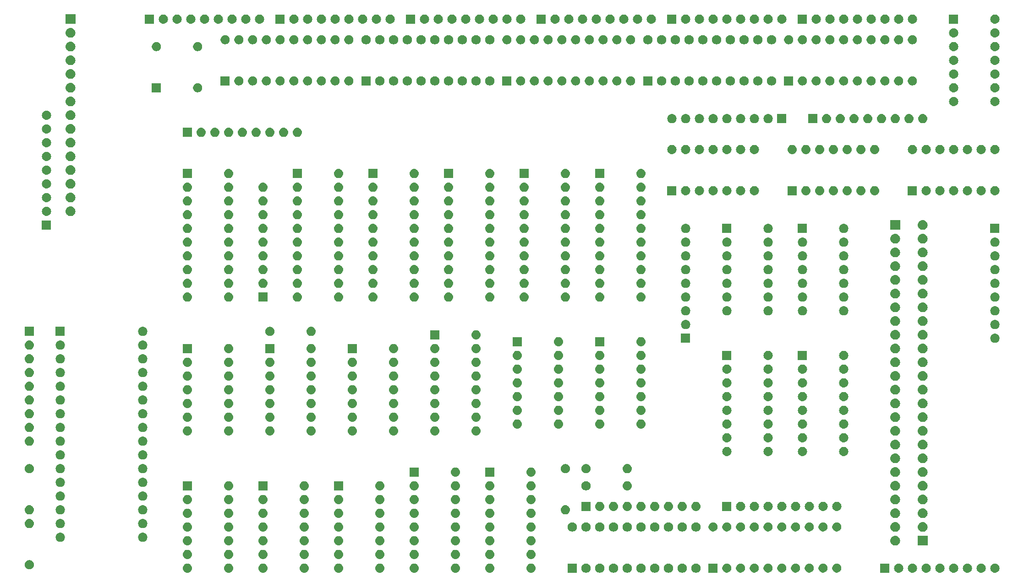
<source format=gbs>
G04 #@! TF.GenerationSoftware,KiCad,Pcbnew,(5.1.2)-2*
G04 #@! TF.CreationDate,2019-09-02T15:20:59+02:00*
G04 #@! TF.ProjectId,Controller,436f6e74-726f-46c6-9c65-722e6b696361,rev?*
G04 #@! TF.SameCoordinates,Original*
G04 #@! TF.FileFunction,Soldermask,Bot*
G04 #@! TF.FilePolarity,Negative*
%FSLAX46Y46*%
G04 Gerber Fmt 4.6, Leading zero omitted, Abs format (unit mm)*
G04 Created by KiCad (PCBNEW (5.1.2)-2) date 2019-09-02 15:20:59*
%MOMM*%
%LPD*%
G04 APERTURE LIST*
%ADD10C,0.100000*%
G04 APERTURE END LIST*
D10*
G36*
X198286823Y-133781313D02*
G01*
X198447242Y-133829976D01*
X198480687Y-133847853D01*
X198595078Y-133908996D01*
X198724659Y-134015341D01*
X198831004Y-134144922D01*
X198831005Y-134144924D01*
X198910024Y-134292758D01*
X198958687Y-134453177D01*
X198975117Y-134620000D01*
X198958687Y-134786823D01*
X198910024Y-134947242D01*
X198869477Y-135023100D01*
X198831004Y-135095078D01*
X198724659Y-135224659D01*
X198595078Y-135331004D01*
X198595076Y-135331005D01*
X198447242Y-135410024D01*
X198286823Y-135458687D01*
X198161804Y-135471000D01*
X198078196Y-135471000D01*
X197953177Y-135458687D01*
X197792758Y-135410024D01*
X197644924Y-135331005D01*
X197644922Y-135331004D01*
X197515341Y-135224659D01*
X197408996Y-135095078D01*
X197370523Y-135023100D01*
X197329976Y-134947242D01*
X197281313Y-134786823D01*
X197264883Y-134620000D01*
X197281313Y-134453177D01*
X197329976Y-134292758D01*
X197408995Y-134144924D01*
X197408996Y-134144922D01*
X197515341Y-134015341D01*
X197644922Y-133908996D01*
X197759313Y-133847853D01*
X197792758Y-133829976D01*
X197953177Y-133781313D01*
X198078196Y-133769000D01*
X198161804Y-133769000D01*
X198286823Y-133781313D01*
X198286823Y-133781313D01*
G37*
G36*
X77001823Y-133781313D02*
G01*
X77162242Y-133829976D01*
X77195687Y-133847853D01*
X77310078Y-133908996D01*
X77439659Y-134015341D01*
X77546004Y-134144922D01*
X77546005Y-134144924D01*
X77625024Y-134292758D01*
X77673687Y-134453177D01*
X77690117Y-134620000D01*
X77673687Y-134786823D01*
X77625024Y-134947242D01*
X77584477Y-135023100D01*
X77546004Y-135095078D01*
X77439659Y-135224659D01*
X77310078Y-135331004D01*
X77310076Y-135331005D01*
X77162242Y-135410024D01*
X77001823Y-135458687D01*
X76876804Y-135471000D01*
X76793196Y-135471000D01*
X76668177Y-135458687D01*
X76507758Y-135410024D01*
X76359924Y-135331005D01*
X76359922Y-135331004D01*
X76230341Y-135224659D01*
X76123996Y-135095078D01*
X76085523Y-135023100D01*
X76044976Y-134947242D01*
X75996313Y-134786823D01*
X75979883Y-134620000D01*
X75996313Y-134453177D01*
X76044976Y-134292758D01*
X76123995Y-134144924D01*
X76123996Y-134144922D01*
X76230341Y-134015341D01*
X76359922Y-133908996D01*
X76474313Y-133847853D01*
X76507758Y-133829976D01*
X76668177Y-133781313D01*
X76793196Y-133769000D01*
X76876804Y-133769000D01*
X77001823Y-133781313D01*
X77001823Y-133781313D01*
G37*
G36*
X70651823Y-133781313D02*
G01*
X70812242Y-133829976D01*
X70845687Y-133847853D01*
X70960078Y-133908996D01*
X71089659Y-134015341D01*
X71196004Y-134144922D01*
X71196005Y-134144924D01*
X71275024Y-134292758D01*
X71323687Y-134453177D01*
X71340117Y-134620000D01*
X71323687Y-134786823D01*
X71275024Y-134947242D01*
X71234477Y-135023100D01*
X71196004Y-135095078D01*
X71089659Y-135224659D01*
X70960078Y-135331004D01*
X70960076Y-135331005D01*
X70812242Y-135410024D01*
X70651823Y-135458687D01*
X70526804Y-135471000D01*
X70443196Y-135471000D01*
X70318177Y-135458687D01*
X70157758Y-135410024D01*
X70009924Y-135331005D01*
X70009922Y-135331004D01*
X69880341Y-135224659D01*
X69773996Y-135095078D01*
X69735523Y-135023100D01*
X69694976Y-134947242D01*
X69646313Y-134786823D01*
X69629883Y-134620000D01*
X69646313Y-134453177D01*
X69694976Y-134292758D01*
X69773995Y-134144924D01*
X69773996Y-134144922D01*
X69880341Y-134015341D01*
X70009922Y-133908996D01*
X70124313Y-133847853D01*
X70157758Y-133829976D01*
X70318177Y-133781313D01*
X70443196Y-133769000D01*
X70526804Y-133769000D01*
X70651823Y-133781313D01*
X70651823Y-133781313D01*
G37*
G36*
X49061823Y-133781313D02*
G01*
X49222242Y-133829976D01*
X49255687Y-133847853D01*
X49370078Y-133908996D01*
X49499659Y-134015341D01*
X49606004Y-134144922D01*
X49606005Y-134144924D01*
X49685024Y-134292758D01*
X49733687Y-134453177D01*
X49750117Y-134620000D01*
X49733687Y-134786823D01*
X49685024Y-134947242D01*
X49644477Y-135023100D01*
X49606004Y-135095078D01*
X49499659Y-135224659D01*
X49370078Y-135331004D01*
X49370076Y-135331005D01*
X49222242Y-135410024D01*
X49061823Y-135458687D01*
X48936804Y-135471000D01*
X48853196Y-135471000D01*
X48728177Y-135458687D01*
X48567758Y-135410024D01*
X48419924Y-135331005D01*
X48419922Y-135331004D01*
X48290341Y-135224659D01*
X48183996Y-135095078D01*
X48145523Y-135023100D01*
X48104976Y-134947242D01*
X48056313Y-134786823D01*
X48039883Y-134620000D01*
X48056313Y-134453177D01*
X48104976Y-134292758D01*
X48183995Y-134144924D01*
X48183996Y-134144922D01*
X48290341Y-134015341D01*
X48419922Y-133908996D01*
X48534313Y-133847853D01*
X48567758Y-133829976D01*
X48728177Y-133781313D01*
X48853196Y-133769000D01*
X48936804Y-133769000D01*
X49061823Y-133781313D01*
X49061823Y-133781313D01*
G37*
G36*
X56681823Y-133781313D02*
G01*
X56842242Y-133829976D01*
X56875687Y-133847853D01*
X56990078Y-133908996D01*
X57119659Y-134015341D01*
X57226004Y-134144922D01*
X57226005Y-134144924D01*
X57305024Y-134292758D01*
X57353687Y-134453177D01*
X57370117Y-134620000D01*
X57353687Y-134786823D01*
X57305024Y-134947242D01*
X57264477Y-135023100D01*
X57226004Y-135095078D01*
X57119659Y-135224659D01*
X56990078Y-135331004D01*
X56990076Y-135331005D01*
X56842242Y-135410024D01*
X56681823Y-135458687D01*
X56556804Y-135471000D01*
X56473196Y-135471000D01*
X56348177Y-135458687D01*
X56187758Y-135410024D01*
X56039924Y-135331005D01*
X56039922Y-135331004D01*
X55910341Y-135224659D01*
X55803996Y-135095078D01*
X55765523Y-135023100D01*
X55724976Y-134947242D01*
X55676313Y-134786823D01*
X55659883Y-134620000D01*
X55676313Y-134453177D01*
X55724976Y-134292758D01*
X55803995Y-134144924D01*
X55803996Y-134144922D01*
X55910341Y-134015341D01*
X56039922Y-133908996D01*
X56154313Y-133847853D01*
X56187758Y-133829976D01*
X56348177Y-133781313D01*
X56473196Y-133769000D01*
X56556804Y-133769000D01*
X56681823Y-133781313D01*
X56681823Y-133781313D01*
G37*
G36*
X143123228Y-133801703D02*
G01*
X143278100Y-133865853D01*
X143417481Y-133958985D01*
X143536015Y-134077519D01*
X143629147Y-134216900D01*
X143693297Y-134371772D01*
X143726000Y-134536184D01*
X143726000Y-134703816D01*
X143693297Y-134868228D01*
X143629147Y-135023100D01*
X143536015Y-135162481D01*
X143417481Y-135281015D01*
X143278100Y-135374147D01*
X143123228Y-135438297D01*
X142958816Y-135471000D01*
X142791184Y-135471000D01*
X142626772Y-135438297D01*
X142471900Y-135374147D01*
X142332519Y-135281015D01*
X142213985Y-135162481D01*
X142120853Y-135023100D01*
X142056703Y-134868228D01*
X142024000Y-134703816D01*
X142024000Y-134536184D01*
X142056703Y-134371772D01*
X142120853Y-134216900D01*
X142213985Y-134077519D01*
X142332519Y-133958985D01*
X142471900Y-133865853D01*
X142626772Y-133801703D01*
X142791184Y-133769000D01*
X142958816Y-133769000D01*
X143123228Y-133801703D01*
X143123228Y-133801703D01*
G37*
G36*
X135503228Y-133801703D02*
G01*
X135658100Y-133865853D01*
X135797481Y-133958985D01*
X135916015Y-134077519D01*
X136009147Y-134216900D01*
X136073297Y-134371772D01*
X136106000Y-134536184D01*
X136106000Y-134703816D01*
X136073297Y-134868228D01*
X136009147Y-135023100D01*
X135916015Y-135162481D01*
X135797481Y-135281015D01*
X135658100Y-135374147D01*
X135503228Y-135438297D01*
X135338816Y-135471000D01*
X135171184Y-135471000D01*
X135006772Y-135438297D01*
X134851900Y-135374147D01*
X134712519Y-135281015D01*
X134593985Y-135162481D01*
X134500853Y-135023100D01*
X134436703Y-134868228D01*
X134404000Y-134703816D01*
X134404000Y-134536184D01*
X134436703Y-134371772D01*
X134500853Y-134216900D01*
X134593985Y-134077519D01*
X134712519Y-133958985D01*
X134851900Y-133865853D01*
X135006772Y-133801703D01*
X135171184Y-133769000D01*
X135338816Y-133769000D01*
X135503228Y-133801703D01*
X135503228Y-133801703D01*
G37*
G36*
X140583228Y-133801703D02*
G01*
X140738100Y-133865853D01*
X140877481Y-133958985D01*
X140996015Y-134077519D01*
X141089147Y-134216900D01*
X141153297Y-134371772D01*
X141186000Y-134536184D01*
X141186000Y-134703816D01*
X141153297Y-134868228D01*
X141089147Y-135023100D01*
X140996015Y-135162481D01*
X140877481Y-135281015D01*
X140738100Y-135374147D01*
X140583228Y-135438297D01*
X140418816Y-135471000D01*
X140251184Y-135471000D01*
X140086772Y-135438297D01*
X139931900Y-135374147D01*
X139792519Y-135281015D01*
X139673985Y-135162481D01*
X139580853Y-135023100D01*
X139516703Y-134868228D01*
X139484000Y-134703816D01*
X139484000Y-134536184D01*
X139516703Y-134371772D01*
X139580853Y-134216900D01*
X139673985Y-134077519D01*
X139792519Y-133958985D01*
X139931900Y-133865853D01*
X140086772Y-133801703D01*
X140251184Y-133769000D01*
X140418816Y-133769000D01*
X140583228Y-133801703D01*
X140583228Y-133801703D01*
G37*
G36*
X132963228Y-133801703D02*
G01*
X133118100Y-133865853D01*
X133257481Y-133958985D01*
X133376015Y-134077519D01*
X133469147Y-134216900D01*
X133533297Y-134371772D01*
X133566000Y-134536184D01*
X133566000Y-134703816D01*
X133533297Y-134868228D01*
X133469147Y-135023100D01*
X133376015Y-135162481D01*
X133257481Y-135281015D01*
X133118100Y-135374147D01*
X132963228Y-135438297D01*
X132798816Y-135471000D01*
X132631184Y-135471000D01*
X132466772Y-135438297D01*
X132311900Y-135374147D01*
X132172519Y-135281015D01*
X132053985Y-135162481D01*
X131960853Y-135023100D01*
X131896703Y-134868228D01*
X131864000Y-134703816D01*
X131864000Y-134536184D01*
X131896703Y-134371772D01*
X131960853Y-134216900D01*
X132053985Y-134077519D01*
X132172519Y-133958985D01*
X132311900Y-133865853D01*
X132466772Y-133801703D01*
X132631184Y-133769000D01*
X132798816Y-133769000D01*
X132963228Y-133801703D01*
X132963228Y-133801703D01*
G37*
G36*
X138043228Y-133801703D02*
G01*
X138198100Y-133865853D01*
X138337481Y-133958985D01*
X138456015Y-134077519D01*
X138549147Y-134216900D01*
X138613297Y-134371772D01*
X138646000Y-134536184D01*
X138646000Y-134703816D01*
X138613297Y-134868228D01*
X138549147Y-135023100D01*
X138456015Y-135162481D01*
X138337481Y-135281015D01*
X138198100Y-135374147D01*
X138043228Y-135438297D01*
X137878816Y-135471000D01*
X137711184Y-135471000D01*
X137546772Y-135438297D01*
X137391900Y-135374147D01*
X137252519Y-135281015D01*
X137133985Y-135162481D01*
X137040853Y-135023100D01*
X136976703Y-134868228D01*
X136944000Y-134703816D01*
X136944000Y-134536184D01*
X136976703Y-134371772D01*
X137040853Y-134216900D01*
X137133985Y-134077519D01*
X137252519Y-133958985D01*
X137391900Y-133865853D01*
X137546772Y-133801703D01*
X137711184Y-133769000D01*
X137878816Y-133769000D01*
X138043228Y-133801703D01*
X138043228Y-133801703D01*
G37*
G36*
X130423228Y-133801703D02*
G01*
X130578100Y-133865853D01*
X130717481Y-133958985D01*
X130836015Y-134077519D01*
X130929147Y-134216900D01*
X130993297Y-134371772D01*
X131026000Y-134536184D01*
X131026000Y-134703816D01*
X130993297Y-134868228D01*
X130929147Y-135023100D01*
X130836015Y-135162481D01*
X130717481Y-135281015D01*
X130578100Y-135374147D01*
X130423228Y-135438297D01*
X130258816Y-135471000D01*
X130091184Y-135471000D01*
X129926772Y-135438297D01*
X129771900Y-135374147D01*
X129632519Y-135281015D01*
X129513985Y-135162481D01*
X129420853Y-135023100D01*
X129356703Y-134868228D01*
X129324000Y-134703816D01*
X129324000Y-134536184D01*
X129356703Y-134371772D01*
X129420853Y-134216900D01*
X129513985Y-134077519D01*
X129632519Y-133958985D01*
X129771900Y-133865853D01*
X129926772Y-133801703D01*
X130091184Y-133769000D01*
X130258816Y-133769000D01*
X130423228Y-133801703D01*
X130423228Y-133801703D01*
G37*
G36*
X127883228Y-133801703D02*
G01*
X128038100Y-133865853D01*
X128177481Y-133958985D01*
X128296015Y-134077519D01*
X128389147Y-134216900D01*
X128453297Y-134371772D01*
X128486000Y-134536184D01*
X128486000Y-134703816D01*
X128453297Y-134868228D01*
X128389147Y-135023100D01*
X128296015Y-135162481D01*
X128177481Y-135281015D01*
X128038100Y-135374147D01*
X127883228Y-135438297D01*
X127718816Y-135471000D01*
X127551184Y-135471000D01*
X127386772Y-135438297D01*
X127231900Y-135374147D01*
X127092519Y-135281015D01*
X126973985Y-135162481D01*
X126880853Y-135023100D01*
X126816703Y-134868228D01*
X126784000Y-134703816D01*
X126784000Y-134536184D01*
X126816703Y-134371772D01*
X126880853Y-134216900D01*
X126973985Y-134077519D01*
X127092519Y-133958985D01*
X127231900Y-133865853D01*
X127386772Y-133801703D01*
X127551184Y-133769000D01*
X127718816Y-133769000D01*
X127883228Y-133801703D01*
X127883228Y-133801703D01*
G37*
G36*
X125343228Y-133801703D02*
G01*
X125498100Y-133865853D01*
X125637481Y-133958985D01*
X125756015Y-134077519D01*
X125849147Y-134216900D01*
X125913297Y-134371772D01*
X125946000Y-134536184D01*
X125946000Y-134703816D01*
X125913297Y-134868228D01*
X125849147Y-135023100D01*
X125756015Y-135162481D01*
X125637481Y-135281015D01*
X125498100Y-135374147D01*
X125343228Y-135438297D01*
X125178816Y-135471000D01*
X125011184Y-135471000D01*
X124846772Y-135438297D01*
X124691900Y-135374147D01*
X124552519Y-135281015D01*
X124433985Y-135162481D01*
X124340853Y-135023100D01*
X124276703Y-134868228D01*
X124244000Y-134703816D01*
X124244000Y-134536184D01*
X124276703Y-134371772D01*
X124340853Y-134216900D01*
X124433985Y-134077519D01*
X124552519Y-133958985D01*
X124691900Y-133865853D01*
X124846772Y-133801703D01*
X125011184Y-133769000D01*
X125178816Y-133769000D01*
X125343228Y-133801703D01*
X125343228Y-133801703D01*
G37*
G36*
X120866000Y-135471000D02*
G01*
X119164000Y-135471000D01*
X119164000Y-133769000D01*
X120866000Y-133769000D01*
X120866000Y-135471000D01*
X120866000Y-135471000D01*
G37*
G36*
X122803228Y-133801703D02*
G01*
X122958100Y-133865853D01*
X123097481Y-133958985D01*
X123216015Y-134077519D01*
X123309147Y-134216900D01*
X123373297Y-134371772D01*
X123406000Y-134536184D01*
X123406000Y-134703816D01*
X123373297Y-134868228D01*
X123309147Y-135023100D01*
X123216015Y-135162481D01*
X123097481Y-135281015D01*
X122958100Y-135374147D01*
X122803228Y-135438297D01*
X122638816Y-135471000D01*
X122471184Y-135471000D01*
X122306772Y-135438297D01*
X122151900Y-135374147D01*
X122012519Y-135281015D01*
X121893985Y-135162481D01*
X121800853Y-135023100D01*
X121736703Y-134868228D01*
X121704000Y-134703816D01*
X121704000Y-134536184D01*
X121736703Y-134371772D01*
X121800853Y-134216900D01*
X121893985Y-134077519D01*
X122012519Y-133958985D01*
X122151900Y-133865853D01*
X122306772Y-133801703D01*
X122471184Y-133769000D01*
X122638816Y-133769000D01*
X122803228Y-133801703D01*
X122803228Y-133801703D01*
G37*
G36*
X63031823Y-133781313D02*
G01*
X63192242Y-133829976D01*
X63225687Y-133847853D01*
X63340078Y-133908996D01*
X63469659Y-134015341D01*
X63576004Y-134144922D01*
X63576005Y-134144924D01*
X63655024Y-134292758D01*
X63703687Y-134453177D01*
X63720117Y-134620000D01*
X63703687Y-134786823D01*
X63655024Y-134947242D01*
X63614477Y-135023100D01*
X63576004Y-135095078D01*
X63469659Y-135224659D01*
X63340078Y-135331004D01*
X63340076Y-135331005D01*
X63192242Y-135410024D01*
X63031823Y-135458687D01*
X62906804Y-135471000D01*
X62823196Y-135471000D01*
X62698177Y-135458687D01*
X62537758Y-135410024D01*
X62389924Y-135331005D01*
X62389922Y-135331004D01*
X62260341Y-135224659D01*
X62153996Y-135095078D01*
X62115523Y-135023100D01*
X62074976Y-134947242D01*
X62026313Y-134786823D01*
X62009883Y-134620000D01*
X62026313Y-134453177D01*
X62074976Y-134292758D01*
X62153995Y-134144924D01*
X62153996Y-134144922D01*
X62260341Y-134015341D01*
X62389922Y-133908996D01*
X62504313Y-133847853D01*
X62537758Y-133829976D01*
X62698177Y-133781313D01*
X62823196Y-133769000D01*
X62906804Y-133769000D01*
X63031823Y-133781313D01*
X63031823Y-133781313D01*
G37*
G36*
X84621823Y-133781313D02*
G01*
X84782242Y-133829976D01*
X84815687Y-133847853D01*
X84930078Y-133908996D01*
X85059659Y-134015341D01*
X85166004Y-134144922D01*
X85166005Y-134144924D01*
X85245024Y-134292758D01*
X85293687Y-134453177D01*
X85310117Y-134620000D01*
X85293687Y-134786823D01*
X85245024Y-134947242D01*
X85204477Y-135023100D01*
X85166004Y-135095078D01*
X85059659Y-135224659D01*
X84930078Y-135331004D01*
X84930076Y-135331005D01*
X84782242Y-135410024D01*
X84621823Y-135458687D01*
X84496804Y-135471000D01*
X84413196Y-135471000D01*
X84288177Y-135458687D01*
X84127758Y-135410024D01*
X83979924Y-135331005D01*
X83979922Y-135331004D01*
X83850341Y-135224659D01*
X83743996Y-135095078D01*
X83705523Y-135023100D01*
X83664976Y-134947242D01*
X83616313Y-134786823D01*
X83599883Y-134620000D01*
X83616313Y-134453177D01*
X83664976Y-134292758D01*
X83743995Y-134144924D01*
X83743996Y-134144922D01*
X83850341Y-134015341D01*
X83979922Y-133908996D01*
X84094313Y-133847853D01*
X84127758Y-133829976D01*
X84288177Y-133781313D01*
X84413196Y-133769000D01*
X84496804Y-133769000D01*
X84621823Y-133781313D01*
X84621823Y-133781313D01*
G37*
G36*
X195746823Y-133781313D02*
G01*
X195907242Y-133829976D01*
X195940687Y-133847853D01*
X196055078Y-133908996D01*
X196184659Y-134015341D01*
X196291004Y-134144922D01*
X196291005Y-134144924D01*
X196370024Y-134292758D01*
X196418687Y-134453177D01*
X196435117Y-134620000D01*
X196418687Y-134786823D01*
X196370024Y-134947242D01*
X196329477Y-135023100D01*
X196291004Y-135095078D01*
X196184659Y-135224659D01*
X196055078Y-135331004D01*
X196055076Y-135331005D01*
X195907242Y-135410024D01*
X195746823Y-135458687D01*
X195621804Y-135471000D01*
X195538196Y-135471000D01*
X195413177Y-135458687D01*
X195252758Y-135410024D01*
X195104924Y-135331005D01*
X195104922Y-135331004D01*
X194975341Y-135224659D01*
X194868996Y-135095078D01*
X194830523Y-135023100D01*
X194789976Y-134947242D01*
X194741313Y-134786823D01*
X194724883Y-134620000D01*
X194741313Y-134453177D01*
X194789976Y-134292758D01*
X194868995Y-134144924D01*
X194868996Y-134144922D01*
X194975341Y-134015341D01*
X195104922Y-133908996D01*
X195219313Y-133847853D01*
X195252758Y-133829976D01*
X195413177Y-133781313D01*
X195538196Y-133769000D01*
X195621804Y-133769000D01*
X195746823Y-133781313D01*
X195746823Y-133781313D01*
G37*
G36*
X193206823Y-133781313D02*
G01*
X193367242Y-133829976D01*
X193400687Y-133847853D01*
X193515078Y-133908996D01*
X193644659Y-134015341D01*
X193751004Y-134144922D01*
X193751005Y-134144924D01*
X193830024Y-134292758D01*
X193878687Y-134453177D01*
X193895117Y-134620000D01*
X193878687Y-134786823D01*
X193830024Y-134947242D01*
X193789477Y-135023100D01*
X193751004Y-135095078D01*
X193644659Y-135224659D01*
X193515078Y-135331004D01*
X193515076Y-135331005D01*
X193367242Y-135410024D01*
X193206823Y-135458687D01*
X193081804Y-135471000D01*
X192998196Y-135471000D01*
X192873177Y-135458687D01*
X192712758Y-135410024D01*
X192564924Y-135331005D01*
X192564922Y-135331004D01*
X192435341Y-135224659D01*
X192328996Y-135095078D01*
X192290523Y-135023100D01*
X192249976Y-134947242D01*
X192201313Y-134786823D01*
X192184883Y-134620000D01*
X192201313Y-134453177D01*
X192249976Y-134292758D01*
X192328995Y-134144924D01*
X192328996Y-134144922D01*
X192435341Y-134015341D01*
X192564922Y-133908996D01*
X192679313Y-133847853D01*
X192712758Y-133829976D01*
X192873177Y-133781313D01*
X192998196Y-133769000D01*
X193081804Y-133769000D01*
X193206823Y-133781313D01*
X193206823Y-133781313D01*
G37*
G36*
X190666823Y-133781313D02*
G01*
X190827242Y-133829976D01*
X190860687Y-133847853D01*
X190975078Y-133908996D01*
X191104659Y-134015341D01*
X191211004Y-134144922D01*
X191211005Y-134144924D01*
X191290024Y-134292758D01*
X191338687Y-134453177D01*
X191355117Y-134620000D01*
X191338687Y-134786823D01*
X191290024Y-134947242D01*
X191249477Y-135023100D01*
X191211004Y-135095078D01*
X191104659Y-135224659D01*
X190975078Y-135331004D01*
X190975076Y-135331005D01*
X190827242Y-135410024D01*
X190666823Y-135458687D01*
X190541804Y-135471000D01*
X190458196Y-135471000D01*
X190333177Y-135458687D01*
X190172758Y-135410024D01*
X190024924Y-135331005D01*
X190024922Y-135331004D01*
X189895341Y-135224659D01*
X189788996Y-135095078D01*
X189750523Y-135023100D01*
X189709976Y-134947242D01*
X189661313Y-134786823D01*
X189644883Y-134620000D01*
X189661313Y-134453177D01*
X189709976Y-134292758D01*
X189788995Y-134144924D01*
X189788996Y-134144922D01*
X189895341Y-134015341D01*
X190024922Y-133908996D01*
X190139313Y-133847853D01*
X190172758Y-133829976D01*
X190333177Y-133781313D01*
X190458196Y-133769000D01*
X190541804Y-133769000D01*
X190666823Y-133781313D01*
X190666823Y-133781313D01*
G37*
G36*
X188126823Y-133781313D02*
G01*
X188287242Y-133829976D01*
X188320687Y-133847853D01*
X188435078Y-133908996D01*
X188564659Y-134015341D01*
X188671004Y-134144922D01*
X188671005Y-134144924D01*
X188750024Y-134292758D01*
X188798687Y-134453177D01*
X188815117Y-134620000D01*
X188798687Y-134786823D01*
X188750024Y-134947242D01*
X188709477Y-135023100D01*
X188671004Y-135095078D01*
X188564659Y-135224659D01*
X188435078Y-135331004D01*
X188435076Y-135331005D01*
X188287242Y-135410024D01*
X188126823Y-135458687D01*
X188001804Y-135471000D01*
X187918196Y-135471000D01*
X187793177Y-135458687D01*
X187632758Y-135410024D01*
X187484924Y-135331005D01*
X187484922Y-135331004D01*
X187355341Y-135224659D01*
X187248996Y-135095078D01*
X187210523Y-135023100D01*
X187169976Y-134947242D01*
X187121313Y-134786823D01*
X187104883Y-134620000D01*
X187121313Y-134453177D01*
X187169976Y-134292758D01*
X187248995Y-134144924D01*
X187248996Y-134144922D01*
X187355341Y-134015341D01*
X187484922Y-133908996D01*
X187599313Y-133847853D01*
X187632758Y-133829976D01*
X187793177Y-133781313D01*
X187918196Y-133769000D01*
X188001804Y-133769000D01*
X188126823Y-133781313D01*
X188126823Y-133781313D01*
G37*
G36*
X185586823Y-133781313D02*
G01*
X185747242Y-133829976D01*
X185780687Y-133847853D01*
X185895078Y-133908996D01*
X186024659Y-134015341D01*
X186131004Y-134144922D01*
X186131005Y-134144924D01*
X186210024Y-134292758D01*
X186258687Y-134453177D01*
X186275117Y-134620000D01*
X186258687Y-134786823D01*
X186210024Y-134947242D01*
X186169477Y-135023100D01*
X186131004Y-135095078D01*
X186024659Y-135224659D01*
X185895078Y-135331004D01*
X185895076Y-135331005D01*
X185747242Y-135410024D01*
X185586823Y-135458687D01*
X185461804Y-135471000D01*
X185378196Y-135471000D01*
X185253177Y-135458687D01*
X185092758Y-135410024D01*
X184944924Y-135331005D01*
X184944922Y-135331004D01*
X184815341Y-135224659D01*
X184708996Y-135095078D01*
X184670523Y-135023100D01*
X184629976Y-134947242D01*
X184581313Y-134786823D01*
X184564883Y-134620000D01*
X184581313Y-134453177D01*
X184629976Y-134292758D01*
X184708995Y-134144924D01*
X184708996Y-134144922D01*
X184815341Y-134015341D01*
X184944922Y-133908996D01*
X185059313Y-133847853D01*
X185092758Y-133829976D01*
X185253177Y-133781313D01*
X185378196Y-133769000D01*
X185461804Y-133769000D01*
X185586823Y-133781313D01*
X185586823Y-133781313D01*
G37*
G36*
X183046823Y-133781313D02*
G01*
X183207242Y-133829976D01*
X183240687Y-133847853D01*
X183355078Y-133908996D01*
X183484659Y-134015341D01*
X183591004Y-134144922D01*
X183591005Y-134144924D01*
X183670024Y-134292758D01*
X183718687Y-134453177D01*
X183735117Y-134620000D01*
X183718687Y-134786823D01*
X183670024Y-134947242D01*
X183629477Y-135023100D01*
X183591004Y-135095078D01*
X183484659Y-135224659D01*
X183355078Y-135331004D01*
X183355076Y-135331005D01*
X183207242Y-135410024D01*
X183046823Y-135458687D01*
X182921804Y-135471000D01*
X182838196Y-135471000D01*
X182713177Y-135458687D01*
X182552758Y-135410024D01*
X182404924Y-135331005D01*
X182404922Y-135331004D01*
X182275341Y-135224659D01*
X182168996Y-135095078D01*
X182130523Y-135023100D01*
X182089976Y-134947242D01*
X182041313Y-134786823D01*
X182024883Y-134620000D01*
X182041313Y-134453177D01*
X182089976Y-134292758D01*
X182168995Y-134144924D01*
X182168996Y-134144922D01*
X182275341Y-134015341D01*
X182404922Y-133908996D01*
X182519313Y-133847853D01*
X182552758Y-133829976D01*
X182713177Y-133781313D01*
X182838196Y-133769000D01*
X182921804Y-133769000D01*
X183046823Y-133781313D01*
X183046823Y-133781313D01*
G37*
G36*
X180506823Y-133781313D02*
G01*
X180667242Y-133829976D01*
X180700687Y-133847853D01*
X180815078Y-133908996D01*
X180944659Y-134015341D01*
X181051004Y-134144922D01*
X181051005Y-134144924D01*
X181130024Y-134292758D01*
X181178687Y-134453177D01*
X181195117Y-134620000D01*
X181178687Y-134786823D01*
X181130024Y-134947242D01*
X181089477Y-135023100D01*
X181051004Y-135095078D01*
X180944659Y-135224659D01*
X180815078Y-135331004D01*
X180815076Y-135331005D01*
X180667242Y-135410024D01*
X180506823Y-135458687D01*
X180381804Y-135471000D01*
X180298196Y-135471000D01*
X180173177Y-135458687D01*
X180012758Y-135410024D01*
X179864924Y-135331005D01*
X179864922Y-135331004D01*
X179735341Y-135224659D01*
X179628996Y-135095078D01*
X179590523Y-135023100D01*
X179549976Y-134947242D01*
X179501313Y-134786823D01*
X179484883Y-134620000D01*
X179501313Y-134453177D01*
X179549976Y-134292758D01*
X179628995Y-134144924D01*
X179628996Y-134144922D01*
X179735341Y-134015341D01*
X179864922Y-133908996D01*
X179979313Y-133847853D01*
X180012758Y-133829976D01*
X180173177Y-133781313D01*
X180298196Y-133769000D01*
X180381804Y-133769000D01*
X180506823Y-133781313D01*
X180506823Y-133781313D01*
G37*
G36*
X178651000Y-135471000D02*
G01*
X176949000Y-135471000D01*
X176949000Y-133769000D01*
X178651000Y-133769000D01*
X178651000Y-135471000D01*
X178651000Y-135471000D01*
G37*
G36*
X112561823Y-133781313D02*
G01*
X112722242Y-133829976D01*
X112755687Y-133847853D01*
X112870078Y-133908996D01*
X112999659Y-134015341D01*
X113106004Y-134144922D01*
X113106005Y-134144924D01*
X113185024Y-134292758D01*
X113233687Y-134453177D01*
X113250117Y-134620000D01*
X113233687Y-134786823D01*
X113185024Y-134947242D01*
X113144477Y-135023100D01*
X113106004Y-135095078D01*
X112999659Y-135224659D01*
X112870078Y-135331004D01*
X112870076Y-135331005D01*
X112722242Y-135410024D01*
X112561823Y-135458687D01*
X112436804Y-135471000D01*
X112353196Y-135471000D01*
X112228177Y-135458687D01*
X112067758Y-135410024D01*
X111919924Y-135331005D01*
X111919922Y-135331004D01*
X111790341Y-135224659D01*
X111683996Y-135095078D01*
X111645523Y-135023100D01*
X111604976Y-134947242D01*
X111556313Y-134786823D01*
X111539883Y-134620000D01*
X111556313Y-134453177D01*
X111604976Y-134292758D01*
X111683995Y-134144924D01*
X111683996Y-134144922D01*
X111790341Y-134015341D01*
X111919922Y-133908996D01*
X112034313Y-133847853D01*
X112067758Y-133829976D01*
X112228177Y-133781313D01*
X112353196Y-133769000D01*
X112436804Y-133769000D01*
X112561823Y-133781313D01*
X112561823Y-133781313D01*
G37*
G36*
X104941823Y-133781313D02*
G01*
X105102242Y-133829976D01*
X105135687Y-133847853D01*
X105250078Y-133908996D01*
X105379659Y-134015341D01*
X105486004Y-134144922D01*
X105486005Y-134144924D01*
X105565024Y-134292758D01*
X105613687Y-134453177D01*
X105630117Y-134620000D01*
X105613687Y-134786823D01*
X105565024Y-134947242D01*
X105524477Y-135023100D01*
X105486004Y-135095078D01*
X105379659Y-135224659D01*
X105250078Y-135331004D01*
X105250076Y-135331005D01*
X105102242Y-135410024D01*
X104941823Y-135458687D01*
X104816804Y-135471000D01*
X104733196Y-135471000D01*
X104608177Y-135458687D01*
X104447758Y-135410024D01*
X104299924Y-135331005D01*
X104299922Y-135331004D01*
X104170341Y-135224659D01*
X104063996Y-135095078D01*
X104025523Y-135023100D01*
X103984976Y-134947242D01*
X103936313Y-134786823D01*
X103919883Y-134620000D01*
X103936313Y-134453177D01*
X103984976Y-134292758D01*
X104063995Y-134144924D01*
X104063996Y-134144922D01*
X104170341Y-134015341D01*
X104299922Y-133908996D01*
X104414313Y-133847853D01*
X104447758Y-133829976D01*
X104608177Y-133781313D01*
X104733196Y-133769000D01*
X104816804Y-133769000D01*
X104941823Y-133781313D01*
X104941823Y-133781313D01*
G37*
G36*
X98591823Y-133781313D02*
G01*
X98752242Y-133829976D01*
X98785687Y-133847853D01*
X98900078Y-133908996D01*
X99029659Y-134015341D01*
X99136004Y-134144922D01*
X99136005Y-134144924D01*
X99215024Y-134292758D01*
X99263687Y-134453177D01*
X99280117Y-134620000D01*
X99263687Y-134786823D01*
X99215024Y-134947242D01*
X99174477Y-135023100D01*
X99136004Y-135095078D01*
X99029659Y-135224659D01*
X98900078Y-135331004D01*
X98900076Y-135331005D01*
X98752242Y-135410024D01*
X98591823Y-135458687D01*
X98466804Y-135471000D01*
X98383196Y-135471000D01*
X98258177Y-135458687D01*
X98097758Y-135410024D01*
X97949924Y-135331005D01*
X97949922Y-135331004D01*
X97820341Y-135224659D01*
X97713996Y-135095078D01*
X97675523Y-135023100D01*
X97634976Y-134947242D01*
X97586313Y-134786823D01*
X97569883Y-134620000D01*
X97586313Y-134453177D01*
X97634976Y-134292758D01*
X97713995Y-134144924D01*
X97713996Y-134144922D01*
X97820341Y-134015341D01*
X97949922Y-133908996D01*
X98064313Y-133847853D01*
X98097758Y-133829976D01*
X98258177Y-133781313D01*
X98383196Y-133769000D01*
X98466804Y-133769000D01*
X98591823Y-133781313D01*
X98591823Y-133781313D01*
G37*
G36*
X90971823Y-133781313D02*
G01*
X91132242Y-133829976D01*
X91165687Y-133847853D01*
X91280078Y-133908996D01*
X91409659Y-134015341D01*
X91516004Y-134144922D01*
X91516005Y-134144924D01*
X91595024Y-134292758D01*
X91643687Y-134453177D01*
X91660117Y-134620000D01*
X91643687Y-134786823D01*
X91595024Y-134947242D01*
X91554477Y-135023100D01*
X91516004Y-135095078D01*
X91409659Y-135224659D01*
X91280078Y-135331004D01*
X91280076Y-135331005D01*
X91132242Y-135410024D01*
X90971823Y-135458687D01*
X90846804Y-135471000D01*
X90763196Y-135471000D01*
X90638177Y-135458687D01*
X90477758Y-135410024D01*
X90329924Y-135331005D01*
X90329922Y-135331004D01*
X90200341Y-135224659D01*
X90093996Y-135095078D01*
X90055523Y-135023100D01*
X90014976Y-134947242D01*
X89966313Y-134786823D01*
X89949883Y-134620000D01*
X89966313Y-134453177D01*
X90014976Y-134292758D01*
X90093995Y-134144924D01*
X90093996Y-134144922D01*
X90200341Y-134015341D01*
X90329922Y-133908996D01*
X90444313Y-133847853D01*
X90477758Y-133829976D01*
X90638177Y-133781313D01*
X90763196Y-133769000D01*
X90846804Y-133769000D01*
X90971823Y-133781313D01*
X90971823Y-133781313D01*
G37*
G36*
X158998228Y-133783703D02*
G01*
X159153100Y-133847853D01*
X159292481Y-133940985D01*
X159411015Y-134059519D01*
X159504147Y-134198900D01*
X159568297Y-134353772D01*
X159601000Y-134518184D01*
X159601000Y-134685816D01*
X159568297Y-134850228D01*
X159504147Y-135005100D01*
X159411015Y-135144481D01*
X159292481Y-135263015D01*
X159153100Y-135356147D01*
X158998228Y-135420297D01*
X158833816Y-135453000D01*
X158666184Y-135453000D01*
X158501772Y-135420297D01*
X158346900Y-135356147D01*
X158207519Y-135263015D01*
X158088985Y-135144481D01*
X157995853Y-135005100D01*
X157931703Y-134850228D01*
X157899000Y-134685816D01*
X157899000Y-134518184D01*
X157931703Y-134353772D01*
X157995853Y-134198900D01*
X158088985Y-134059519D01*
X158207519Y-133940985D01*
X158346900Y-133847853D01*
X158501772Y-133783703D01*
X158666184Y-133751000D01*
X158833816Y-133751000D01*
X158998228Y-133783703D01*
X158998228Y-133783703D01*
G37*
G36*
X156458228Y-133783703D02*
G01*
X156613100Y-133847853D01*
X156752481Y-133940985D01*
X156871015Y-134059519D01*
X156964147Y-134198900D01*
X157028297Y-134353772D01*
X157061000Y-134518184D01*
X157061000Y-134685816D01*
X157028297Y-134850228D01*
X156964147Y-135005100D01*
X156871015Y-135144481D01*
X156752481Y-135263015D01*
X156613100Y-135356147D01*
X156458228Y-135420297D01*
X156293816Y-135453000D01*
X156126184Y-135453000D01*
X155961772Y-135420297D01*
X155806900Y-135356147D01*
X155667519Y-135263015D01*
X155548985Y-135144481D01*
X155455853Y-135005100D01*
X155391703Y-134850228D01*
X155359000Y-134685816D01*
X155359000Y-134518184D01*
X155391703Y-134353772D01*
X155455853Y-134198900D01*
X155548985Y-134059519D01*
X155667519Y-133940985D01*
X155806900Y-133847853D01*
X155961772Y-133783703D01*
X156126184Y-133751000D01*
X156293816Y-133751000D01*
X156458228Y-133783703D01*
X156458228Y-133783703D01*
G37*
G36*
X153918228Y-133783703D02*
G01*
X154073100Y-133847853D01*
X154212481Y-133940985D01*
X154331015Y-134059519D01*
X154424147Y-134198900D01*
X154488297Y-134353772D01*
X154521000Y-134518184D01*
X154521000Y-134685816D01*
X154488297Y-134850228D01*
X154424147Y-135005100D01*
X154331015Y-135144481D01*
X154212481Y-135263015D01*
X154073100Y-135356147D01*
X153918228Y-135420297D01*
X153753816Y-135453000D01*
X153586184Y-135453000D01*
X153421772Y-135420297D01*
X153266900Y-135356147D01*
X153127519Y-135263015D01*
X153008985Y-135144481D01*
X152915853Y-135005100D01*
X152851703Y-134850228D01*
X152819000Y-134685816D01*
X152819000Y-134518184D01*
X152851703Y-134353772D01*
X152915853Y-134198900D01*
X153008985Y-134059519D01*
X153127519Y-133940985D01*
X153266900Y-133847853D01*
X153421772Y-133783703D01*
X153586184Y-133751000D01*
X153753816Y-133751000D01*
X153918228Y-133783703D01*
X153918228Y-133783703D01*
G37*
G36*
X151378228Y-133783703D02*
G01*
X151533100Y-133847853D01*
X151672481Y-133940985D01*
X151791015Y-134059519D01*
X151884147Y-134198900D01*
X151948297Y-134353772D01*
X151981000Y-134518184D01*
X151981000Y-134685816D01*
X151948297Y-134850228D01*
X151884147Y-135005100D01*
X151791015Y-135144481D01*
X151672481Y-135263015D01*
X151533100Y-135356147D01*
X151378228Y-135420297D01*
X151213816Y-135453000D01*
X151046184Y-135453000D01*
X150881772Y-135420297D01*
X150726900Y-135356147D01*
X150587519Y-135263015D01*
X150468985Y-135144481D01*
X150375853Y-135005100D01*
X150311703Y-134850228D01*
X150279000Y-134685816D01*
X150279000Y-134518184D01*
X150311703Y-134353772D01*
X150375853Y-134198900D01*
X150468985Y-134059519D01*
X150587519Y-133940985D01*
X150726900Y-133847853D01*
X150881772Y-133783703D01*
X151046184Y-133751000D01*
X151213816Y-133751000D01*
X151378228Y-133783703D01*
X151378228Y-133783703D01*
G37*
G36*
X146901000Y-135453000D02*
G01*
X145199000Y-135453000D01*
X145199000Y-133751000D01*
X146901000Y-133751000D01*
X146901000Y-135453000D01*
X146901000Y-135453000D01*
G37*
G36*
X169158228Y-133783703D02*
G01*
X169313100Y-133847853D01*
X169452481Y-133940985D01*
X169571015Y-134059519D01*
X169664147Y-134198900D01*
X169728297Y-134353772D01*
X169761000Y-134518184D01*
X169761000Y-134685816D01*
X169728297Y-134850228D01*
X169664147Y-135005100D01*
X169571015Y-135144481D01*
X169452481Y-135263015D01*
X169313100Y-135356147D01*
X169158228Y-135420297D01*
X168993816Y-135453000D01*
X168826184Y-135453000D01*
X168661772Y-135420297D01*
X168506900Y-135356147D01*
X168367519Y-135263015D01*
X168248985Y-135144481D01*
X168155853Y-135005100D01*
X168091703Y-134850228D01*
X168059000Y-134685816D01*
X168059000Y-134518184D01*
X168091703Y-134353772D01*
X168155853Y-134198900D01*
X168248985Y-134059519D01*
X168367519Y-133940985D01*
X168506900Y-133847853D01*
X168661772Y-133783703D01*
X168826184Y-133751000D01*
X168993816Y-133751000D01*
X169158228Y-133783703D01*
X169158228Y-133783703D01*
G37*
G36*
X164078228Y-133783703D02*
G01*
X164233100Y-133847853D01*
X164372481Y-133940985D01*
X164491015Y-134059519D01*
X164584147Y-134198900D01*
X164648297Y-134353772D01*
X164681000Y-134518184D01*
X164681000Y-134685816D01*
X164648297Y-134850228D01*
X164584147Y-135005100D01*
X164491015Y-135144481D01*
X164372481Y-135263015D01*
X164233100Y-135356147D01*
X164078228Y-135420297D01*
X163913816Y-135453000D01*
X163746184Y-135453000D01*
X163581772Y-135420297D01*
X163426900Y-135356147D01*
X163287519Y-135263015D01*
X163168985Y-135144481D01*
X163075853Y-135005100D01*
X163011703Y-134850228D01*
X162979000Y-134685816D01*
X162979000Y-134518184D01*
X163011703Y-134353772D01*
X163075853Y-134198900D01*
X163168985Y-134059519D01*
X163287519Y-133940985D01*
X163426900Y-133847853D01*
X163581772Y-133783703D01*
X163746184Y-133751000D01*
X163913816Y-133751000D01*
X164078228Y-133783703D01*
X164078228Y-133783703D01*
G37*
G36*
X161538228Y-133783703D02*
G01*
X161693100Y-133847853D01*
X161832481Y-133940985D01*
X161951015Y-134059519D01*
X162044147Y-134198900D01*
X162108297Y-134353772D01*
X162141000Y-134518184D01*
X162141000Y-134685816D01*
X162108297Y-134850228D01*
X162044147Y-135005100D01*
X161951015Y-135144481D01*
X161832481Y-135263015D01*
X161693100Y-135356147D01*
X161538228Y-135420297D01*
X161373816Y-135453000D01*
X161206184Y-135453000D01*
X161041772Y-135420297D01*
X160886900Y-135356147D01*
X160747519Y-135263015D01*
X160628985Y-135144481D01*
X160535853Y-135005100D01*
X160471703Y-134850228D01*
X160439000Y-134685816D01*
X160439000Y-134518184D01*
X160471703Y-134353772D01*
X160535853Y-134198900D01*
X160628985Y-134059519D01*
X160747519Y-133940985D01*
X160886900Y-133847853D01*
X161041772Y-133783703D01*
X161206184Y-133751000D01*
X161373816Y-133751000D01*
X161538228Y-133783703D01*
X161538228Y-133783703D01*
G37*
G36*
X148838228Y-133783703D02*
G01*
X148993100Y-133847853D01*
X149132481Y-133940985D01*
X149251015Y-134059519D01*
X149344147Y-134198900D01*
X149408297Y-134353772D01*
X149441000Y-134518184D01*
X149441000Y-134685816D01*
X149408297Y-134850228D01*
X149344147Y-135005100D01*
X149251015Y-135144481D01*
X149132481Y-135263015D01*
X148993100Y-135356147D01*
X148838228Y-135420297D01*
X148673816Y-135453000D01*
X148506184Y-135453000D01*
X148341772Y-135420297D01*
X148186900Y-135356147D01*
X148047519Y-135263015D01*
X147928985Y-135144481D01*
X147835853Y-135005100D01*
X147771703Y-134850228D01*
X147739000Y-134685816D01*
X147739000Y-134518184D01*
X147771703Y-134353772D01*
X147835853Y-134198900D01*
X147928985Y-134059519D01*
X148047519Y-133940985D01*
X148186900Y-133847853D01*
X148341772Y-133783703D01*
X148506184Y-133751000D01*
X148673816Y-133751000D01*
X148838228Y-133783703D01*
X148838228Y-133783703D01*
G37*
G36*
X166618228Y-133783703D02*
G01*
X166773100Y-133847853D01*
X166912481Y-133940985D01*
X167031015Y-134059519D01*
X167124147Y-134198900D01*
X167188297Y-134353772D01*
X167221000Y-134518184D01*
X167221000Y-134685816D01*
X167188297Y-134850228D01*
X167124147Y-135005100D01*
X167031015Y-135144481D01*
X166912481Y-135263015D01*
X166773100Y-135356147D01*
X166618228Y-135420297D01*
X166453816Y-135453000D01*
X166286184Y-135453000D01*
X166121772Y-135420297D01*
X165966900Y-135356147D01*
X165827519Y-135263015D01*
X165708985Y-135144481D01*
X165615853Y-135005100D01*
X165551703Y-134850228D01*
X165519000Y-134685816D01*
X165519000Y-134518184D01*
X165551703Y-134353772D01*
X165615853Y-134198900D01*
X165708985Y-134059519D01*
X165827519Y-133940985D01*
X165966900Y-133847853D01*
X166121772Y-133783703D01*
X166286184Y-133751000D01*
X166453816Y-133751000D01*
X166618228Y-133783703D01*
X166618228Y-133783703D01*
G37*
G36*
X19933228Y-133166703D02*
G01*
X20088100Y-133230853D01*
X20227481Y-133323985D01*
X20346015Y-133442519D01*
X20439147Y-133581900D01*
X20503297Y-133736772D01*
X20536000Y-133901184D01*
X20536000Y-134068816D01*
X20503297Y-134233228D01*
X20439147Y-134388100D01*
X20346015Y-134527481D01*
X20227481Y-134646015D01*
X20088100Y-134739147D01*
X19933228Y-134803297D01*
X19768816Y-134836000D01*
X19601184Y-134836000D01*
X19436772Y-134803297D01*
X19281900Y-134739147D01*
X19142519Y-134646015D01*
X19023985Y-134527481D01*
X18930853Y-134388100D01*
X18866703Y-134233228D01*
X18834000Y-134068816D01*
X18834000Y-133901184D01*
X18866703Y-133736772D01*
X18930853Y-133581900D01*
X19023985Y-133442519D01*
X19142519Y-133323985D01*
X19281900Y-133230853D01*
X19436772Y-133166703D01*
X19601184Y-133134000D01*
X19768816Y-133134000D01*
X19933228Y-133166703D01*
X19933228Y-133166703D01*
G37*
G36*
X49061823Y-131241313D02*
G01*
X49222242Y-131289976D01*
X49354906Y-131360886D01*
X49370078Y-131368996D01*
X49499659Y-131475341D01*
X49606004Y-131604922D01*
X49606005Y-131604924D01*
X49685024Y-131752758D01*
X49733687Y-131913177D01*
X49750117Y-132080000D01*
X49733687Y-132246823D01*
X49685024Y-132407242D01*
X49614114Y-132539906D01*
X49606004Y-132555078D01*
X49499659Y-132684659D01*
X49370078Y-132791004D01*
X49370076Y-132791005D01*
X49222242Y-132870024D01*
X49061823Y-132918687D01*
X48936804Y-132931000D01*
X48853196Y-132931000D01*
X48728177Y-132918687D01*
X48567758Y-132870024D01*
X48419924Y-132791005D01*
X48419922Y-132791004D01*
X48290341Y-132684659D01*
X48183996Y-132555078D01*
X48175886Y-132539906D01*
X48104976Y-132407242D01*
X48056313Y-132246823D01*
X48039883Y-132080000D01*
X48056313Y-131913177D01*
X48104976Y-131752758D01*
X48183995Y-131604924D01*
X48183996Y-131604922D01*
X48290341Y-131475341D01*
X48419922Y-131368996D01*
X48435094Y-131360886D01*
X48567758Y-131289976D01*
X48728177Y-131241313D01*
X48853196Y-131229000D01*
X48936804Y-131229000D01*
X49061823Y-131241313D01*
X49061823Y-131241313D01*
G37*
G36*
X104941823Y-131241313D02*
G01*
X105102242Y-131289976D01*
X105234906Y-131360886D01*
X105250078Y-131368996D01*
X105379659Y-131475341D01*
X105486004Y-131604922D01*
X105486005Y-131604924D01*
X105565024Y-131752758D01*
X105613687Y-131913177D01*
X105630117Y-132080000D01*
X105613687Y-132246823D01*
X105565024Y-132407242D01*
X105494114Y-132539906D01*
X105486004Y-132555078D01*
X105379659Y-132684659D01*
X105250078Y-132791004D01*
X105250076Y-132791005D01*
X105102242Y-132870024D01*
X104941823Y-132918687D01*
X104816804Y-132931000D01*
X104733196Y-132931000D01*
X104608177Y-132918687D01*
X104447758Y-132870024D01*
X104299924Y-132791005D01*
X104299922Y-132791004D01*
X104170341Y-132684659D01*
X104063996Y-132555078D01*
X104055886Y-132539906D01*
X103984976Y-132407242D01*
X103936313Y-132246823D01*
X103919883Y-132080000D01*
X103936313Y-131913177D01*
X103984976Y-131752758D01*
X104063995Y-131604924D01*
X104063996Y-131604922D01*
X104170341Y-131475341D01*
X104299922Y-131368996D01*
X104315094Y-131360886D01*
X104447758Y-131289976D01*
X104608177Y-131241313D01*
X104733196Y-131229000D01*
X104816804Y-131229000D01*
X104941823Y-131241313D01*
X104941823Y-131241313D01*
G37*
G36*
X98591823Y-131241313D02*
G01*
X98752242Y-131289976D01*
X98884906Y-131360886D01*
X98900078Y-131368996D01*
X99029659Y-131475341D01*
X99136004Y-131604922D01*
X99136005Y-131604924D01*
X99215024Y-131752758D01*
X99263687Y-131913177D01*
X99280117Y-132080000D01*
X99263687Y-132246823D01*
X99215024Y-132407242D01*
X99144114Y-132539906D01*
X99136004Y-132555078D01*
X99029659Y-132684659D01*
X98900078Y-132791004D01*
X98900076Y-132791005D01*
X98752242Y-132870024D01*
X98591823Y-132918687D01*
X98466804Y-132931000D01*
X98383196Y-132931000D01*
X98258177Y-132918687D01*
X98097758Y-132870024D01*
X97949924Y-132791005D01*
X97949922Y-132791004D01*
X97820341Y-132684659D01*
X97713996Y-132555078D01*
X97705886Y-132539906D01*
X97634976Y-132407242D01*
X97586313Y-132246823D01*
X97569883Y-132080000D01*
X97586313Y-131913177D01*
X97634976Y-131752758D01*
X97713995Y-131604924D01*
X97713996Y-131604922D01*
X97820341Y-131475341D01*
X97949922Y-131368996D01*
X97965094Y-131360886D01*
X98097758Y-131289976D01*
X98258177Y-131241313D01*
X98383196Y-131229000D01*
X98466804Y-131229000D01*
X98591823Y-131241313D01*
X98591823Y-131241313D01*
G37*
G36*
X90971823Y-131241313D02*
G01*
X91132242Y-131289976D01*
X91264906Y-131360886D01*
X91280078Y-131368996D01*
X91409659Y-131475341D01*
X91516004Y-131604922D01*
X91516005Y-131604924D01*
X91595024Y-131752758D01*
X91643687Y-131913177D01*
X91660117Y-132080000D01*
X91643687Y-132246823D01*
X91595024Y-132407242D01*
X91524114Y-132539906D01*
X91516004Y-132555078D01*
X91409659Y-132684659D01*
X91280078Y-132791004D01*
X91280076Y-132791005D01*
X91132242Y-132870024D01*
X90971823Y-132918687D01*
X90846804Y-132931000D01*
X90763196Y-132931000D01*
X90638177Y-132918687D01*
X90477758Y-132870024D01*
X90329924Y-132791005D01*
X90329922Y-132791004D01*
X90200341Y-132684659D01*
X90093996Y-132555078D01*
X90085886Y-132539906D01*
X90014976Y-132407242D01*
X89966313Y-132246823D01*
X89949883Y-132080000D01*
X89966313Y-131913177D01*
X90014976Y-131752758D01*
X90093995Y-131604924D01*
X90093996Y-131604922D01*
X90200341Y-131475341D01*
X90329922Y-131368996D01*
X90345094Y-131360886D01*
X90477758Y-131289976D01*
X90638177Y-131241313D01*
X90763196Y-131229000D01*
X90846804Y-131229000D01*
X90971823Y-131241313D01*
X90971823Y-131241313D01*
G37*
G36*
X56681823Y-131241313D02*
G01*
X56842242Y-131289976D01*
X56974906Y-131360886D01*
X56990078Y-131368996D01*
X57119659Y-131475341D01*
X57226004Y-131604922D01*
X57226005Y-131604924D01*
X57305024Y-131752758D01*
X57353687Y-131913177D01*
X57370117Y-132080000D01*
X57353687Y-132246823D01*
X57305024Y-132407242D01*
X57234114Y-132539906D01*
X57226004Y-132555078D01*
X57119659Y-132684659D01*
X56990078Y-132791004D01*
X56990076Y-132791005D01*
X56842242Y-132870024D01*
X56681823Y-132918687D01*
X56556804Y-132931000D01*
X56473196Y-132931000D01*
X56348177Y-132918687D01*
X56187758Y-132870024D01*
X56039924Y-132791005D01*
X56039922Y-132791004D01*
X55910341Y-132684659D01*
X55803996Y-132555078D01*
X55795886Y-132539906D01*
X55724976Y-132407242D01*
X55676313Y-132246823D01*
X55659883Y-132080000D01*
X55676313Y-131913177D01*
X55724976Y-131752758D01*
X55803995Y-131604924D01*
X55803996Y-131604922D01*
X55910341Y-131475341D01*
X56039922Y-131368996D01*
X56055094Y-131360886D01*
X56187758Y-131289976D01*
X56348177Y-131241313D01*
X56473196Y-131229000D01*
X56556804Y-131229000D01*
X56681823Y-131241313D01*
X56681823Y-131241313D01*
G37*
G36*
X70651823Y-131241313D02*
G01*
X70812242Y-131289976D01*
X70944906Y-131360886D01*
X70960078Y-131368996D01*
X71089659Y-131475341D01*
X71196004Y-131604922D01*
X71196005Y-131604924D01*
X71275024Y-131752758D01*
X71323687Y-131913177D01*
X71340117Y-132080000D01*
X71323687Y-132246823D01*
X71275024Y-132407242D01*
X71204114Y-132539906D01*
X71196004Y-132555078D01*
X71089659Y-132684659D01*
X70960078Y-132791004D01*
X70960076Y-132791005D01*
X70812242Y-132870024D01*
X70651823Y-132918687D01*
X70526804Y-132931000D01*
X70443196Y-132931000D01*
X70318177Y-132918687D01*
X70157758Y-132870024D01*
X70009924Y-132791005D01*
X70009922Y-132791004D01*
X69880341Y-132684659D01*
X69773996Y-132555078D01*
X69765886Y-132539906D01*
X69694976Y-132407242D01*
X69646313Y-132246823D01*
X69629883Y-132080000D01*
X69646313Y-131913177D01*
X69694976Y-131752758D01*
X69773995Y-131604924D01*
X69773996Y-131604922D01*
X69880341Y-131475341D01*
X70009922Y-131368996D01*
X70025094Y-131360886D01*
X70157758Y-131289976D01*
X70318177Y-131241313D01*
X70443196Y-131229000D01*
X70526804Y-131229000D01*
X70651823Y-131241313D01*
X70651823Y-131241313D01*
G37*
G36*
X77001823Y-131241313D02*
G01*
X77162242Y-131289976D01*
X77294906Y-131360886D01*
X77310078Y-131368996D01*
X77439659Y-131475341D01*
X77546004Y-131604922D01*
X77546005Y-131604924D01*
X77625024Y-131752758D01*
X77673687Y-131913177D01*
X77690117Y-132080000D01*
X77673687Y-132246823D01*
X77625024Y-132407242D01*
X77554114Y-132539906D01*
X77546004Y-132555078D01*
X77439659Y-132684659D01*
X77310078Y-132791004D01*
X77310076Y-132791005D01*
X77162242Y-132870024D01*
X77001823Y-132918687D01*
X76876804Y-132931000D01*
X76793196Y-132931000D01*
X76668177Y-132918687D01*
X76507758Y-132870024D01*
X76359924Y-132791005D01*
X76359922Y-132791004D01*
X76230341Y-132684659D01*
X76123996Y-132555078D01*
X76115886Y-132539906D01*
X76044976Y-132407242D01*
X75996313Y-132246823D01*
X75979883Y-132080000D01*
X75996313Y-131913177D01*
X76044976Y-131752758D01*
X76123995Y-131604924D01*
X76123996Y-131604922D01*
X76230341Y-131475341D01*
X76359922Y-131368996D01*
X76375094Y-131360886D01*
X76507758Y-131289976D01*
X76668177Y-131241313D01*
X76793196Y-131229000D01*
X76876804Y-131229000D01*
X77001823Y-131241313D01*
X77001823Y-131241313D01*
G37*
G36*
X112561823Y-131241313D02*
G01*
X112722242Y-131289976D01*
X112854906Y-131360886D01*
X112870078Y-131368996D01*
X112999659Y-131475341D01*
X113106004Y-131604922D01*
X113106005Y-131604924D01*
X113185024Y-131752758D01*
X113233687Y-131913177D01*
X113250117Y-132080000D01*
X113233687Y-132246823D01*
X113185024Y-132407242D01*
X113114114Y-132539906D01*
X113106004Y-132555078D01*
X112999659Y-132684659D01*
X112870078Y-132791004D01*
X112870076Y-132791005D01*
X112722242Y-132870024D01*
X112561823Y-132918687D01*
X112436804Y-132931000D01*
X112353196Y-132931000D01*
X112228177Y-132918687D01*
X112067758Y-132870024D01*
X111919924Y-132791005D01*
X111919922Y-132791004D01*
X111790341Y-132684659D01*
X111683996Y-132555078D01*
X111675886Y-132539906D01*
X111604976Y-132407242D01*
X111556313Y-132246823D01*
X111539883Y-132080000D01*
X111556313Y-131913177D01*
X111604976Y-131752758D01*
X111683995Y-131604924D01*
X111683996Y-131604922D01*
X111790341Y-131475341D01*
X111919922Y-131368996D01*
X111935094Y-131360886D01*
X112067758Y-131289976D01*
X112228177Y-131241313D01*
X112353196Y-131229000D01*
X112436804Y-131229000D01*
X112561823Y-131241313D01*
X112561823Y-131241313D01*
G37*
G36*
X84621823Y-131241313D02*
G01*
X84782242Y-131289976D01*
X84914906Y-131360886D01*
X84930078Y-131368996D01*
X85059659Y-131475341D01*
X85166004Y-131604922D01*
X85166005Y-131604924D01*
X85245024Y-131752758D01*
X85293687Y-131913177D01*
X85310117Y-132080000D01*
X85293687Y-132246823D01*
X85245024Y-132407242D01*
X85174114Y-132539906D01*
X85166004Y-132555078D01*
X85059659Y-132684659D01*
X84930078Y-132791004D01*
X84930076Y-132791005D01*
X84782242Y-132870024D01*
X84621823Y-132918687D01*
X84496804Y-132931000D01*
X84413196Y-132931000D01*
X84288177Y-132918687D01*
X84127758Y-132870024D01*
X83979924Y-132791005D01*
X83979922Y-132791004D01*
X83850341Y-132684659D01*
X83743996Y-132555078D01*
X83735886Y-132539906D01*
X83664976Y-132407242D01*
X83616313Y-132246823D01*
X83599883Y-132080000D01*
X83616313Y-131913177D01*
X83664976Y-131752758D01*
X83743995Y-131604924D01*
X83743996Y-131604922D01*
X83850341Y-131475341D01*
X83979922Y-131368996D01*
X83995094Y-131360886D01*
X84127758Y-131289976D01*
X84288177Y-131241313D01*
X84413196Y-131229000D01*
X84496804Y-131229000D01*
X84621823Y-131241313D01*
X84621823Y-131241313D01*
G37*
G36*
X63031823Y-131241313D02*
G01*
X63192242Y-131289976D01*
X63324906Y-131360886D01*
X63340078Y-131368996D01*
X63469659Y-131475341D01*
X63576004Y-131604922D01*
X63576005Y-131604924D01*
X63655024Y-131752758D01*
X63703687Y-131913177D01*
X63720117Y-132080000D01*
X63703687Y-132246823D01*
X63655024Y-132407242D01*
X63584114Y-132539906D01*
X63576004Y-132555078D01*
X63469659Y-132684659D01*
X63340078Y-132791004D01*
X63340076Y-132791005D01*
X63192242Y-132870024D01*
X63031823Y-132918687D01*
X62906804Y-132931000D01*
X62823196Y-132931000D01*
X62698177Y-132918687D01*
X62537758Y-132870024D01*
X62389924Y-132791005D01*
X62389922Y-132791004D01*
X62260341Y-132684659D01*
X62153996Y-132555078D01*
X62145886Y-132539906D01*
X62074976Y-132407242D01*
X62026313Y-132246823D01*
X62009883Y-132080000D01*
X62026313Y-131913177D01*
X62074976Y-131752758D01*
X62153995Y-131604924D01*
X62153996Y-131604922D01*
X62260341Y-131475341D01*
X62389922Y-131368996D01*
X62405094Y-131360886D01*
X62537758Y-131289976D01*
X62698177Y-131241313D01*
X62823196Y-131229000D01*
X62906804Y-131229000D01*
X63031823Y-131241313D01*
X63031823Y-131241313D01*
G37*
G36*
X179815443Y-128645519D02*
G01*
X179881627Y-128652037D01*
X180051466Y-128703557D01*
X180207991Y-128787222D01*
X180243729Y-128816552D01*
X180345186Y-128899814D01*
X180428448Y-129001271D01*
X180457778Y-129037009D01*
X180541443Y-129193534D01*
X180592963Y-129363373D01*
X180610359Y-129540000D01*
X180592963Y-129716627D01*
X180541443Y-129886466D01*
X180457778Y-130042991D01*
X180428448Y-130078729D01*
X180345186Y-130180186D01*
X180243729Y-130263448D01*
X180207991Y-130292778D01*
X180051466Y-130376443D01*
X179881627Y-130427963D01*
X179815443Y-130434481D01*
X179749260Y-130441000D01*
X179660740Y-130441000D01*
X179594557Y-130434481D01*
X179528373Y-130427963D01*
X179358534Y-130376443D01*
X179202009Y-130292778D01*
X179166271Y-130263448D01*
X179064814Y-130180186D01*
X178981552Y-130078729D01*
X178952222Y-130042991D01*
X178868557Y-129886466D01*
X178817037Y-129716627D01*
X178799641Y-129540000D01*
X178817037Y-129363373D01*
X178868557Y-129193534D01*
X178952222Y-129037009D01*
X178981552Y-129001271D01*
X179064814Y-128899814D01*
X179166271Y-128816552D01*
X179202009Y-128787222D01*
X179358534Y-128703557D01*
X179528373Y-128652037D01*
X179594557Y-128645519D01*
X179660740Y-128639000D01*
X179749260Y-128639000D01*
X179815443Y-128645519D01*
X179815443Y-128645519D01*
G37*
G36*
X185686000Y-130441000D02*
G01*
X183884000Y-130441000D01*
X183884000Y-128639000D01*
X185686000Y-128639000D01*
X185686000Y-130441000D01*
X185686000Y-130441000D01*
G37*
G36*
X49061823Y-128701313D02*
G01*
X49222242Y-128749976D01*
X49291922Y-128787221D01*
X49370078Y-128828996D01*
X49499659Y-128935341D01*
X49606004Y-129064922D01*
X49606005Y-129064924D01*
X49685024Y-129212758D01*
X49733687Y-129373177D01*
X49750117Y-129540000D01*
X49733687Y-129706823D01*
X49685024Y-129867242D01*
X49674747Y-129886468D01*
X49606004Y-130015078D01*
X49499659Y-130144659D01*
X49370078Y-130251004D01*
X49370076Y-130251005D01*
X49222242Y-130330024D01*
X49061823Y-130378687D01*
X48936804Y-130391000D01*
X48853196Y-130391000D01*
X48728177Y-130378687D01*
X48567758Y-130330024D01*
X48419924Y-130251005D01*
X48419922Y-130251004D01*
X48290341Y-130144659D01*
X48183996Y-130015078D01*
X48115253Y-129886468D01*
X48104976Y-129867242D01*
X48056313Y-129706823D01*
X48039883Y-129540000D01*
X48056313Y-129373177D01*
X48104976Y-129212758D01*
X48183995Y-129064924D01*
X48183996Y-129064922D01*
X48290341Y-128935341D01*
X48419922Y-128828996D01*
X48498078Y-128787221D01*
X48567758Y-128749976D01*
X48728177Y-128701313D01*
X48853196Y-128689000D01*
X48936804Y-128689000D01*
X49061823Y-128701313D01*
X49061823Y-128701313D01*
G37*
G36*
X112561823Y-128701313D02*
G01*
X112722242Y-128749976D01*
X112791922Y-128787221D01*
X112870078Y-128828996D01*
X112999659Y-128935341D01*
X113106004Y-129064922D01*
X113106005Y-129064924D01*
X113185024Y-129212758D01*
X113233687Y-129373177D01*
X113250117Y-129540000D01*
X113233687Y-129706823D01*
X113185024Y-129867242D01*
X113174747Y-129886468D01*
X113106004Y-130015078D01*
X112999659Y-130144659D01*
X112870078Y-130251004D01*
X112870076Y-130251005D01*
X112722242Y-130330024D01*
X112561823Y-130378687D01*
X112436804Y-130391000D01*
X112353196Y-130391000D01*
X112228177Y-130378687D01*
X112067758Y-130330024D01*
X111919924Y-130251005D01*
X111919922Y-130251004D01*
X111790341Y-130144659D01*
X111683996Y-130015078D01*
X111615253Y-129886468D01*
X111604976Y-129867242D01*
X111556313Y-129706823D01*
X111539883Y-129540000D01*
X111556313Y-129373177D01*
X111604976Y-129212758D01*
X111683995Y-129064924D01*
X111683996Y-129064922D01*
X111790341Y-128935341D01*
X111919922Y-128828996D01*
X111998078Y-128787221D01*
X112067758Y-128749976D01*
X112228177Y-128701313D01*
X112353196Y-128689000D01*
X112436804Y-128689000D01*
X112561823Y-128701313D01*
X112561823Y-128701313D01*
G37*
G36*
X104941823Y-128701313D02*
G01*
X105102242Y-128749976D01*
X105171922Y-128787221D01*
X105250078Y-128828996D01*
X105379659Y-128935341D01*
X105486004Y-129064922D01*
X105486005Y-129064924D01*
X105565024Y-129212758D01*
X105613687Y-129373177D01*
X105630117Y-129540000D01*
X105613687Y-129706823D01*
X105565024Y-129867242D01*
X105554747Y-129886468D01*
X105486004Y-130015078D01*
X105379659Y-130144659D01*
X105250078Y-130251004D01*
X105250076Y-130251005D01*
X105102242Y-130330024D01*
X104941823Y-130378687D01*
X104816804Y-130391000D01*
X104733196Y-130391000D01*
X104608177Y-130378687D01*
X104447758Y-130330024D01*
X104299924Y-130251005D01*
X104299922Y-130251004D01*
X104170341Y-130144659D01*
X104063996Y-130015078D01*
X103995253Y-129886468D01*
X103984976Y-129867242D01*
X103936313Y-129706823D01*
X103919883Y-129540000D01*
X103936313Y-129373177D01*
X103984976Y-129212758D01*
X104063995Y-129064924D01*
X104063996Y-129064922D01*
X104170341Y-128935341D01*
X104299922Y-128828996D01*
X104378078Y-128787221D01*
X104447758Y-128749976D01*
X104608177Y-128701313D01*
X104733196Y-128689000D01*
X104816804Y-128689000D01*
X104941823Y-128701313D01*
X104941823Y-128701313D01*
G37*
G36*
X98591823Y-128701313D02*
G01*
X98752242Y-128749976D01*
X98821922Y-128787221D01*
X98900078Y-128828996D01*
X99029659Y-128935341D01*
X99136004Y-129064922D01*
X99136005Y-129064924D01*
X99215024Y-129212758D01*
X99263687Y-129373177D01*
X99280117Y-129540000D01*
X99263687Y-129706823D01*
X99215024Y-129867242D01*
X99204747Y-129886468D01*
X99136004Y-130015078D01*
X99029659Y-130144659D01*
X98900078Y-130251004D01*
X98900076Y-130251005D01*
X98752242Y-130330024D01*
X98591823Y-130378687D01*
X98466804Y-130391000D01*
X98383196Y-130391000D01*
X98258177Y-130378687D01*
X98097758Y-130330024D01*
X97949924Y-130251005D01*
X97949922Y-130251004D01*
X97820341Y-130144659D01*
X97713996Y-130015078D01*
X97645253Y-129886468D01*
X97634976Y-129867242D01*
X97586313Y-129706823D01*
X97569883Y-129540000D01*
X97586313Y-129373177D01*
X97634976Y-129212758D01*
X97713995Y-129064924D01*
X97713996Y-129064922D01*
X97820341Y-128935341D01*
X97949922Y-128828996D01*
X98028078Y-128787221D01*
X98097758Y-128749976D01*
X98258177Y-128701313D01*
X98383196Y-128689000D01*
X98466804Y-128689000D01*
X98591823Y-128701313D01*
X98591823Y-128701313D01*
G37*
G36*
X90971823Y-128701313D02*
G01*
X91132242Y-128749976D01*
X91201922Y-128787221D01*
X91280078Y-128828996D01*
X91409659Y-128935341D01*
X91516004Y-129064922D01*
X91516005Y-129064924D01*
X91595024Y-129212758D01*
X91643687Y-129373177D01*
X91660117Y-129540000D01*
X91643687Y-129706823D01*
X91595024Y-129867242D01*
X91584747Y-129886468D01*
X91516004Y-130015078D01*
X91409659Y-130144659D01*
X91280078Y-130251004D01*
X91280076Y-130251005D01*
X91132242Y-130330024D01*
X90971823Y-130378687D01*
X90846804Y-130391000D01*
X90763196Y-130391000D01*
X90638177Y-130378687D01*
X90477758Y-130330024D01*
X90329924Y-130251005D01*
X90329922Y-130251004D01*
X90200341Y-130144659D01*
X90093996Y-130015078D01*
X90025253Y-129886468D01*
X90014976Y-129867242D01*
X89966313Y-129706823D01*
X89949883Y-129540000D01*
X89966313Y-129373177D01*
X90014976Y-129212758D01*
X90093995Y-129064924D01*
X90093996Y-129064922D01*
X90200341Y-128935341D01*
X90329922Y-128828996D01*
X90408078Y-128787221D01*
X90477758Y-128749976D01*
X90638177Y-128701313D01*
X90763196Y-128689000D01*
X90846804Y-128689000D01*
X90971823Y-128701313D01*
X90971823Y-128701313D01*
G37*
G36*
X77001823Y-128701313D02*
G01*
X77162242Y-128749976D01*
X77231922Y-128787221D01*
X77310078Y-128828996D01*
X77439659Y-128935341D01*
X77546004Y-129064922D01*
X77546005Y-129064924D01*
X77625024Y-129212758D01*
X77673687Y-129373177D01*
X77690117Y-129540000D01*
X77673687Y-129706823D01*
X77625024Y-129867242D01*
X77614747Y-129886468D01*
X77546004Y-130015078D01*
X77439659Y-130144659D01*
X77310078Y-130251004D01*
X77310076Y-130251005D01*
X77162242Y-130330024D01*
X77001823Y-130378687D01*
X76876804Y-130391000D01*
X76793196Y-130391000D01*
X76668177Y-130378687D01*
X76507758Y-130330024D01*
X76359924Y-130251005D01*
X76359922Y-130251004D01*
X76230341Y-130144659D01*
X76123996Y-130015078D01*
X76055253Y-129886468D01*
X76044976Y-129867242D01*
X75996313Y-129706823D01*
X75979883Y-129540000D01*
X75996313Y-129373177D01*
X76044976Y-129212758D01*
X76123995Y-129064924D01*
X76123996Y-129064922D01*
X76230341Y-128935341D01*
X76359922Y-128828996D01*
X76438078Y-128787221D01*
X76507758Y-128749976D01*
X76668177Y-128701313D01*
X76793196Y-128689000D01*
X76876804Y-128689000D01*
X77001823Y-128701313D01*
X77001823Y-128701313D01*
G37*
G36*
X70651823Y-128701313D02*
G01*
X70812242Y-128749976D01*
X70881922Y-128787221D01*
X70960078Y-128828996D01*
X71089659Y-128935341D01*
X71196004Y-129064922D01*
X71196005Y-129064924D01*
X71275024Y-129212758D01*
X71323687Y-129373177D01*
X71340117Y-129540000D01*
X71323687Y-129706823D01*
X71275024Y-129867242D01*
X71264747Y-129886468D01*
X71196004Y-130015078D01*
X71089659Y-130144659D01*
X70960078Y-130251004D01*
X70960076Y-130251005D01*
X70812242Y-130330024D01*
X70651823Y-130378687D01*
X70526804Y-130391000D01*
X70443196Y-130391000D01*
X70318177Y-130378687D01*
X70157758Y-130330024D01*
X70009924Y-130251005D01*
X70009922Y-130251004D01*
X69880341Y-130144659D01*
X69773996Y-130015078D01*
X69705253Y-129886468D01*
X69694976Y-129867242D01*
X69646313Y-129706823D01*
X69629883Y-129540000D01*
X69646313Y-129373177D01*
X69694976Y-129212758D01*
X69773995Y-129064924D01*
X69773996Y-129064922D01*
X69880341Y-128935341D01*
X70009922Y-128828996D01*
X70088078Y-128787221D01*
X70157758Y-128749976D01*
X70318177Y-128701313D01*
X70443196Y-128689000D01*
X70526804Y-128689000D01*
X70651823Y-128701313D01*
X70651823Y-128701313D01*
G37*
G36*
X56681823Y-128701313D02*
G01*
X56842242Y-128749976D01*
X56911922Y-128787221D01*
X56990078Y-128828996D01*
X57119659Y-128935341D01*
X57226004Y-129064922D01*
X57226005Y-129064924D01*
X57305024Y-129212758D01*
X57353687Y-129373177D01*
X57370117Y-129540000D01*
X57353687Y-129706823D01*
X57305024Y-129867242D01*
X57294747Y-129886468D01*
X57226004Y-130015078D01*
X57119659Y-130144659D01*
X56990078Y-130251004D01*
X56990076Y-130251005D01*
X56842242Y-130330024D01*
X56681823Y-130378687D01*
X56556804Y-130391000D01*
X56473196Y-130391000D01*
X56348177Y-130378687D01*
X56187758Y-130330024D01*
X56039924Y-130251005D01*
X56039922Y-130251004D01*
X55910341Y-130144659D01*
X55803996Y-130015078D01*
X55735253Y-129886468D01*
X55724976Y-129867242D01*
X55676313Y-129706823D01*
X55659883Y-129540000D01*
X55676313Y-129373177D01*
X55724976Y-129212758D01*
X55803995Y-129064924D01*
X55803996Y-129064922D01*
X55910341Y-128935341D01*
X56039922Y-128828996D01*
X56118078Y-128787221D01*
X56187758Y-128749976D01*
X56348177Y-128701313D01*
X56473196Y-128689000D01*
X56556804Y-128689000D01*
X56681823Y-128701313D01*
X56681823Y-128701313D01*
G37*
G36*
X63031823Y-128701313D02*
G01*
X63192242Y-128749976D01*
X63261922Y-128787221D01*
X63340078Y-128828996D01*
X63469659Y-128935341D01*
X63576004Y-129064922D01*
X63576005Y-129064924D01*
X63655024Y-129212758D01*
X63703687Y-129373177D01*
X63720117Y-129540000D01*
X63703687Y-129706823D01*
X63655024Y-129867242D01*
X63644747Y-129886468D01*
X63576004Y-130015078D01*
X63469659Y-130144659D01*
X63340078Y-130251004D01*
X63340076Y-130251005D01*
X63192242Y-130330024D01*
X63031823Y-130378687D01*
X62906804Y-130391000D01*
X62823196Y-130391000D01*
X62698177Y-130378687D01*
X62537758Y-130330024D01*
X62389924Y-130251005D01*
X62389922Y-130251004D01*
X62260341Y-130144659D01*
X62153996Y-130015078D01*
X62085253Y-129886468D01*
X62074976Y-129867242D01*
X62026313Y-129706823D01*
X62009883Y-129540000D01*
X62026313Y-129373177D01*
X62074976Y-129212758D01*
X62153995Y-129064924D01*
X62153996Y-129064922D01*
X62260341Y-128935341D01*
X62389922Y-128828996D01*
X62468078Y-128787221D01*
X62537758Y-128749976D01*
X62698177Y-128701313D01*
X62823196Y-128689000D01*
X62906804Y-128689000D01*
X63031823Y-128701313D01*
X63031823Y-128701313D01*
G37*
G36*
X84621823Y-128701313D02*
G01*
X84782242Y-128749976D01*
X84851922Y-128787221D01*
X84930078Y-128828996D01*
X85059659Y-128935341D01*
X85166004Y-129064922D01*
X85166005Y-129064924D01*
X85245024Y-129212758D01*
X85293687Y-129373177D01*
X85310117Y-129540000D01*
X85293687Y-129706823D01*
X85245024Y-129867242D01*
X85234747Y-129886468D01*
X85166004Y-130015078D01*
X85059659Y-130144659D01*
X84930078Y-130251004D01*
X84930076Y-130251005D01*
X84782242Y-130330024D01*
X84621823Y-130378687D01*
X84496804Y-130391000D01*
X84413196Y-130391000D01*
X84288177Y-130378687D01*
X84127758Y-130330024D01*
X83979924Y-130251005D01*
X83979922Y-130251004D01*
X83850341Y-130144659D01*
X83743996Y-130015078D01*
X83675253Y-129886468D01*
X83664976Y-129867242D01*
X83616313Y-129706823D01*
X83599883Y-129540000D01*
X83616313Y-129373177D01*
X83664976Y-129212758D01*
X83743995Y-129064924D01*
X83743996Y-129064922D01*
X83850341Y-128935341D01*
X83979922Y-128828996D01*
X84058078Y-128787221D01*
X84127758Y-128749976D01*
X84288177Y-128701313D01*
X84413196Y-128689000D01*
X84496804Y-128689000D01*
X84621823Y-128701313D01*
X84621823Y-128701313D01*
G37*
G36*
X25566823Y-128066313D02*
G01*
X25727242Y-128114976D01*
X25859906Y-128185886D01*
X25875078Y-128193996D01*
X26004659Y-128300341D01*
X26111004Y-128429922D01*
X26111005Y-128429924D01*
X26190024Y-128577758D01*
X26238687Y-128738177D01*
X26255117Y-128905000D01*
X26238687Y-129071823D01*
X26190024Y-129232242D01*
X26119933Y-129363373D01*
X26111004Y-129380078D01*
X26004659Y-129509659D01*
X25875078Y-129616004D01*
X25875076Y-129616005D01*
X25727242Y-129695024D01*
X25566823Y-129743687D01*
X25441804Y-129756000D01*
X25358196Y-129756000D01*
X25233177Y-129743687D01*
X25072758Y-129695024D01*
X24924924Y-129616005D01*
X24924922Y-129616004D01*
X24795341Y-129509659D01*
X24688996Y-129380078D01*
X24680067Y-129363373D01*
X24609976Y-129232242D01*
X24561313Y-129071823D01*
X24544883Y-128905000D01*
X24561313Y-128738177D01*
X24609976Y-128577758D01*
X24688995Y-128429924D01*
X24688996Y-128429922D01*
X24795341Y-128300341D01*
X24924922Y-128193996D01*
X24940094Y-128185886D01*
X25072758Y-128114976D01*
X25233177Y-128066313D01*
X25358196Y-128054000D01*
X25441804Y-128054000D01*
X25566823Y-128066313D01*
X25566823Y-128066313D01*
G37*
G36*
X40806823Y-128066313D02*
G01*
X40967242Y-128114976D01*
X41099906Y-128185886D01*
X41115078Y-128193996D01*
X41244659Y-128300341D01*
X41351004Y-128429922D01*
X41351005Y-128429924D01*
X41430024Y-128577758D01*
X41478687Y-128738177D01*
X41495117Y-128905000D01*
X41478687Y-129071823D01*
X41430024Y-129232242D01*
X41359933Y-129363373D01*
X41351004Y-129380078D01*
X41244659Y-129509659D01*
X41115078Y-129616004D01*
X41115076Y-129616005D01*
X40967242Y-129695024D01*
X40806823Y-129743687D01*
X40681804Y-129756000D01*
X40598196Y-129756000D01*
X40473177Y-129743687D01*
X40312758Y-129695024D01*
X40164924Y-129616005D01*
X40164922Y-129616004D01*
X40035341Y-129509659D01*
X39928996Y-129380078D01*
X39920067Y-129363373D01*
X39849976Y-129232242D01*
X39801313Y-129071823D01*
X39784883Y-128905000D01*
X39801313Y-128738177D01*
X39849976Y-128577758D01*
X39928995Y-128429924D01*
X39928996Y-128429922D01*
X40035341Y-128300341D01*
X40164922Y-128193996D01*
X40180094Y-128185886D01*
X40312758Y-128114976D01*
X40473177Y-128066313D01*
X40598196Y-128054000D01*
X40681804Y-128054000D01*
X40806823Y-128066313D01*
X40806823Y-128066313D01*
G37*
G36*
X184895443Y-126105519D02*
G01*
X184961627Y-126112037D01*
X185131466Y-126163557D01*
X185287991Y-126247222D01*
X185323729Y-126276552D01*
X185425186Y-126359814D01*
X185490597Y-126439519D01*
X185537778Y-126497009D01*
X185621443Y-126653534D01*
X185672963Y-126823373D01*
X185690359Y-127000000D01*
X185672963Y-127176627D01*
X185621443Y-127346466D01*
X185537778Y-127502991D01*
X185520142Y-127524480D01*
X185425186Y-127640186D01*
X185323729Y-127723448D01*
X185287991Y-127752778D01*
X185131466Y-127836443D01*
X184961627Y-127887963D01*
X184895442Y-127894482D01*
X184829260Y-127901000D01*
X184740740Y-127901000D01*
X184674558Y-127894482D01*
X184608373Y-127887963D01*
X184438534Y-127836443D01*
X184282009Y-127752778D01*
X184246271Y-127723448D01*
X184144814Y-127640186D01*
X184049858Y-127524480D01*
X184032222Y-127502991D01*
X183948557Y-127346466D01*
X183897037Y-127176627D01*
X183879641Y-127000000D01*
X183897037Y-126823373D01*
X183948557Y-126653534D01*
X184032222Y-126497009D01*
X184079403Y-126439519D01*
X184144814Y-126359814D01*
X184246271Y-126276552D01*
X184282009Y-126247222D01*
X184438534Y-126163557D01*
X184608373Y-126112037D01*
X184674557Y-126105519D01*
X184740740Y-126099000D01*
X184829260Y-126099000D01*
X184895443Y-126105519D01*
X184895443Y-126105519D01*
G37*
G36*
X179815443Y-126105519D02*
G01*
X179881627Y-126112037D01*
X180051466Y-126163557D01*
X180207991Y-126247222D01*
X180243729Y-126276552D01*
X180345186Y-126359814D01*
X180410597Y-126439519D01*
X180457778Y-126497009D01*
X180541443Y-126653534D01*
X180592963Y-126823373D01*
X180610359Y-127000000D01*
X180592963Y-127176627D01*
X180541443Y-127346466D01*
X180457778Y-127502991D01*
X180440142Y-127524480D01*
X180345186Y-127640186D01*
X180243729Y-127723448D01*
X180207991Y-127752778D01*
X180051466Y-127836443D01*
X179881627Y-127887963D01*
X179815442Y-127894482D01*
X179749260Y-127901000D01*
X179660740Y-127901000D01*
X179594558Y-127894482D01*
X179528373Y-127887963D01*
X179358534Y-127836443D01*
X179202009Y-127752778D01*
X179166271Y-127723448D01*
X179064814Y-127640186D01*
X178969858Y-127524480D01*
X178952222Y-127502991D01*
X178868557Y-127346466D01*
X178817037Y-127176627D01*
X178799641Y-127000000D01*
X178817037Y-126823373D01*
X178868557Y-126653534D01*
X178952222Y-126497009D01*
X178999403Y-126439519D01*
X179064814Y-126359814D01*
X179166271Y-126276552D01*
X179202009Y-126247222D01*
X179358534Y-126163557D01*
X179528373Y-126112037D01*
X179594557Y-126105519D01*
X179660740Y-126099000D01*
X179749260Y-126099000D01*
X179815443Y-126105519D01*
X179815443Y-126105519D01*
G37*
G36*
X135503228Y-126181703D02*
G01*
X135658100Y-126245853D01*
X135797481Y-126338985D01*
X135916015Y-126457519D01*
X136009147Y-126596900D01*
X136073297Y-126751772D01*
X136106000Y-126916184D01*
X136106000Y-127083816D01*
X136073297Y-127248228D01*
X136009147Y-127403100D01*
X135916015Y-127542481D01*
X135797481Y-127661015D01*
X135658100Y-127754147D01*
X135503228Y-127818297D01*
X135338816Y-127851000D01*
X135171184Y-127851000D01*
X135006772Y-127818297D01*
X134851900Y-127754147D01*
X134712519Y-127661015D01*
X134593985Y-127542481D01*
X134500853Y-127403100D01*
X134436703Y-127248228D01*
X134404000Y-127083816D01*
X134404000Y-126916184D01*
X134436703Y-126751772D01*
X134500853Y-126596900D01*
X134593985Y-126457519D01*
X134712519Y-126338985D01*
X134851900Y-126245853D01*
X135006772Y-126181703D01*
X135171184Y-126149000D01*
X135338816Y-126149000D01*
X135503228Y-126181703D01*
X135503228Y-126181703D01*
G37*
G36*
X127883228Y-126181703D02*
G01*
X128038100Y-126245853D01*
X128177481Y-126338985D01*
X128296015Y-126457519D01*
X128389147Y-126596900D01*
X128453297Y-126751772D01*
X128486000Y-126916184D01*
X128486000Y-127083816D01*
X128453297Y-127248228D01*
X128389147Y-127403100D01*
X128296015Y-127542481D01*
X128177481Y-127661015D01*
X128038100Y-127754147D01*
X127883228Y-127818297D01*
X127718816Y-127851000D01*
X127551184Y-127851000D01*
X127386772Y-127818297D01*
X127231900Y-127754147D01*
X127092519Y-127661015D01*
X126973985Y-127542481D01*
X126880853Y-127403100D01*
X126816703Y-127248228D01*
X126784000Y-127083816D01*
X126784000Y-126916184D01*
X126816703Y-126751772D01*
X126880853Y-126596900D01*
X126973985Y-126457519D01*
X127092519Y-126338985D01*
X127231900Y-126245853D01*
X127386772Y-126181703D01*
X127551184Y-126149000D01*
X127718816Y-126149000D01*
X127883228Y-126181703D01*
X127883228Y-126181703D01*
G37*
G36*
X125343228Y-126181703D02*
G01*
X125498100Y-126245853D01*
X125637481Y-126338985D01*
X125756015Y-126457519D01*
X125849147Y-126596900D01*
X125913297Y-126751772D01*
X125946000Y-126916184D01*
X125946000Y-127083816D01*
X125913297Y-127248228D01*
X125849147Y-127403100D01*
X125756015Y-127542481D01*
X125637481Y-127661015D01*
X125498100Y-127754147D01*
X125343228Y-127818297D01*
X125178816Y-127851000D01*
X125011184Y-127851000D01*
X124846772Y-127818297D01*
X124691900Y-127754147D01*
X124552519Y-127661015D01*
X124433985Y-127542481D01*
X124340853Y-127403100D01*
X124276703Y-127248228D01*
X124244000Y-127083816D01*
X124244000Y-126916184D01*
X124276703Y-126751772D01*
X124340853Y-126596900D01*
X124433985Y-126457519D01*
X124552519Y-126338985D01*
X124691900Y-126245853D01*
X124846772Y-126181703D01*
X125011184Y-126149000D01*
X125178816Y-126149000D01*
X125343228Y-126181703D01*
X125343228Y-126181703D01*
G37*
G36*
X49061823Y-126161313D02*
G01*
X49222242Y-126209976D01*
X49255687Y-126227853D01*
X49370078Y-126288996D01*
X49499659Y-126395341D01*
X49606004Y-126524922D01*
X49606005Y-126524924D01*
X49685024Y-126672758D01*
X49733687Y-126833177D01*
X49750117Y-127000000D01*
X49733687Y-127166823D01*
X49685024Y-127327242D01*
X49644477Y-127403100D01*
X49606004Y-127475078D01*
X49499659Y-127604659D01*
X49370078Y-127711004D01*
X49370076Y-127711005D01*
X49222242Y-127790024D01*
X49061823Y-127838687D01*
X48936804Y-127851000D01*
X48853196Y-127851000D01*
X48728177Y-127838687D01*
X48567758Y-127790024D01*
X48419924Y-127711005D01*
X48419922Y-127711004D01*
X48290341Y-127604659D01*
X48183996Y-127475078D01*
X48145523Y-127403100D01*
X48104976Y-127327242D01*
X48056313Y-127166823D01*
X48039883Y-127000000D01*
X48056313Y-126833177D01*
X48104976Y-126672758D01*
X48183995Y-126524924D01*
X48183996Y-126524922D01*
X48290341Y-126395341D01*
X48419922Y-126288996D01*
X48534313Y-126227853D01*
X48567758Y-126209976D01*
X48728177Y-126161313D01*
X48853196Y-126149000D01*
X48936804Y-126149000D01*
X49061823Y-126161313D01*
X49061823Y-126161313D01*
G37*
G36*
X56681823Y-126161313D02*
G01*
X56842242Y-126209976D01*
X56875687Y-126227853D01*
X56990078Y-126288996D01*
X57119659Y-126395341D01*
X57226004Y-126524922D01*
X57226005Y-126524924D01*
X57305024Y-126672758D01*
X57353687Y-126833177D01*
X57370117Y-127000000D01*
X57353687Y-127166823D01*
X57305024Y-127327242D01*
X57264477Y-127403100D01*
X57226004Y-127475078D01*
X57119659Y-127604659D01*
X56990078Y-127711004D01*
X56990076Y-127711005D01*
X56842242Y-127790024D01*
X56681823Y-127838687D01*
X56556804Y-127851000D01*
X56473196Y-127851000D01*
X56348177Y-127838687D01*
X56187758Y-127790024D01*
X56039924Y-127711005D01*
X56039922Y-127711004D01*
X55910341Y-127604659D01*
X55803996Y-127475078D01*
X55765523Y-127403100D01*
X55724976Y-127327242D01*
X55676313Y-127166823D01*
X55659883Y-127000000D01*
X55676313Y-126833177D01*
X55724976Y-126672758D01*
X55803995Y-126524924D01*
X55803996Y-126524922D01*
X55910341Y-126395341D01*
X56039922Y-126288996D01*
X56154313Y-126227853D01*
X56187758Y-126209976D01*
X56348177Y-126161313D01*
X56473196Y-126149000D01*
X56556804Y-126149000D01*
X56681823Y-126161313D01*
X56681823Y-126161313D01*
G37*
G36*
X122803228Y-126181703D02*
G01*
X122958100Y-126245853D01*
X123097481Y-126338985D01*
X123216015Y-126457519D01*
X123309147Y-126596900D01*
X123373297Y-126751772D01*
X123406000Y-126916184D01*
X123406000Y-127083816D01*
X123373297Y-127248228D01*
X123309147Y-127403100D01*
X123216015Y-127542481D01*
X123097481Y-127661015D01*
X122958100Y-127754147D01*
X122803228Y-127818297D01*
X122638816Y-127851000D01*
X122471184Y-127851000D01*
X122306772Y-127818297D01*
X122151900Y-127754147D01*
X122012519Y-127661015D01*
X121893985Y-127542481D01*
X121800853Y-127403100D01*
X121736703Y-127248228D01*
X121704000Y-127083816D01*
X121704000Y-126916184D01*
X121736703Y-126751772D01*
X121800853Y-126596900D01*
X121893985Y-126457519D01*
X122012519Y-126338985D01*
X122151900Y-126245853D01*
X122306772Y-126181703D01*
X122471184Y-126149000D01*
X122638816Y-126149000D01*
X122803228Y-126181703D01*
X122803228Y-126181703D01*
G37*
G36*
X130423228Y-126181703D02*
G01*
X130578100Y-126245853D01*
X130717481Y-126338985D01*
X130836015Y-126457519D01*
X130929147Y-126596900D01*
X130993297Y-126751772D01*
X131026000Y-126916184D01*
X131026000Y-127083816D01*
X130993297Y-127248228D01*
X130929147Y-127403100D01*
X130836015Y-127542481D01*
X130717481Y-127661015D01*
X130578100Y-127754147D01*
X130423228Y-127818297D01*
X130258816Y-127851000D01*
X130091184Y-127851000D01*
X129926772Y-127818297D01*
X129771900Y-127754147D01*
X129632519Y-127661015D01*
X129513985Y-127542481D01*
X129420853Y-127403100D01*
X129356703Y-127248228D01*
X129324000Y-127083816D01*
X129324000Y-126916184D01*
X129356703Y-126751772D01*
X129420853Y-126596900D01*
X129513985Y-126457519D01*
X129632519Y-126338985D01*
X129771900Y-126245853D01*
X129926772Y-126181703D01*
X130091184Y-126149000D01*
X130258816Y-126149000D01*
X130423228Y-126181703D01*
X130423228Y-126181703D01*
G37*
G36*
X120263228Y-126181703D02*
G01*
X120418100Y-126245853D01*
X120557481Y-126338985D01*
X120676015Y-126457519D01*
X120769147Y-126596900D01*
X120833297Y-126751772D01*
X120866000Y-126916184D01*
X120866000Y-127083816D01*
X120833297Y-127248228D01*
X120769147Y-127403100D01*
X120676015Y-127542481D01*
X120557481Y-127661015D01*
X120418100Y-127754147D01*
X120263228Y-127818297D01*
X120098816Y-127851000D01*
X119931184Y-127851000D01*
X119766772Y-127818297D01*
X119611900Y-127754147D01*
X119472519Y-127661015D01*
X119353985Y-127542481D01*
X119260853Y-127403100D01*
X119196703Y-127248228D01*
X119164000Y-127083816D01*
X119164000Y-126916184D01*
X119196703Y-126751772D01*
X119260853Y-126596900D01*
X119353985Y-126457519D01*
X119472519Y-126338985D01*
X119611900Y-126245853D01*
X119766772Y-126181703D01*
X119931184Y-126149000D01*
X120098816Y-126149000D01*
X120263228Y-126181703D01*
X120263228Y-126181703D01*
G37*
G36*
X132963228Y-126181703D02*
G01*
X133118100Y-126245853D01*
X133257481Y-126338985D01*
X133376015Y-126457519D01*
X133469147Y-126596900D01*
X133533297Y-126751772D01*
X133566000Y-126916184D01*
X133566000Y-127083816D01*
X133533297Y-127248228D01*
X133469147Y-127403100D01*
X133376015Y-127542481D01*
X133257481Y-127661015D01*
X133118100Y-127754147D01*
X132963228Y-127818297D01*
X132798816Y-127851000D01*
X132631184Y-127851000D01*
X132466772Y-127818297D01*
X132311900Y-127754147D01*
X132172519Y-127661015D01*
X132053985Y-127542481D01*
X131960853Y-127403100D01*
X131896703Y-127248228D01*
X131864000Y-127083816D01*
X131864000Y-126916184D01*
X131896703Y-126751772D01*
X131960853Y-126596900D01*
X132053985Y-126457519D01*
X132172519Y-126338985D01*
X132311900Y-126245853D01*
X132466772Y-126181703D01*
X132631184Y-126149000D01*
X132798816Y-126149000D01*
X132963228Y-126181703D01*
X132963228Y-126181703D01*
G37*
G36*
X112561823Y-126161313D02*
G01*
X112722242Y-126209976D01*
X112755687Y-126227853D01*
X112870078Y-126288996D01*
X112999659Y-126395341D01*
X113106004Y-126524922D01*
X113106005Y-126524924D01*
X113185024Y-126672758D01*
X113233687Y-126833177D01*
X113250117Y-127000000D01*
X113233687Y-127166823D01*
X113185024Y-127327242D01*
X113144477Y-127403100D01*
X113106004Y-127475078D01*
X112999659Y-127604659D01*
X112870078Y-127711004D01*
X112870076Y-127711005D01*
X112722242Y-127790024D01*
X112561823Y-127838687D01*
X112436804Y-127851000D01*
X112353196Y-127851000D01*
X112228177Y-127838687D01*
X112067758Y-127790024D01*
X111919924Y-127711005D01*
X111919922Y-127711004D01*
X111790341Y-127604659D01*
X111683996Y-127475078D01*
X111645523Y-127403100D01*
X111604976Y-127327242D01*
X111556313Y-127166823D01*
X111539883Y-127000000D01*
X111556313Y-126833177D01*
X111604976Y-126672758D01*
X111683995Y-126524924D01*
X111683996Y-126524922D01*
X111790341Y-126395341D01*
X111919922Y-126288996D01*
X112034313Y-126227853D01*
X112067758Y-126209976D01*
X112228177Y-126161313D01*
X112353196Y-126149000D01*
X112436804Y-126149000D01*
X112561823Y-126161313D01*
X112561823Y-126161313D01*
G37*
G36*
X77001823Y-126161313D02*
G01*
X77162242Y-126209976D01*
X77195687Y-126227853D01*
X77310078Y-126288996D01*
X77439659Y-126395341D01*
X77546004Y-126524922D01*
X77546005Y-126524924D01*
X77625024Y-126672758D01*
X77673687Y-126833177D01*
X77690117Y-127000000D01*
X77673687Y-127166823D01*
X77625024Y-127327242D01*
X77584477Y-127403100D01*
X77546004Y-127475078D01*
X77439659Y-127604659D01*
X77310078Y-127711004D01*
X77310076Y-127711005D01*
X77162242Y-127790024D01*
X77001823Y-127838687D01*
X76876804Y-127851000D01*
X76793196Y-127851000D01*
X76668177Y-127838687D01*
X76507758Y-127790024D01*
X76359924Y-127711005D01*
X76359922Y-127711004D01*
X76230341Y-127604659D01*
X76123996Y-127475078D01*
X76085523Y-127403100D01*
X76044976Y-127327242D01*
X75996313Y-127166823D01*
X75979883Y-127000000D01*
X75996313Y-126833177D01*
X76044976Y-126672758D01*
X76123995Y-126524924D01*
X76123996Y-126524922D01*
X76230341Y-126395341D01*
X76359922Y-126288996D01*
X76474313Y-126227853D01*
X76507758Y-126209976D01*
X76668177Y-126161313D01*
X76793196Y-126149000D01*
X76876804Y-126149000D01*
X77001823Y-126161313D01*
X77001823Y-126161313D01*
G37*
G36*
X63031823Y-126161313D02*
G01*
X63192242Y-126209976D01*
X63225687Y-126227853D01*
X63340078Y-126288996D01*
X63469659Y-126395341D01*
X63576004Y-126524922D01*
X63576005Y-126524924D01*
X63655024Y-126672758D01*
X63703687Y-126833177D01*
X63720117Y-127000000D01*
X63703687Y-127166823D01*
X63655024Y-127327242D01*
X63614477Y-127403100D01*
X63576004Y-127475078D01*
X63469659Y-127604659D01*
X63340078Y-127711004D01*
X63340076Y-127711005D01*
X63192242Y-127790024D01*
X63031823Y-127838687D01*
X62906804Y-127851000D01*
X62823196Y-127851000D01*
X62698177Y-127838687D01*
X62537758Y-127790024D01*
X62389924Y-127711005D01*
X62389922Y-127711004D01*
X62260341Y-127604659D01*
X62153996Y-127475078D01*
X62115523Y-127403100D01*
X62074976Y-127327242D01*
X62026313Y-127166823D01*
X62009883Y-127000000D01*
X62026313Y-126833177D01*
X62074976Y-126672758D01*
X62153995Y-126524924D01*
X62153996Y-126524922D01*
X62260341Y-126395341D01*
X62389922Y-126288996D01*
X62504313Y-126227853D01*
X62537758Y-126209976D01*
X62698177Y-126161313D01*
X62823196Y-126149000D01*
X62906804Y-126149000D01*
X63031823Y-126161313D01*
X63031823Y-126161313D01*
G37*
G36*
X70651823Y-126161313D02*
G01*
X70812242Y-126209976D01*
X70845687Y-126227853D01*
X70960078Y-126288996D01*
X71089659Y-126395341D01*
X71196004Y-126524922D01*
X71196005Y-126524924D01*
X71275024Y-126672758D01*
X71323687Y-126833177D01*
X71340117Y-127000000D01*
X71323687Y-127166823D01*
X71275024Y-127327242D01*
X71234477Y-127403100D01*
X71196004Y-127475078D01*
X71089659Y-127604659D01*
X70960078Y-127711004D01*
X70960076Y-127711005D01*
X70812242Y-127790024D01*
X70651823Y-127838687D01*
X70526804Y-127851000D01*
X70443196Y-127851000D01*
X70318177Y-127838687D01*
X70157758Y-127790024D01*
X70009924Y-127711005D01*
X70009922Y-127711004D01*
X69880341Y-127604659D01*
X69773996Y-127475078D01*
X69735523Y-127403100D01*
X69694976Y-127327242D01*
X69646313Y-127166823D01*
X69629883Y-127000000D01*
X69646313Y-126833177D01*
X69694976Y-126672758D01*
X69773995Y-126524924D01*
X69773996Y-126524922D01*
X69880341Y-126395341D01*
X70009922Y-126288996D01*
X70124313Y-126227853D01*
X70157758Y-126209976D01*
X70318177Y-126161313D01*
X70443196Y-126149000D01*
X70526804Y-126149000D01*
X70651823Y-126161313D01*
X70651823Y-126161313D01*
G37*
G36*
X84621823Y-126161313D02*
G01*
X84782242Y-126209976D01*
X84815687Y-126227853D01*
X84930078Y-126288996D01*
X85059659Y-126395341D01*
X85166004Y-126524922D01*
X85166005Y-126524924D01*
X85245024Y-126672758D01*
X85293687Y-126833177D01*
X85310117Y-127000000D01*
X85293687Y-127166823D01*
X85245024Y-127327242D01*
X85204477Y-127403100D01*
X85166004Y-127475078D01*
X85059659Y-127604659D01*
X84930078Y-127711004D01*
X84930076Y-127711005D01*
X84782242Y-127790024D01*
X84621823Y-127838687D01*
X84496804Y-127851000D01*
X84413196Y-127851000D01*
X84288177Y-127838687D01*
X84127758Y-127790024D01*
X83979924Y-127711005D01*
X83979922Y-127711004D01*
X83850341Y-127604659D01*
X83743996Y-127475078D01*
X83705523Y-127403100D01*
X83664976Y-127327242D01*
X83616313Y-127166823D01*
X83599883Y-127000000D01*
X83616313Y-126833177D01*
X83664976Y-126672758D01*
X83743995Y-126524924D01*
X83743996Y-126524922D01*
X83850341Y-126395341D01*
X83979922Y-126288996D01*
X84094313Y-126227853D01*
X84127758Y-126209976D01*
X84288177Y-126161313D01*
X84413196Y-126149000D01*
X84496804Y-126149000D01*
X84621823Y-126161313D01*
X84621823Y-126161313D01*
G37*
G36*
X104941823Y-126161313D02*
G01*
X105102242Y-126209976D01*
X105135687Y-126227853D01*
X105250078Y-126288996D01*
X105379659Y-126395341D01*
X105486004Y-126524922D01*
X105486005Y-126524924D01*
X105565024Y-126672758D01*
X105613687Y-126833177D01*
X105630117Y-127000000D01*
X105613687Y-127166823D01*
X105565024Y-127327242D01*
X105524477Y-127403100D01*
X105486004Y-127475078D01*
X105379659Y-127604659D01*
X105250078Y-127711004D01*
X105250076Y-127711005D01*
X105102242Y-127790024D01*
X104941823Y-127838687D01*
X104816804Y-127851000D01*
X104733196Y-127851000D01*
X104608177Y-127838687D01*
X104447758Y-127790024D01*
X104299924Y-127711005D01*
X104299922Y-127711004D01*
X104170341Y-127604659D01*
X104063996Y-127475078D01*
X104025523Y-127403100D01*
X103984976Y-127327242D01*
X103936313Y-127166823D01*
X103919883Y-127000000D01*
X103936313Y-126833177D01*
X103984976Y-126672758D01*
X104063995Y-126524924D01*
X104063996Y-126524922D01*
X104170341Y-126395341D01*
X104299922Y-126288996D01*
X104414313Y-126227853D01*
X104447758Y-126209976D01*
X104608177Y-126161313D01*
X104733196Y-126149000D01*
X104816804Y-126149000D01*
X104941823Y-126161313D01*
X104941823Y-126161313D01*
G37*
G36*
X140583228Y-126181703D02*
G01*
X140738100Y-126245853D01*
X140877481Y-126338985D01*
X140996015Y-126457519D01*
X141089147Y-126596900D01*
X141153297Y-126751772D01*
X141186000Y-126916184D01*
X141186000Y-127083816D01*
X141153297Y-127248228D01*
X141089147Y-127403100D01*
X140996015Y-127542481D01*
X140877481Y-127661015D01*
X140738100Y-127754147D01*
X140583228Y-127818297D01*
X140418816Y-127851000D01*
X140251184Y-127851000D01*
X140086772Y-127818297D01*
X139931900Y-127754147D01*
X139792519Y-127661015D01*
X139673985Y-127542481D01*
X139580853Y-127403100D01*
X139516703Y-127248228D01*
X139484000Y-127083816D01*
X139484000Y-126916184D01*
X139516703Y-126751772D01*
X139580853Y-126596900D01*
X139673985Y-126457519D01*
X139792519Y-126338985D01*
X139931900Y-126245853D01*
X140086772Y-126181703D01*
X140251184Y-126149000D01*
X140418816Y-126149000D01*
X140583228Y-126181703D01*
X140583228Y-126181703D01*
G37*
G36*
X143123228Y-126181703D02*
G01*
X143278100Y-126245853D01*
X143417481Y-126338985D01*
X143536015Y-126457519D01*
X143629147Y-126596900D01*
X143693297Y-126751772D01*
X143726000Y-126916184D01*
X143726000Y-127083816D01*
X143693297Y-127248228D01*
X143629147Y-127403100D01*
X143536015Y-127542481D01*
X143417481Y-127661015D01*
X143278100Y-127754147D01*
X143123228Y-127818297D01*
X142958816Y-127851000D01*
X142791184Y-127851000D01*
X142626772Y-127818297D01*
X142471900Y-127754147D01*
X142332519Y-127661015D01*
X142213985Y-127542481D01*
X142120853Y-127403100D01*
X142056703Y-127248228D01*
X142024000Y-127083816D01*
X142024000Y-126916184D01*
X142056703Y-126751772D01*
X142120853Y-126596900D01*
X142213985Y-126457519D01*
X142332519Y-126338985D01*
X142471900Y-126245853D01*
X142626772Y-126181703D01*
X142791184Y-126149000D01*
X142958816Y-126149000D01*
X143123228Y-126181703D01*
X143123228Y-126181703D01*
G37*
G36*
X98591823Y-126161313D02*
G01*
X98752242Y-126209976D01*
X98785687Y-126227853D01*
X98900078Y-126288996D01*
X99029659Y-126395341D01*
X99136004Y-126524922D01*
X99136005Y-126524924D01*
X99215024Y-126672758D01*
X99263687Y-126833177D01*
X99280117Y-127000000D01*
X99263687Y-127166823D01*
X99215024Y-127327242D01*
X99174477Y-127403100D01*
X99136004Y-127475078D01*
X99029659Y-127604659D01*
X98900078Y-127711004D01*
X98900076Y-127711005D01*
X98752242Y-127790024D01*
X98591823Y-127838687D01*
X98466804Y-127851000D01*
X98383196Y-127851000D01*
X98258177Y-127838687D01*
X98097758Y-127790024D01*
X97949924Y-127711005D01*
X97949922Y-127711004D01*
X97820341Y-127604659D01*
X97713996Y-127475078D01*
X97675523Y-127403100D01*
X97634976Y-127327242D01*
X97586313Y-127166823D01*
X97569883Y-127000000D01*
X97586313Y-126833177D01*
X97634976Y-126672758D01*
X97713995Y-126524924D01*
X97713996Y-126524922D01*
X97820341Y-126395341D01*
X97949922Y-126288996D01*
X98064313Y-126227853D01*
X98097758Y-126209976D01*
X98258177Y-126161313D01*
X98383196Y-126149000D01*
X98466804Y-126149000D01*
X98591823Y-126161313D01*
X98591823Y-126161313D01*
G37*
G36*
X90971823Y-126161313D02*
G01*
X91132242Y-126209976D01*
X91165687Y-126227853D01*
X91280078Y-126288996D01*
X91409659Y-126395341D01*
X91516004Y-126524922D01*
X91516005Y-126524924D01*
X91595024Y-126672758D01*
X91643687Y-126833177D01*
X91660117Y-127000000D01*
X91643687Y-127166823D01*
X91595024Y-127327242D01*
X91554477Y-127403100D01*
X91516004Y-127475078D01*
X91409659Y-127604659D01*
X91280078Y-127711004D01*
X91280076Y-127711005D01*
X91132242Y-127790024D01*
X90971823Y-127838687D01*
X90846804Y-127851000D01*
X90763196Y-127851000D01*
X90638177Y-127838687D01*
X90477758Y-127790024D01*
X90329924Y-127711005D01*
X90329922Y-127711004D01*
X90200341Y-127604659D01*
X90093996Y-127475078D01*
X90055523Y-127403100D01*
X90014976Y-127327242D01*
X89966313Y-127166823D01*
X89949883Y-127000000D01*
X89966313Y-126833177D01*
X90014976Y-126672758D01*
X90093995Y-126524924D01*
X90093996Y-126524922D01*
X90200341Y-126395341D01*
X90329922Y-126288996D01*
X90444313Y-126227853D01*
X90477758Y-126209976D01*
X90638177Y-126161313D01*
X90763196Y-126149000D01*
X90846804Y-126149000D01*
X90971823Y-126161313D01*
X90971823Y-126161313D01*
G37*
G36*
X138043228Y-126181703D02*
G01*
X138198100Y-126245853D01*
X138337481Y-126338985D01*
X138456015Y-126457519D01*
X138549147Y-126596900D01*
X138613297Y-126751772D01*
X138646000Y-126916184D01*
X138646000Y-127083816D01*
X138613297Y-127248228D01*
X138549147Y-127403100D01*
X138456015Y-127542481D01*
X138337481Y-127661015D01*
X138198100Y-127754147D01*
X138043228Y-127818297D01*
X137878816Y-127851000D01*
X137711184Y-127851000D01*
X137546772Y-127818297D01*
X137391900Y-127754147D01*
X137252519Y-127661015D01*
X137133985Y-127542481D01*
X137040853Y-127403100D01*
X136976703Y-127248228D01*
X136944000Y-127083816D01*
X136944000Y-126916184D01*
X136976703Y-126751772D01*
X137040853Y-126596900D01*
X137133985Y-126457519D01*
X137252519Y-126338985D01*
X137391900Y-126245853D01*
X137546772Y-126181703D01*
X137711184Y-126149000D01*
X137878816Y-126149000D01*
X138043228Y-126181703D01*
X138043228Y-126181703D01*
G37*
G36*
X156458228Y-126163703D02*
G01*
X156613100Y-126227853D01*
X156752481Y-126320985D01*
X156871015Y-126439519D01*
X156964147Y-126578900D01*
X157028297Y-126733772D01*
X157061000Y-126898184D01*
X157061000Y-127065816D01*
X157028297Y-127230228D01*
X156964147Y-127385100D01*
X156871015Y-127524481D01*
X156752481Y-127643015D01*
X156613100Y-127736147D01*
X156458228Y-127800297D01*
X156293816Y-127833000D01*
X156126184Y-127833000D01*
X155961772Y-127800297D01*
X155806900Y-127736147D01*
X155667519Y-127643015D01*
X155548985Y-127524481D01*
X155455853Y-127385100D01*
X155391703Y-127230228D01*
X155359000Y-127065816D01*
X155359000Y-126898184D01*
X155391703Y-126733772D01*
X155455853Y-126578900D01*
X155548985Y-126439519D01*
X155667519Y-126320985D01*
X155806900Y-126227853D01*
X155961772Y-126163703D01*
X156126184Y-126131000D01*
X156293816Y-126131000D01*
X156458228Y-126163703D01*
X156458228Y-126163703D01*
G37*
G36*
X161538228Y-126163703D02*
G01*
X161693100Y-126227853D01*
X161832481Y-126320985D01*
X161951015Y-126439519D01*
X162044147Y-126578900D01*
X162108297Y-126733772D01*
X162141000Y-126898184D01*
X162141000Y-127065816D01*
X162108297Y-127230228D01*
X162044147Y-127385100D01*
X161951015Y-127524481D01*
X161832481Y-127643015D01*
X161693100Y-127736147D01*
X161538228Y-127800297D01*
X161373816Y-127833000D01*
X161206184Y-127833000D01*
X161041772Y-127800297D01*
X160886900Y-127736147D01*
X160747519Y-127643015D01*
X160628985Y-127524481D01*
X160535853Y-127385100D01*
X160471703Y-127230228D01*
X160439000Y-127065816D01*
X160439000Y-126898184D01*
X160471703Y-126733772D01*
X160535853Y-126578900D01*
X160628985Y-126439519D01*
X160747519Y-126320985D01*
X160886900Y-126227853D01*
X161041772Y-126163703D01*
X161206184Y-126131000D01*
X161373816Y-126131000D01*
X161538228Y-126163703D01*
X161538228Y-126163703D01*
G37*
G36*
X151378228Y-126163703D02*
G01*
X151533100Y-126227853D01*
X151672481Y-126320985D01*
X151791015Y-126439519D01*
X151884147Y-126578900D01*
X151948297Y-126733772D01*
X151981000Y-126898184D01*
X151981000Y-127065816D01*
X151948297Y-127230228D01*
X151884147Y-127385100D01*
X151791015Y-127524481D01*
X151672481Y-127643015D01*
X151533100Y-127736147D01*
X151378228Y-127800297D01*
X151213816Y-127833000D01*
X151046184Y-127833000D01*
X150881772Y-127800297D01*
X150726900Y-127736147D01*
X150587519Y-127643015D01*
X150468985Y-127524481D01*
X150375853Y-127385100D01*
X150311703Y-127230228D01*
X150279000Y-127065816D01*
X150279000Y-126898184D01*
X150311703Y-126733772D01*
X150375853Y-126578900D01*
X150468985Y-126439519D01*
X150587519Y-126320985D01*
X150726900Y-126227853D01*
X150881772Y-126163703D01*
X151046184Y-126131000D01*
X151213816Y-126131000D01*
X151378228Y-126163703D01*
X151378228Y-126163703D01*
G37*
G36*
X148838228Y-126163703D02*
G01*
X148993100Y-126227853D01*
X149132481Y-126320985D01*
X149251015Y-126439519D01*
X149344147Y-126578900D01*
X149408297Y-126733772D01*
X149441000Y-126898184D01*
X149441000Y-127065816D01*
X149408297Y-127230228D01*
X149344147Y-127385100D01*
X149251015Y-127524481D01*
X149132481Y-127643015D01*
X148993100Y-127736147D01*
X148838228Y-127800297D01*
X148673816Y-127833000D01*
X148506184Y-127833000D01*
X148341772Y-127800297D01*
X148186900Y-127736147D01*
X148047519Y-127643015D01*
X147928985Y-127524481D01*
X147835853Y-127385100D01*
X147771703Y-127230228D01*
X147739000Y-127065816D01*
X147739000Y-126898184D01*
X147771703Y-126733772D01*
X147835853Y-126578900D01*
X147928985Y-126439519D01*
X148047519Y-126320985D01*
X148186900Y-126227853D01*
X148341772Y-126163703D01*
X148506184Y-126131000D01*
X148673816Y-126131000D01*
X148838228Y-126163703D01*
X148838228Y-126163703D01*
G37*
G36*
X153918228Y-126163703D02*
G01*
X154073100Y-126227853D01*
X154212481Y-126320985D01*
X154331015Y-126439519D01*
X154424147Y-126578900D01*
X154488297Y-126733772D01*
X154521000Y-126898184D01*
X154521000Y-127065816D01*
X154488297Y-127230228D01*
X154424147Y-127385100D01*
X154331015Y-127524481D01*
X154212481Y-127643015D01*
X154073100Y-127736147D01*
X153918228Y-127800297D01*
X153753816Y-127833000D01*
X153586184Y-127833000D01*
X153421772Y-127800297D01*
X153266900Y-127736147D01*
X153127519Y-127643015D01*
X153008985Y-127524481D01*
X152915853Y-127385100D01*
X152851703Y-127230228D01*
X152819000Y-127065816D01*
X152819000Y-126898184D01*
X152851703Y-126733772D01*
X152915853Y-126578900D01*
X153008985Y-126439519D01*
X153127519Y-126320985D01*
X153266900Y-126227853D01*
X153421772Y-126163703D01*
X153586184Y-126131000D01*
X153753816Y-126131000D01*
X153918228Y-126163703D01*
X153918228Y-126163703D01*
G37*
G36*
X158998228Y-126163703D02*
G01*
X159153100Y-126227853D01*
X159292481Y-126320985D01*
X159411015Y-126439519D01*
X159504147Y-126578900D01*
X159568297Y-126733772D01*
X159601000Y-126898184D01*
X159601000Y-127065816D01*
X159568297Y-127230228D01*
X159504147Y-127385100D01*
X159411015Y-127524481D01*
X159292481Y-127643015D01*
X159153100Y-127736147D01*
X158998228Y-127800297D01*
X158833816Y-127833000D01*
X158666184Y-127833000D01*
X158501772Y-127800297D01*
X158346900Y-127736147D01*
X158207519Y-127643015D01*
X158088985Y-127524481D01*
X157995853Y-127385100D01*
X157931703Y-127230228D01*
X157899000Y-127065816D01*
X157899000Y-126898184D01*
X157931703Y-126733772D01*
X157995853Y-126578900D01*
X158088985Y-126439519D01*
X158207519Y-126320985D01*
X158346900Y-126227853D01*
X158501772Y-126163703D01*
X158666184Y-126131000D01*
X158833816Y-126131000D01*
X158998228Y-126163703D01*
X158998228Y-126163703D01*
G37*
G36*
X166618228Y-126163703D02*
G01*
X166773100Y-126227853D01*
X166912481Y-126320985D01*
X167031015Y-126439519D01*
X167124147Y-126578900D01*
X167188297Y-126733772D01*
X167221000Y-126898184D01*
X167221000Y-127065816D01*
X167188297Y-127230228D01*
X167124147Y-127385100D01*
X167031015Y-127524481D01*
X166912481Y-127643015D01*
X166773100Y-127736147D01*
X166618228Y-127800297D01*
X166453816Y-127833000D01*
X166286184Y-127833000D01*
X166121772Y-127800297D01*
X165966900Y-127736147D01*
X165827519Y-127643015D01*
X165708985Y-127524481D01*
X165615853Y-127385100D01*
X165551703Y-127230228D01*
X165519000Y-127065816D01*
X165519000Y-126898184D01*
X165551703Y-126733772D01*
X165615853Y-126578900D01*
X165708985Y-126439519D01*
X165827519Y-126320985D01*
X165966900Y-126227853D01*
X166121772Y-126163703D01*
X166286184Y-126131000D01*
X166453816Y-126131000D01*
X166618228Y-126163703D01*
X166618228Y-126163703D01*
G37*
G36*
X169158228Y-126163703D02*
G01*
X169313100Y-126227853D01*
X169452481Y-126320985D01*
X169571015Y-126439519D01*
X169664147Y-126578900D01*
X169728297Y-126733772D01*
X169761000Y-126898184D01*
X169761000Y-127065816D01*
X169728297Y-127230228D01*
X169664147Y-127385100D01*
X169571015Y-127524481D01*
X169452481Y-127643015D01*
X169313100Y-127736147D01*
X169158228Y-127800297D01*
X168993816Y-127833000D01*
X168826184Y-127833000D01*
X168661772Y-127800297D01*
X168506900Y-127736147D01*
X168367519Y-127643015D01*
X168248985Y-127524481D01*
X168155853Y-127385100D01*
X168091703Y-127230228D01*
X168059000Y-127065816D01*
X168059000Y-126898184D01*
X168091703Y-126733772D01*
X168155853Y-126578900D01*
X168248985Y-126439519D01*
X168367519Y-126320985D01*
X168506900Y-126227853D01*
X168661772Y-126163703D01*
X168826184Y-126131000D01*
X168993816Y-126131000D01*
X169158228Y-126163703D01*
X169158228Y-126163703D01*
G37*
G36*
X146298228Y-126163703D02*
G01*
X146453100Y-126227853D01*
X146592481Y-126320985D01*
X146711015Y-126439519D01*
X146804147Y-126578900D01*
X146868297Y-126733772D01*
X146901000Y-126898184D01*
X146901000Y-127065816D01*
X146868297Y-127230228D01*
X146804147Y-127385100D01*
X146711015Y-127524481D01*
X146592481Y-127643015D01*
X146453100Y-127736147D01*
X146298228Y-127800297D01*
X146133816Y-127833000D01*
X145966184Y-127833000D01*
X145801772Y-127800297D01*
X145646900Y-127736147D01*
X145507519Y-127643015D01*
X145388985Y-127524481D01*
X145295853Y-127385100D01*
X145231703Y-127230228D01*
X145199000Y-127065816D01*
X145199000Y-126898184D01*
X145231703Y-126733772D01*
X145295853Y-126578900D01*
X145388985Y-126439519D01*
X145507519Y-126320985D01*
X145646900Y-126227853D01*
X145801772Y-126163703D01*
X145966184Y-126131000D01*
X146133816Y-126131000D01*
X146298228Y-126163703D01*
X146298228Y-126163703D01*
G37*
G36*
X164078228Y-126163703D02*
G01*
X164233100Y-126227853D01*
X164372481Y-126320985D01*
X164491015Y-126439519D01*
X164584147Y-126578900D01*
X164648297Y-126733772D01*
X164681000Y-126898184D01*
X164681000Y-127065816D01*
X164648297Y-127230228D01*
X164584147Y-127385100D01*
X164491015Y-127524481D01*
X164372481Y-127643015D01*
X164233100Y-127736147D01*
X164078228Y-127800297D01*
X163913816Y-127833000D01*
X163746184Y-127833000D01*
X163581772Y-127800297D01*
X163426900Y-127736147D01*
X163287519Y-127643015D01*
X163168985Y-127524481D01*
X163075853Y-127385100D01*
X163011703Y-127230228D01*
X162979000Y-127065816D01*
X162979000Y-126898184D01*
X163011703Y-126733772D01*
X163075853Y-126578900D01*
X163168985Y-126439519D01*
X163287519Y-126320985D01*
X163426900Y-126227853D01*
X163581772Y-126163703D01*
X163746184Y-126131000D01*
X163913816Y-126131000D01*
X164078228Y-126163703D01*
X164078228Y-126163703D01*
G37*
G36*
X25566823Y-125526313D02*
G01*
X25727242Y-125574976D01*
X25859906Y-125645886D01*
X25875078Y-125653996D01*
X26004659Y-125760341D01*
X26111004Y-125889922D01*
X26111005Y-125889924D01*
X26190024Y-126037758D01*
X26238687Y-126198177D01*
X26255117Y-126365000D01*
X26238687Y-126531823D01*
X26190024Y-126692242D01*
X26119933Y-126823373D01*
X26111004Y-126840078D01*
X26004659Y-126969659D01*
X25875078Y-127076004D01*
X25875076Y-127076005D01*
X25727242Y-127155024D01*
X25566823Y-127203687D01*
X25441804Y-127216000D01*
X25358196Y-127216000D01*
X25233177Y-127203687D01*
X25072758Y-127155024D01*
X24924924Y-127076005D01*
X24924922Y-127076004D01*
X24795341Y-126969659D01*
X24688996Y-126840078D01*
X24680067Y-126823373D01*
X24609976Y-126692242D01*
X24561313Y-126531823D01*
X24544883Y-126365000D01*
X24561313Y-126198177D01*
X24609976Y-126037758D01*
X24688995Y-125889924D01*
X24688996Y-125889922D01*
X24795341Y-125760341D01*
X24924922Y-125653996D01*
X24940094Y-125645886D01*
X25072758Y-125574976D01*
X25233177Y-125526313D01*
X25358196Y-125514000D01*
X25441804Y-125514000D01*
X25566823Y-125526313D01*
X25566823Y-125526313D01*
G37*
G36*
X40806823Y-125526313D02*
G01*
X40967242Y-125574976D01*
X41099906Y-125645886D01*
X41115078Y-125653996D01*
X41244659Y-125760341D01*
X41351004Y-125889922D01*
X41351005Y-125889924D01*
X41430024Y-126037758D01*
X41478687Y-126198177D01*
X41495117Y-126365000D01*
X41478687Y-126531823D01*
X41430024Y-126692242D01*
X41359933Y-126823373D01*
X41351004Y-126840078D01*
X41244659Y-126969659D01*
X41115078Y-127076004D01*
X41115076Y-127076005D01*
X40967242Y-127155024D01*
X40806823Y-127203687D01*
X40681804Y-127216000D01*
X40598196Y-127216000D01*
X40473177Y-127203687D01*
X40312758Y-127155024D01*
X40164924Y-127076005D01*
X40164922Y-127076004D01*
X40035341Y-126969659D01*
X39928996Y-126840078D01*
X39920067Y-126823373D01*
X39849976Y-126692242D01*
X39801313Y-126531823D01*
X39784883Y-126365000D01*
X39801313Y-126198177D01*
X39849976Y-126037758D01*
X39928995Y-125889924D01*
X39928996Y-125889922D01*
X40035341Y-125760341D01*
X40164922Y-125653996D01*
X40180094Y-125645886D01*
X40312758Y-125574976D01*
X40473177Y-125526313D01*
X40598196Y-125514000D01*
X40681804Y-125514000D01*
X40806823Y-125526313D01*
X40806823Y-125526313D01*
G37*
G36*
X19851823Y-125526313D02*
G01*
X20012242Y-125574976D01*
X20144906Y-125645886D01*
X20160078Y-125653996D01*
X20289659Y-125760341D01*
X20396004Y-125889922D01*
X20396005Y-125889924D01*
X20475024Y-126037758D01*
X20523687Y-126198177D01*
X20540117Y-126365000D01*
X20523687Y-126531823D01*
X20475024Y-126692242D01*
X20404933Y-126823373D01*
X20396004Y-126840078D01*
X20289659Y-126969659D01*
X20160078Y-127076004D01*
X20160076Y-127076005D01*
X20012242Y-127155024D01*
X19851823Y-127203687D01*
X19726804Y-127216000D01*
X19643196Y-127216000D01*
X19518177Y-127203687D01*
X19357758Y-127155024D01*
X19209924Y-127076005D01*
X19209922Y-127076004D01*
X19080341Y-126969659D01*
X18973996Y-126840078D01*
X18965067Y-126823373D01*
X18894976Y-126692242D01*
X18846313Y-126531823D01*
X18829883Y-126365000D01*
X18846313Y-126198177D01*
X18894976Y-126037758D01*
X18973995Y-125889924D01*
X18973996Y-125889922D01*
X19080341Y-125760341D01*
X19209922Y-125653996D01*
X19225094Y-125645886D01*
X19357758Y-125574976D01*
X19518177Y-125526313D01*
X19643196Y-125514000D01*
X19726804Y-125514000D01*
X19851823Y-125526313D01*
X19851823Y-125526313D01*
G37*
G36*
X184895442Y-123565518D02*
G01*
X184961627Y-123572037D01*
X185131466Y-123623557D01*
X185287991Y-123707222D01*
X185323729Y-123736552D01*
X185425186Y-123819814D01*
X185508448Y-123921271D01*
X185537778Y-123957009D01*
X185621443Y-124113534D01*
X185672963Y-124283373D01*
X185690359Y-124460000D01*
X185672963Y-124636627D01*
X185621443Y-124806466D01*
X185537778Y-124962991D01*
X185508448Y-124998729D01*
X185425186Y-125100186D01*
X185323729Y-125183448D01*
X185287991Y-125212778D01*
X185131466Y-125296443D01*
X184961627Y-125347963D01*
X184895442Y-125354482D01*
X184829260Y-125361000D01*
X184740740Y-125361000D01*
X184674558Y-125354482D01*
X184608373Y-125347963D01*
X184438534Y-125296443D01*
X184282009Y-125212778D01*
X184246271Y-125183448D01*
X184144814Y-125100186D01*
X184061552Y-124998729D01*
X184032222Y-124962991D01*
X183948557Y-124806466D01*
X183897037Y-124636627D01*
X183879641Y-124460000D01*
X183897037Y-124283373D01*
X183948557Y-124113534D01*
X184032222Y-123957009D01*
X184061552Y-123921271D01*
X184144814Y-123819814D01*
X184246271Y-123736552D01*
X184282009Y-123707222D01*
X184438534Y-123623557D01*
X184608373Y-123572037D01*
X184674558Y-123565518D01*
X184740740Y-123559000D01*
X184829260Y-123559000D01*
X184895442Y-123565518D01*
X184895442Y-123565518D01*
G37*
G36*
X179815442Y-123565518D02*
G01*
X179881627Y-123572037D01*
X180051466Y-123623557D01*
X180207991Y-123707222D01*
X180243729Y-123736552D01*
X180345186Y-123819814D01*
X180428448Y-123921271D01*
X180457778Y-123957009D01*
X180541443Y-124113534D01*
X180592963Y-124283373D01*
X180610359Y-124460000D01*
X180592963Y-124636627D01*
X180541443Y-124806466D01*
X180457778Y-124962991D01*
X180428448Y-124998729D01*
X180345186Y-125100186D01*
X180243729Y-125183448D01*
X180207991Y-125212778D01*
X180051466Y-125296443D01*
X179881627Y-125347963D01*
X179815442Y-125354482D01*
X179749260Y-125361000D01*
X179660740Y-125361000D01*
X179594558Y-125354482D01*
X179528373Y-125347963D01*
X179358534Y-125296443D01*
X179202009Y-125212778D01*
X179166271Y-125183448D01*
X179064814Y-125100186D01*
X178981552Y-124998729D01*
X178952222Y-124962991D01*
X178868557Y-124806466D01*
X178817037Y-124636627D01*
X178799641Y-124460000D01*
X178817037Y-124283373D01*
X178868557Y-124113534D01*
X178952222Y-123957009D01*
X178981552Y-123921271D01*
X179064814Y-123819814D01*
X179166271Y-123736552D01*
X179202009Y-123707222D01*
X179358534Y-123623557D01*
X179528373Y-123572037D01*
X179594558Y-123565518D01*
X179660740Y-123559000D01*
X179749260Y-123559000D01*
X179815442Y-123565518D01*
X179815442Y-123565518D01*
G37*
G36*
X77001823Y-123621313D02*
G01*
X77162242Y-123669976D01*
X77231922Y-123707221D01*
X77310078Y-123748996D01*
X77439659Y-123855341D01*
X77546004Y-123984922D01*
X77546005Y-123984924D01*
X77625024Y-124132758D01*
X77673687Y-124293177D01*
X77690117Y-124460000D01*
X77673687Y-124626823D01*
X77625024Y-124787242D01*
X77614747Y-124806468D01*
X77546004Y-124935078D01*
X77439659Y-125064659D01*
X77310078Y-125171004D01*
X77310076Y-125171005D01*
X77162242Y-125250024D01*
X77001823Y-125298687D01*
X76876804Y-125311000D01*
X76793196Y-125311000D01*
X76668177Y-125298687D01*
X76507758Y-125250024D01*
X76359924Y-125171005D01*
X76359922Y-125171004D01*
X76230341Y-125064659D01*
X76123996Y-124935078D01*
X76055253Y-124806468D01*
X76044976Y-124787242D01*
X75996313Y-124626823D01*
X75979883Y-124460000D01*
X75996313Y-124293177D01*
X76044976Y-124132758D01*
X76123995Y-123984924D01*
X76123996Y-123984922D01*
X76230341Y-123855341D01*
X76359922Y-123748996D01*
X76438078Y-123707221D01*
X76507758Y-123669976D01*
X76668177Y-123621313D01*
X76793196Y-123609000D01*
X76876804Y-123609000D01*
X77001823Y-123621313D01*
X77001823Y-123621313D01*
G37*
G36*
X49061823Y-123621313D02*
G01*
X49222242Y-123669976D01*
X49291922Y-123707221D01*
X49370078Y-123748996D01*
X49499659Y-123855341D01*
X49606004Y-123984922D01*
X49606005Y-123984924D01*
X49685024Y-124132758D01*
X49733687Y-124293177D01*
X49750117Y-124460000D01*
X49733687Y-124626823D01*
X49685024Y-124787242D01*
X49674747Y-124806468D01*
X49606004Y-124935078D01*
X49499659Y-125064659D01*
X49370078Y-125171004D01*
X49370076Y-125171005D01*
X49222242Y-125250024D01*
X49061823Y-125298687D01*
X48936804Y-125311000D01*
X48853196Y-125311000D01*
X48728177Y-125298687D01*
X48567758Y-125250024D01*
X48419924Y-125171005D01*
X48419922Y-125171004D01*
X48290341Y-125064659D01*
X48183996Y-124935078D01*
X48115253Y-124806468D01*
X48104976Y-124787242D01*
X48056313Y-124626823D01*
X48039883Y-124460000D01*
X48056313Y-124293177D01*
X48104976Y-124132758D01*
X48183995Y-123984924D01*
X48183996Y-123984922D01*
X48290341Y-123855341D01*
X48419922Y-123748996D01*
X48498078Y-123707221D01*
X48567758Y-123669976D01*
X48728177Y-123621313D01*
X48853196Y-123609000D01*
X48936804Y-123609000D01*
X49061823Y-123621313D01*
X49061823Y-123621313D01*
G37*
G36*
X112561823Y-123621313D02*
G01*
X112722242Y-123669976D01*
X112791922Y-123707221D01*
X112870078Y-123748996D01*
X112999659Y-123855341D01*
X113106004Y-123984922D01*
X113106005Y-123984924D01*
X113185024Y-124132758D01*
X113233687Y-124293177D01*
X113250117Y-124460000D01*
X113233687Y-124626823D01*
X113185024Y-124787242D01*
X113174747Y-124806468D01*
X113106004Y-124935078D01*
X112999659Y-125064659D01*
X112870078Y-125171004D01*
X112870076Y-125171005D01*
X112722242Y-125250024D01*
X112561823Y-125298687D01*
X112436804Y-125311000D01*
X112353196Y-125311000D01*
X112228177Y-125298687D01*
X112067758Y-125250024D01*
X111919924Y-125171005D01*
X111919922Y-125171004D01*
X111790341Y-125064659D01*
X111683996Y-124935078D01*
X111615253Y-124806468D01*
X111604976Y-124787242D01*
X111556313Y-124626823D01*
X111539883Y-124460000D01*
X111556313Y-124293177D01*
X111604976Y-124132758D01*
X111683995Y-123984924D01*
X111683996Y-123984922D01*
X111790341Y-123855341D01*
X111919922Y-123748996D01*
X111998078Y-123707221D01*
X112067758Y-123669976D01*
X112228177Y-123621313D01*
X112353196Y-123609000D01*
X112436804Y-123609000D01*
X112561823Y-123621313D01*
X112561823Y-123621313D01*
G37*
G36*
X104941823Y-123621313D02*
G01*
X105102242Y-123669976D01*
X105171922Y-123707221D01*
X105250078Y-123748996D01*
X105379659Y-123855341D01*
X105486004Y-123984922D01*
X105486005Y-123984924D01*
X105565024Y-124132758D01*
X105613687Y-124293177D01*
X105630117Y-124460000D01*
X105613687Y-124626823D01*
X105565024Y-124787242D01*
X105554747Y-124806468D01*
X105486004Y-124935078D01*
X105379659Y-125064659D01*
X105250078Y-125171004D01*
X105250076Y-125171005D01*
X105102242Y-125250024D01*
X104941823Y-125298687D01*
X104816804Y-125311000D01*
X104733196Y-125311000D01*
X104608177Y-125298687D01*
X104447758Y-125250024D01*
X104299924Y-125171005D01*
X104299922Y-125171004D01*
X104170341Y-125064659D01*
X104063996Y-124935078D01*
X103995253Y-124806468D01*
X103984976Y-124787242D01*
X103936313Y-124626823D01*
X103919883Y-124460000D01*
X103936313Y-124293177D01*
X103984976Y-124132758D01*
X104063995Y-123984924D01*
X104063996Y-123984922D01*
X104170341Y-123855341D01*
X104299922Y-123748996D01*
X104378078Y-123707221D01*
X104447758Y-123669976D01*
X104608177Y-123621313D01*
X104733196Y-123609000D01*
X104816804Y-123609000D01*
X104941823Y-123621313D01*
X104941823Y-123621313D01*
G37*
G36*
X98591823Y-123621313D02*
G01*
X98752242Y-123669976D01*
X98821922Y-123707221D01*
X98900078Y-123748996D01*
X99029659Y-123855341D01*
X99136004Y-123984922D01*
X99136005Y-123984924D01*
X99215024Y-124132758D01*
X99263687Y-124293177D01*
X99280117Y-124460000D01*
X99263687Y-124626823D01*
X99215024Y-124787242D01*
X99204747Y-124806468D01*
X99136004Y-124935078D01*
X99029659Y-125064659D01*
X98900078Y-125171004D01*
X98900076Y-125171005D01*
X98752242Y-125250024D01*
X98591823Y-125298687D01*
X98466804Y-125311000D01*
X98383196Y-125311000D01*
X98258177Y-125298687D01*
X98097758Y-125250024D01*
X97949924Y-125171005D01*
X97949922Y-125171004D01*
X97820341Y-125064659D01*
X97713996Y-124935078D01*
X97645253Y-124806468D01*
X97634976Y-124787242D01*
X97586313Y-124626823D01*
X97569883Y-124460000D01*
X97586313Y-124293177D01*
X97634976Y-124132758D01*
X97713995Y-123984924D01*
X97713996Y-123984922D01*
X97820341Y-123855341D01*
X97949922Y-123748996D01*
X98028078Y-123707221D01*
X98097758Y-123669976D01*
X98258177Y-123621313D01*
X98383196Y-123609000D01*
X98466804Y-123609000D01*
X98591823Y-123621313D01*
X98591823Y-123621313D01*
G37*
G36*
X84621823Y-123621313D02*
G01*
X84782242Y-123669976D01*
X84851922Y-123707221D01*
X84930078Y-123748996D01*
X85059659Y-123855341D01*
X85166004Y-123984922D01*
X85166005Y-123984924D01*
X85245024Y-124132758D01*
X85293687Y-124293177D01*
X85310117Y-124460000D01*
X85293687Y-124626823D01*
X85245024Y-124787242D01*
X85234747Y-124806468D01*
X85166004Y-124935078D01*
X85059659Y-125064659D01*
X84930078Y-125171004D01*
X84930076Y-125171005D01*
X84782242Y-125250024D01*
X84621823Y-125298687D01*
X84496804Y-125311000D01*
X84413196Y-125311000D01*
X84288177Y-125298687D01*
X84127758Y-125250024D01*
X83979924Y-125171005D01*
X83979922Y-125171004D01*
X83850341Y-125064659D01*
X83743996Y-124935078D01*
X83675253Y-124806468D01*
X83664976Y-124787242D01*
X83616313Y-124626823D01*
X83599883Y-124460000D01*
X83616313Y-124293177D01*
X83664976Y-124132758D01*
X83743995Y-123984924D01*
X83743996Y-123984922D01*
X83850341Y-123855341D01*
X83979922Y-123748996D01*
X84058078Y-123707221D01*
X84127758Y-123669976D01*
X84288177Y-123621313D01*
X84413196Y-123609000D01*
X84496804Y-123609000D01*
X84621823Y-123621313D01*
X84621823Y-123621313D01*
G37*
G36*
X90971823Y-123621313D02*
G01*
X91132242Y-123669976D01*
X91201922Y-123707221D01*
X91280078Y-123748996D01*
X91409659Y-123855341D01*
X91516004Y-123984922D01*
X91516005Y-123984924D01*
X91595024Y-124132758D01*
X91643687Y-124293177D01*
X91660117Y-124460000D01*
X91643687Y-124626823D01*
X91595024Y-124787242D01*
X91584747Y-124806468D01*
X91516004Y-124935078D01*
X91409659Y-125064659D01*
X91280078Y-125171004D01*
X91280076Y-125171005D01*
X91132242Y-125250024D01*
X90971823Y-125298687D01*
X90846804Y-125311000D01*
X90763196Y-125311000D01*
X90638177Y-125298687D01*
X90477758Y-125250024D01*
X90329924Y-125171005D01*
X90329922Y-125171004D01*
X90200341Y-125064659D01*
X90093996Y-124935078D01*
X90025253Y-124806468D01*
X90014976Y-124787242D01*
X89966313Y-124626823D01*
X89949883Y-124460000D01*
X89966313Y-124293177D01*
X90014976Y-124132758D01*
X90093995Y-123984924D01*
X90093996Y-123984922D01*
X90200341Y-123855341D01*
X90329922Y-123748996D01*
X90408078Y-123707221D01*
X90477758Y-123669976D01*
X90638177Y-123621313D01*
X90763196Y-123609000D01*
X90846804Y-123609000D01*
X90971823Y-123621313D01*
X90971823Y-123621313D01*
G37*
G36*
X70651823Y-123621313D02*
G01*
X70812242Y-123669976D01*
X70881922Y-123707221D01*
X70960078Y-123748996D01*
X71089659Y-123855341D01*
X71196004Y-123984922D01*
X71196005Y-123984924D01*
X71275024Y-124132758D01*
X71323687Y-124293177D01*
X71340117Y-124460000D01*
X71323687Y-124626823D01*
X71275024Y-124787242D01*
X71264747Y-124806468D01*
X71196004Y-124935078D01*
X71089659Y-125064659D01*
X70960078Y-125171004D01*
X70960076Y-125171005D01*
X70812242Y-125250024D01*
X70651823Y-125298687D01*
X70526804Y-125311000D01*
X70443196Y-125311000D01*
X70318177Y-125298687D01*
X70157758Y-125250024D01*
X70009924Y-125171005D01*
X70009922Y-125171004D01*
X69880341Y-125064659D01*
X69773996Y-124935078D01*
X69705253Y-124806468D01*
X69694976Y-124787242D01*
X69646313Y-124626823D01*
X69629883Y-124460000D01*
X69646313Y-124293177D01*
X69694976Y-124132758D01*
X69773995Y-123984924D01*
X69773996Y-123984922D01*
X69880341Y-123855341D01*
X70009922Y-123748996D01*
X70088078Y-123707221D01*
X70157758Y-123669976D01*
X70318177Y-123621313D01*
X70443196Y-123609000D01*
X70526804Y-123609000D01*
X70651823Y-123621313D01*
X70651823Y-123621313D01*
G37*
G36*
X56681823Y-123621313D02*
G01*
X56842242Y-123669976D01*
X56911922Y-123707221D01*
X56990078Y-123748996D01*
X57119659Y-123855341D01*
X57226004Y-123984922D01*
X57226005Y-123984924D01*
X57305024Y-124132758D01*
X57353687Y-124293177D01*
X57370117Y-124460000D01*
X57353687Y-124626823D01*
X57305024Y-124787242D01*
X57294747Y-124806468D01*
X57226004Y-124935078D01*
X57119659Y-125064659D01*
X56990078Y-125171004D01*
X56990076Y-125171005D01*
X56842242Y-125250024D01*
X56681823Y-125298687D01*
X56556804Y-125311000D01*
X56473196Y-125311000D01*
X56348177Y-125298687D01*
X56187758Y-125250024D01*
X56039924Y-125171005D01*
X56039922Y-125171004D01*
X55910341Y-125064659D01*
X55803996Y-124935078D01*
X55735253Y-124806468D01*
X55724976Y-124787242D01*
X55676313Y-124626823D01*
X55659883Y-124460000D01*
X55676313Y-124293177D01*
X55724976Y-124132758D01*
X55803995Y-123984924D01*
X55803996Y-123984922D01*
X55910341Y-123855341D01*
X56039922Y-123748996D01*
X56118078Y-123707221D01*
X56187758Y-123669976D01*
X56348177Y-123621313D01*
X56473196Y-123609000D01*
X56556804Y-123609000D01*
X56681823Y-123621313D01*
X56681823Y-123621313D01*
G37*
G36*
X63031823Y-123621313D02*
G01*
X63192242Y-123669976D01*
X63261922Y-123707221D01*
X63340078Y-123748996D01*
X63469659Y-123855341D01*
X63576004Y-123984922D01*
X63576005Y-123984924D01*
X63655024Y-124132758D01*
X63703687Y-124293177D01*
X63720117Y-124460000D01*
X63703687Y-124626823D01*
X63655024Y-124787242D01*
X63644747Y-124806468D01*
X63576004Y-124935078D01*
X63469659Y-125064659D01*
X63340078Y-125171004D01*
X63340076Y-125171005D01*
X63192242Y-125250024D01*
X63031823Y-125298687D01*
X62906804Y-125311000D01*
X62823196Y-125311000D01*
X62698177Y-125298687D01*
X62537758Y-125250024D01*
X62389924Y-125171005D01*
X62389922Y-125171004D01*
X62260341Y-125064659D01*
X62153996Y-124935078D01*
X62085253Y-124806468D01*
X62074976Y-124787242D01*
X62026313Y-124626823D01*
X62009883Y-124460000D01*
X62026313Y-124293177D01*
X62074976Y-124132758D01*
X62153995Y-123984924D01*
X62153996Y-123984922D01*
X62260341Y-123855341D01*
X62389922Y-123748996D01*
X62468078Y-123707221D01*
X62537758Y-123669976D01*
X62698177Y-123621313D01*
X62823196Y-123609000D01*
X62906804Y-123609000D01*
X63031823Y-123621313D01*
X63031823Y-123621313D01*
G37*
G36*
X19851823Y-122986313D02*
G01*
X20012242Y-123034976D01*
X20144906Y-123105886D01*
X20160078Y-123113996D01*
X20289659Y-123220341D01*
X20396004Y-123349922D01*
X20396005Y-123349924D01*
X20475024Y-123497758D01*
X20523687Y-123658177D01*
X20540117Y-123825000D01*
X20523687Y-123991823D01*
X20475024Y-124152242D01*
X20404933Y-124283373D01*
X20396004Y-124300078D01*
X20289659Y-124429659D01*
X20160078Y-124536004D01*
X20160076Y-124536005D01*
X20012242Y-124615024D01*
X19851823Y-124663687D01*
X19726804Y-124676000D01*
X19643196Y-124676000D01*
X19518177Y-124663687D01*
X19357758Y-124615024D01*
X19209924Y-124536005D01*
X19209922Y-124536004D01*
X19080341Y-124429659D01*
X18973996Y-124300078D01*
X18965067Y-124283373D01*
X18894976Y-124152242D01*
X18846313Y-123991823D01*
X18829883Y-123825000D01*
X18846313Y-123658177D01*
X18894976Y-123497758D01*
X18973995Y-123349924D01*
X18973996Y-123349922D01*
X19080341Y-123220341D01*
X19209922Y-123113996D01*
X19225094Y-123105886D01*
X19357758Y-123034976D01*
X19518177Y-122986313D01*
X19643196Y-122974000D01*
X19726804Y-122974000D01*
X19851823Y-122986313D01*
X19851823Y-122986313D01*
G37*
G36*
X118911823Y-122986313D02*
G01*
X119072242Y-123034976D01*
X119204906Y-123105886D01*
X119220078Y-123113996D01*
X119349659Y-123220341D01*
X119456004Y-123349922D01*
X119456005Y-123349924D01*
X119535024Y-123497758D01*
X119583687Y-123658177D01*
X119600117Y-123825000D01*
X119583687Y-123991823D01*
X119535024Y-124152242D01*
X119464933Y-124283373D01*
X119456004Y-124300078D01*
X119349659Y-124429659D01*
X119220078Y-124536004D01*
X119220076Y-124536005D01*
X119072242Y-124615024D01*
X118911823Y-124663687D01*
X118786804Y-124676000D01*
X118703196Y-124676000D01*
X118578177Y-124663687D01*
X118417758Y-124615024D01*
X118269924Y-124536005D01*
X118269922Y-124536004D01*
X118140341Y-124429659D01*
X118033996Y-124300078D01*
X118025067Y-124283373D01*
X117954976Y-124152242D01*
X117906313Y-123991823D01*
X117889883Y-123825000D01*
X117906313Y-123658177D01*
X117954976Y-123497758D01*
X118033995Y-123349924D01*
X118033996Y-123349922D01*
X118140341Y-123220341D01*
X118269922Y-123113996D01*
X118285094Y-123105886D01*
X118417758Y-123034976D01*
X118578177Y-122986313D01*
X118703196Y-122974000D01*
X118786804Y-122974000D01*
X118911823Y-122986313D01*
X118911823Y-122986313D01*
G37*
G36*
X40806823Y-122986313D02*
G01*
X40967242Y-123034976D01*
X41099906Y-123105886D01*
X41115078Y-123113996D01*
X41244659Y-123220341D01*
X41351004Y-123349922D01*
X41351005Y-123349924D01*
X41430024Y-123497758D01*
X41478687Y-123658177D01*
X41495117Y-123825000D01*
X41478687Y-123991823D01*
X41430024Y-124152242D01*
X41359933Y-124283373D01*
X41351004Y-124300078D01*
X41244659Y-124429659D01*
X41115078Y-124536004D01*
X41115076Y-124536005D01*
X40967242Y-124615024D01*
X40806823Y-124663687D01*
X40681804Y-124676000D01*
X40598196Y-124676000D01*
X40473177Y-124663687D01*
X40312758Y-124615024D01*
X40164924Y-124536005D01*
X40164922Y-124536004D01*
X40035341Y-124429659D01*
X39928996Y-124300078D01*
X39920067Y-124283373D01*
X39849976Y-124152242D01*
X39801313Y-123991823D01*
X39784883Y-123825000D01*
X39801313Y-123658177D01*
X39849976Y-123497758D01*
X39928995Y-123349924D01*
X39928996Y-123349922D01*
X40035341Y-123220341D01*
X40164922Y-123113996D01*
X40180094Y-123105886D01*
X40312758Y-123034976D01*
X40473177Y-122986313D01*
X40598196Y-122974000D01*
X40681804Y-122974000D01*
X40806823Y-122986313D01*
X40806823Y-122986313D01*
G37*
G36*
X25566823Y-122986313D02*
G01*
X25727242Y-123034976D01*
X25859906Y-123105886D01*
X25875078Y-123113996D01*
X26004659Y-123220341D01*
X26111004Y-123349922D01*
X26111005Y-123349924D01*
X26190024Y-123497758D01*
X26238687Y-123658177D01*
X26255117Y-123825000D01*
X26238687Y-123991823D01*
X26190024Y-124152242D01*
X26119933Y-124283373D01*
X26111004Y-124300078D01*
X26004659Y-124429659D01*
X25875078Y-124536004D01*
X25875076Y-124536005D01*
X25727242Y-124615024D01*
X25566823Y-124663687D01*
X25441804Y-124676000D01*
X25358196Y-124676000D01*
X25233177Y-124663687D01*
X25072758Y-124615024D01*
X24924924Y-124536005D01*
X24924922Y-124536004D01*
X24795341Y-124429659D01*
X24688996Y-124300078D01*
X24680067Y-124283373D01*
X24609976Y-124152242D01*
X24561313Y-123991823D01*
X24544883Y-123825000D01*
X24561313Y-123658177D01*
X24609976Y-123497758D01*
X24688995Y-123349924D01*
X24688996Y-123349922D01*
X24795341Y-123220341D01*
X24924922Y-123113996D01*
X24940094Y-123105886D01*
X25072758Y-123034976D01*
X25233177Y-122986313D01*
X25358196Y-122974000D01*
X25441804Y-122974000D01*
X25566823Y-122986313D01*
X25566823Y-122986313D01*
G37*
G36*
X161456823Y-122351313D02*
G01*
X161617242Y-122399976D01*
X161749906Y-122470886D01*
X161765078Y-122478996D01*
X161894659Y-122585341D01*
X162001004Y-122714922D01*
X162001005Y-122714924D01*
X162080024Y-122862758D01*
X162128687Y-123023177D01*
X162145117Y-123190000D01*
X162128687Y-123356823D01*
X162080024Y-123517242D01*
X162050735Y-123572037D01*
X162001004Y-123665078D01*
X161894659Y-123794659D01*
X161765078Y-123901004D01*
X161765076Y-123901005D01*
X161617242Y-123980024D01*
X161456823Y-124028687D01*
X161331804Y-124041000D01*
X161248196Y-124041000D01*
X161123177Y-124028687D01*
X160962758Y-123980024D01*
X160814924Y-123901005D01*
X160814922Y-123901004D01*
X160685341Y-123794659D01*
X160578996Y-123665078D01*
X160529265Y-123572037D01*
X160499976Y-123517242D01*
X160451313Y-123356823D01*
X160434883Y-123190000D01*
X160451313Y-123023177D01*
X160499976Y-122862758D01*
X160578995Y-122714924D01*
X160578996Y-122714922D01*
X160685341Y-122585341D01*
X160814922Y-122478996D01*
X160830094Y-122470886D01*
X160962758Y-122399976D01*
X161123177Y-122351313D01*
X161248196Y-122339000D01*
X161331804Y-122339000D01*
X161456823Y-122351313D01*
X161456823Y-122351313D01*
G37*
G36*
X156376823Y-122351313D02*
G01*
X156537242Y-122399976D01*
X156669906Y-122470886D01*
X156685078Y-122478996D01*
X156814659Y-122585341D01*
X156921004Y-122714922D01*
X156921005Y-122714924D01*
X157000024Y-122862758D01*
X157048687Y-123023177D01*
X157065117Y-123190000D01*
X157048687Y-123356823D01*
X157000024Y-123517242D01*
X156970735Y-123572037D01*
X156921004Y-123665078D01*
X156814659Y-123794659D01*
X156685078Y-123901004D01*
X156685076Y-123901005D01*
X156537242Y-123980024D01*
X156376823Y-124028687D01*
X156251804Y-124041000D01*
X156168196Y-124041000D01*
X156043177Y-124028687D01*
X155882758Y-123980024D01*
X155734924Y-123901005D01*
X155734922Y-123901004D01*
X155605341Y-123794659D01*
X155498996Y-123665078D01*
X155449265Y-123572037D01*
X155419976Y-123517242D01*
X155371313Y-123356823D01*
X155354883Y-123190000D01*
X155371313Y-123023177D01*
X155419976Y-122862758D01*
X155498995Y-122714924D01*
X155498996Y-122714922D01*
X155605341Y-122585341D01*
X155734922Y-122478996D01*
X155750094Y-122470886D01*
X155882758Y-122399976D01*
X156043177Y-122351313D01*
X156168196Y-122339000D01*
X156251804Y-122339000D01*
X156376823Y-122351313D01*
X156376823Y-122351313D01*
G37*
G36*
X158916823Y-122351313D02*
G01*
X159077242Y-122399976D01*
X159209906Y-122470886D01*
X159225078Y-122478996D01*
X159354659Y-122585341D01*
X159461004Y-122714922D01*
X159461005Y-122714924D01*
X159540024Y-122862758D01*
X159588687Y-123023177D01*
X159605117Y-123190000D01*
X159588687Y-123356823D01*
X159540024Y-123517242D01*
X159510735Y-123572037D01*
X159461004Y-123665078D01*
X159354659Y-123794659D01*
X159225078Y-123901004D01*
X159225076Y-123901005D01*
X159077242Y-123980024D01*
X158916823Y-124028687D01*
X158791804Y-124041000D01*
X158708196Y-124041000D01*
X158583177Y-124028687D01*
X158422758Y-123980024D01*
X158274924Y-123901005D01*
X158274922Y-123901004D01*
X158145341Y-123794659D01*
X158038996Y-123665078D01*
X157989265Y-123572037D01*
X157959976Y-123517242D01*
X157911313Y-123356823D01*
X157894883Y-123190000D01*
X157911313Y-123023177D01*
X157959976Y-122862758D01*
X158038995Y-122714924D01*
X158038996Y-122714922D01*
X158145341Y-122585341D01*
X158274922Y-122478996D01*
X158290094Y-122470886D01*
X158422758Y-122399976D01*
X158583177Y-122351313D01*
X158708196Y-122339000D01*
X158791804Y-122339000D01*
X158916823Y-122351313D01*
X158916823Y-122351313D01*
G37*
G36*
X163996823Y-122351313D02*
G01*
X164157242Y-122399976D01*
X164289906Y-122470886D01*
X164305078Y-122478996D01*
X164434659Y-122585341D01*
X164541004Y-122714922D01*
X164541005Y-122714924D01*
X164620024Y-122862758D01*
X164668687Y-123023177D01*
X164685117Y-123190000D01*
X164668687Y-123356823D01*
X164620024Y-123517242D01*
X164590735Y-123572037D01*
X164541004Y-123665078D01*
X164434659Y-123794659D01*
X164305078Y-123901004D01*
X164305076Y-123901005D01*
X164157242Y-123980024D01*
X163996823Y-124028687D01*
X163871804Y-124041000D01*
X163788196Y-124041000D01*
X163663177Y-124028687D01*
X163502758Y-123980024D01*
X163354924Y-123901005D01*
X163354922Y-123901004D01*
X163225341Y-123794659D01*
X163118996Y-123665078D01*
X163069265Y-123572037D01*
X163039976Y-123517242D01*
X162991313Y-123356823D01*
X162974883Y-123190000D01*
X162991313Y-123023177D01*
X163039976Y-122862758D01*
X163118995Y-122714924D01*
X163118996Y-122714922D01*
X163225341Y-122585341D01*
X163354922Y-122478996D01*
X163370094Y-122470886D01*
X163502758Y-122399976D01*
X163663177Y-122351313D01*
X163788196Y-122339000D01*
X163871804Y-122339000D01*
X163996823Y-122351313D01*
X163996823Y-122351313D01*
G37*
G36*
X140501823Y-122351313D02*
G01*
X140662242Y-122399976D01*
X140794906Y-122470886D01*
X140810078Y-122478996D01*
X140939659Y-122585341D01*
X141046004Y-122714922D01*
X141046005Y-122714924D01*
X141125024Y-122862758D01*
X141173687Y-123023177D01*
X141190117Y-123190000D01*
X141173687Y-123356823D01*
X141125024Y-123517242D01*
X141095735Y-123572037D01*
X141046004Y-123665078D01*
X140939659Y-123794659D01*
X140810078Y-123901004D01*
X140810076Y-123901005D01*
X140662242Y-123980024D01*
X140501823Y-124028687D01*
X140376804Y-124041000D01*
X140293196Y-124041000D01*
X140168177Y-124028687D01*
X140007758Y-123980024D01*
X139859924Y-123901005D01*
X139859922Y-123901004D01*
X139730341Y-123794659D01*
X139623996Y-123665078D01*
X139574265Y-123572037D01*
X139544976Y-123517242D01*
X139496313Y-123356823D01*
X139479883Y-123190000D01*
X139496313Y-123023177D01*
X139544976Y-122862758D01*
X139623995Y-122714924D01*
X139623996Y-122714922D01*
X139730341Y-122585341D01*
X139859922Y-122478996D01*
X139875094Y-122470886D01*
X140007758Y-122399976D01*
X140168177Y-122351313D01*
X140293196Y-122339000D01*
X140376804Y-122339000D01*
X140501823Y-122351313D01*
X140501823Y-122351313D01*
G37*
G36*
X166536823Y-122351313D02*
G01*
X166697242Y-122399976D01*
X166829906Y-122470886D01*
X166845078Y-122478996D01*
X166974659Y-122585341D01*
X167081004Y-122714922D01*
X167081005Y-122714924D01*
X167160024Y-122862758D01*
X167208687Y-123023177D01*
X167225117Y-123190000D01*
X167208687Y-123356823D01*
X167160024Y-123517242D01*
X167130735Y-123572037D01*
X167081004Y-123665078D01*
X166974659Y-123794659D01*
X166845078Y-123901004D01*
X166845076Y-123901005D01*
X166697242Y-123980024D01*
X166536823Y-124028687D01*
X166411804Y-124041000D01*
X166328196Y-124041000D01*
X166203177Y-124028687D01*
X166042758Y-123980024D01*
X165894924Y-123901005D01*
X165894922Y-123901004D01*
X165765341Y-123794659D01*
X165658996Y-123665078D01*
X165609265Y-123572037D01*
X165579976Y-123517242D01*
X165531313Y-123356823D01*
X165514883Y-123190000D01*
X165531313Y-123023177D01*
X165579976Y-122862758D01*
X165658995Y-122714924D01*
X165658996Y-122714922D01*
X165765341Y-122585341D01*
X165894922Y-122478996D01*
X165910094Y-122470886D01*
X166042758Y-122399976D01*
X166203177Y-122351313D01*
X166328196Y-122339000D01*
X166411804Y-122339000D01*
X166536823Y-122351313D01*
X166536823Y-122351313D01*
G37*
G36*
X130341823Y-122351313D02*
G01*
X130502242Y-122399976D01*
X130634906Y-122470886D01*
X130650078Y-122478996D01*
X130779659Y-122585341D01*
X130886004Y-122714922D01*
X130886005Y-122714924D01*
X130965024Y-122862758D01*
X131013687Y-123023177D01*
X131030117Y-123190000D01*
X131013687Y-123356823D01*
X130965024Y-123517242D01*
X130935735Y-123572037D01*
X130886004Y-123665078D01*
X130779659Y-123794659D01*
X130650078Y-123901004D01*
X130650076Y-123901005D01*
X130502242Y-123980024D01*
X130341823Y-124028687D01*
X130216804Y-124041000D01*
X130133196Y-124041000D01*
X130008177Y-124028687D01*
X129847758Y-123980024D01*
X129699924Y-123901005D01*
X129699922Y-123901004D01*
X129570341Y-123794659D01*
X129463996Y-123665078D01*
X129414265Y-123572037D01*
X129384976Y-123517242D01*
X129336313Y-123356823D01*
X129319883Y-123190000D01*
X129336313Y-123023177D01*
X129384976Y-122862758D01*
X129463995Y-122714924D01*
X129463996Y-122714922D01*
X129570341Y-122585341D01*
X129699922Y-122478996D01*
X129715094Y-122470886D01*
X129847758Y-122399976D01*
X130008177Y-122351313D01*
X130133196Y-122339000D01*
X130216804Y-122339000D01*
X130341823Y-122351313D01*
X130341823Y-122351313D01*
G37*
G36*
X153836823Y-122351313D02*
G01*
X153997242Y-122399976D01*
X154129906Y-122470886D01*
X154145078Y-122478996D01*
X154274659Y-122585341D01*
X154381004Y-122714922D01*
X154381005Y-122714924D01*
X154460024Y-122862758D01*
X154508687Y-123023177D01*
X154525117Y-123190000D01*
X154508687Y-123356823D01*
X154460024Y-123517242D01*
X154430735Y-123572037D01*
X154381004Y-123665078D01*
X154274659Y-123794659D01*
X154145078Y-123901004D01*
X154145076Y-123901005D01*
X153997242Y-123980024D01*
X153836823Y-124028687D01*
X153711804Y-124041000D01*
X153628196Y-124041000D01*
X153503177Y-124028687D01*
X153342758Y-123980024D01*
X153194924Y-123901005D01*
X153194922Y-123901004D01*
X153065341Y-123794659D01*
X152958996Y-123665078D01*
X152909265Y-123572037D01*
X152879976Y-123517242D01*
X152831313Y-123356823D01*
X152814883Y-123190000D01*
X152831313Y-123023177D01*
X152879976Y-122862758D01*
X152958995Y-122714924D01*
X152958996Y-122714922D01*
X153065341Y-122585341D01*
X153194922Y-122478996D01*
X153210094Y-122470886D01*
X153342758Y-122399976D01*
X153503177Y-122351313D01*
X153628196Y-122339000D01*
X153711804Y-122339000D01*
X153836823Y-122351313D01*
X153836823Y-122351313D01*
G37*
G36*
X135421823Y-122351313D02*
G01*
X135582242Y-122399976D01*
X135714906Y-122470886D01*
X135730078Y-122478996D01*
X135859659Y-122585341D01*
X135966004Y-122714922D01*
X135966005Y-122714924D01*
X136045024Y-122862758D01*
X136093687Y-123023177D01*
X136110117Y-123190000D01*
X136093687Y-123356823D01*
X136045024Y-123517242D01*
X136015735Y-123572037D01*
X135966004Y-123665078D01*
X135859659Y-123794659D01*
X135730078Y-123901004D01*
X135730076Y-123901005D01*
X135582242Y-123980024D01*
X135421823Y-124028687D01*
X135296804Y-124041000D01*
X135213196Y-124041000D01*
X135088177Y-124028687D01*
X134927758Y-123980024D01*
X134779924Y-123901005D01*
X134779922Y-123901004D01*
X134650341Y-123794659D01*
X134543996Y-123665078D01*
X134494265Y-123572037D01*
X134464976Y-123517242D01*
X134416313Y-123356823D01*
X134399883Y-123190000D01*
X134416313Y-123023177D01*
X134464976Y-122862758D01*
X134543995Y-122714924D01*
X134543996Y-122714922D01*
X134650341Y-122585341D01*
X134779922Y-122478996D01*
X134795094Y-122470886D01*
X134927758Y-122399976D01*
X135088177Y-122351313D01*
X135213196Y-122339000D01*
X135296804Y-122339000D01*
X135421823Y-122351313D01*
X135421823Y-122351313D01*
G37*
G36*
X151296823Y-122351313D02*
G01*
X151457242Y-122399976D01*
X151589906Y-122470886D01*
X151605078Y-122478996D01*
X151734659Y-122585341D01*
X151841004Y-122714922D01*
X151841005Y-122714924D01*
X151920024Y-122862758D01*
X151968687Y-123023177D01*
X151985117Y-123190000D01*
X151968687Y-123356823D01*
X151920024Y-123517242D01*
X151890735Y-123572037D01*
X151841004Y-123665078D01*
X151734659Y-123794659D01*
X151605078Y-123901004D01*
X151605076Y-123901005D01*
X151457242Y-123980024D01*
X151296823Y-124028687D01*
X151171804Y-124041000D01*
X151088196Y-124041000D01*
X150963177Y-124028687D01*
X150802758Y-123980024D01*
X150654924Y-123901005D01*
X150654922Y-123901004D01*
X150525341Y-123794659D01*
X150418996Y-123665078D01*
X150369265Y-123572037D01*
X150339976Y-123517242D01*
X150291313Y-123356823D01*
X150274883Y-123190000D01*
X150291313Y-123023177D01*
X150339976Y-122862758D01*
X150418995Y-122714924D01*
X150418996Y-122714922D01*
X150525341Y-122585341D01*
X150654922Y-122478996D01*
X150670094Y-122470886D01*
X150802758Y-122399976D01*
X150963177Y-122351313D01*
X151088196Y-122339000D01*
X151171804Y-122339000D01*
X151296823Y-122351313D01*
X151296823Y-122351313D01*
G37*
G36*
X125261823Y-122351313D02*
G01*
X125422242Y-122399976D01*
X125554906Y-122470886D01*
X125570078Y-122478996D01*
X125699659Y-122585341D01*
X125806004Y-122714922D01*
X125806005Y-122714924D01*
X125885024Y-122862758D01*
X125933687Y-123023177D01*
X125950117Y-123190000D01*
X125933687Y-123356823D01*
X125885024Y-123517242D01*
X125855735Y-123572037D01*
X125806004Y-123665078D01*
X125699659Y-123794659D01*
X125570078Y-123901004D01*
X125570076Y-123901005D01*
X125422242Y-123980024D01*
X125261823Y-124028687D01*
X125136804Y-124041000D01*
X125053196Y-124041000D01*
X124928177Y-124028687D01*
X124767758Y-123980024D01*
X124619924Y-123901005D01*
X124619922Y-123901004D01*
X124490341Y-123794659D01*
X124383996Y-123665078D01*
X124334265Y-123572037D01*
X124304976Y-123517242D01*
X124256313Y-123356823D01*
X124239883Y-123190000D01*
X124256313Y-123023177D01*
X124304976Y-122862758D01*
X124383995Y-122714924D01*
X124383996Y-122714922D01*
X124490341Y-122585341D01*
X124619922Y-122478996D01*
X124635094Y-122470886D01*
X124767758Y-122399976D01*
X124928177Y-122351313D01*
X125053196Y-122339000D01*
X125136804Y-122339000D01*
X125261823Y-122351313D01*
X125261823Y-122351313D01*
G37*
G36*
X132881823Y-122351313D02*
G01*
X133042242Y-122399976D01*
X133174906Y-122470886D01*
X133190078Y-122478996D01*
X133319659Y-122585341D01*
X133426004Y-122714922D01*
X133426005Y-122714924D01*
X133505024Y-122862758D01*
X133553687Y-123023177D01*
X133570117Y-123190000D01*
X133553687Y-123356823D01*
X133505024Y-123517242D01*
X133475735Y-123572037D01*
X133426004Y-123665078D01*
X133319659Y-123794659D01*
X133190078Y-123901004D01*
X133190076Y-123901005D01*
X133042242Y-123980024D01*
X132881823Y-124028687D01*
X132756804Y-124041000D01*
X132673196Y-124041000D01*
X132548177Y-124028687D01*
X132387758Y-123980024D01*
X132239924Y-123901005D01*
X132239922Y-123901004D01*
X132110341Y-123794659D01*
X132003996Y-123665078D01*
X131954265Y-123572037D01*
X131924976Y-123517242D01*
X131876313Y-123356823D01*
X131859883Y-123190000D01*
X131876313Y-123023177D01*
X131924976Y-122862758D01*
X132003995Y-122714924D01*
X132003996Y-122714922D01*
X132110341Y-122585341D01*
X132239922Y-122478996D01*
X132255094Y-122470886D01*
X132387758Y-122399976D01*
X132548177Y-122351313D01*
X132673196Y-122339000D01*
X132756804Y-122339000D01*
X132881823Y-122351313D01*
X132881823Y-122351313D01*
G37*
G36*
X123406000Y-124041000D02*
G01*
X121704000Y-124041000D01*
X121704000Y-122339000D01*
X123406000Y-122339000D01*
X123406000Y-124041000D01*
X123406000Y-124041000D01*
G37*
G36*
X149441000Y-124041000D02*
G01*
X147739000Y-124041000D01*
X147739000Y-122339000D01*
X149441000Y-122339000D01*
X149441000Y-124041000D01*
X149441000Y-124041000D01*
G37*
G36*
X169076823Y-122351313D02*
G01*
X169237242Y-122399976D01*
X169369906Y-122470886D01*
X169385078Y-122478996D01*
X169514659Y-122585341D01*
X169621004Y-122714922D01*
X169621005Y-122714924D01*
X169700024Y-122862758D01*
X169748687Y-123023177D01*
X169765117Y-123190000D01*
X169748687Y-123356823D01*
X169700024Y-123517242D01*
X169670735Y-123572037D01*
X169621004Y-123665078D01*
X169514659Y-123794659D01*
X169385078Y-123901004D01*
X169385076Y-123901005D01*
X169237242Y-123980024D01*
X169076823Y-124028687D01*
X168951804Y-124041000D01*
X168868196Y-124041000D01*
X168743177Y-124028687D01*
X168582758Y-123980024D01*
X168434924Y-123901005D01*
X168434922Y-123901004D01*
X168305341Y-123794659D01*
X168198996Y-123665078D01*
X168149265Y-123572037D01*
X168119976Y-123517242D01*
X168071313Y-123356823D01*
X168054883Y-123190000D01*
X168071313Y-123023177D01*
X168119976Y-122862758D01*
X168198995Y-122714924D01*
X168198996Y-122714922D01*
X168305341Y-122585341D01*
X168434922Y-122478996D01*
X168450094Y-122470886D01*
X168582758Y-122399976D01*
X168743177Y-122351313D01*
X168868196Y-122339000D01*
X168951804Y-122339000D01*
X169076823Y-122351313D01*
X169076823Y-122351313D01*
G37*
G36*
X137961823Y-122351313D02*
G01*
X138122242Y-122399976D01*
X138254906Y-122470886D01*
X138270078Y-122478996D01*
X138399659Y-122585341D01*
X138506004Y-122714922D01*
X138506005Y-122714924D01*
X138585024Y-122862758D01*
X138633687Y-123023177D01*
X138650117Y-123190000D01*
X138633687Y-123356823D01*
X138585024Y-123517242D01*
X138555735Y-123572037D01*
X138506004Y-123665078D01*
X138399659Y-123794659D01*
X138270078Y-123901004D01*
X138270076Y-123901005D01*
X138122242Y-123980024D01*
X137961823Y-124028687D01*
X137836804Y-124041000D01*
X137753196Y-124041000D01*
X137628177Y-124028687D01*
X137467758Y-123980024D01*
X137319924Y-123901005D01*
X137319922Y-123901004D01*
X137190341Y-123794659D01*
X137083996Y-123665078D01*
X137034265Y-123572037D01*
X137004976Y-123517242D01*
X136956313Y-123356823D01*
X136939883Y-123190000D01*
X136956313Y-123023177D01*
X137004976Y-122862758D01*
X137083995Y-122714924D01*
X137083996Y-122714922D01*
X137190341Y-122585341D01*
X137319922Y-122478996D01*
X137335094Y-122470886D01*
X137467758Y-122399976D01*
X137628177Y-122351313D01*
X137753196Y-122339000D01*
X137836804Y-122339000D01*
X137961823Y-122351313D01*
X137961823Y-122351313D01*
G37*
G36*
X143041823Y-122351313D02*
G01*
X143202242Y-122399976D01*
X143334906Y-122470886D01*
X143350078Y-122478996D01*
X143479659Y-122585341D01*
X143586004Y-122714922D01*
X143586005Y-122714924D01*
X143665024Y-122862758D01*
X143713687Y-123023177D01*
X143730117Y-123190000D01*
X143713687Y-123356823D01*
X143665024Y-123517242D01*
X143635735Y-123572037D01*
X143586004Y-123665078D01*
X143479659Y-123794659D01*
X143350078Y-123901004D01*
X143350076Y-123901005D01*
X143202242Y-123980024D01*
X143041823Y-124028687D01*
X142916804Y-124041000D01*
X142833196Y-124041000D01*
X142708177Y-124028687D01*
X142547758Y-123980024D01*
X142399924Y-123901005D01*
X142399922Y-123901004D01*
X142270341Y-123794659D01*
X142163996Y-123665078D01*
X142114265Y-123572037D01*
X142084976Y-123517242D01*
X142036313Y-123356823D01*
X142019883Y-123190000D01*
X142036313Y-123023177D01*
X142084976Y-122862758D01*
X142163995Y-122714924D01*
X142163996Y-122714922D01*
X142270341Y-122585341D01*
X142399922Y-122478996D01*
X142415094Y-122470886D01*
X142547758Y-122399976D01*
X142708177Y-122351313D01*
X142833196Y-122339000D01*
X142916804Y-122339000D01*
X143041823Y-122351313D01*
X143041823Y-122351313D01*
G37*
G36*
X127801823Y-122351313D02*
G01*
X127962242Y-122399976D01*
X128094906Y-122470886D01*
X128110078Y-122478996D01*
X128239659Y-122585341D01*
X128346004Y-122714922D01*
X128346005Y-122714924D01*
X128425024Y-122862758D01*
X128473687Y-123023177D01*
X128490117Y-123190000D01*
X128473687Y-123356823D01*
X128425024Y-123517242D01*
X128395735Y-123572037D01*
X128346004Y-123665078D01*
X128239659Y-123794659D01*
X128110078Y-123901004D01*
X128110076Y-123901005D01*
X127962242Y-123980024D01*
X127801823Y-124028687D01*
X127676804Y-124041000D01*
X127593196Y-124041000D01*
X127468177Y-124028687D01*
X127307758Y-123980024D01*
X127159924Y-123901005D01*
X127159922Y-123901004D01*
X127030341Y-123794659D01*
X126923996Y-123665078D01*
X126874265Y-123572037D01*
X126844976Y-123517242D01*
X126796313Y-123356823D01*
X126779883Y-123190000D01*
X126796313Y-123023177D01*
X126844976Y-122862758D01*
X126923995Y-122714924D01*
X126923996Y-122714922D01*
X127030341Y-122585341D01*
X127159922Y-122478996D01*
X127175094Y-122470886D01*
X127307758Y-122399976D01*
X127468177Y-122351313D01*
X127593196Y-122339000D01*
X127676804Y-122339000D01*
X127801823Y-122351313D01*
X127801823Y-122351313D01*
G37*
G36*
X184895442Y-121025518D02*
G01*
X184961627Y-121032037D01*
X185131466Y-121083557D01*
X185287991Y-121167222D01*
X185323729Y-121196552D01*
X185425186Y-121279814D01*
X185508448Y-121381271D01*
X185537778Y-121417009D01*
X185621443Y-121573534D01*
X185672963Y-121743373D01*
X185690359Y-121920000D01*
X185672963Y-122096627D01*
X185621443Y-122266466D01*
X185537778Y-122422991D01*
X185508448Y-122458729D01*
X185425186Y-122560186D01*
X185323729Y-122643448D01*
X185287991Y-122672778D01*
X185131466Y-122756443D01*
X184961627Y-122807963D01*
X184895443Y-122814481D01*
X184829260Y-122821000D01*
X184740740Y-122821000D01*
X184674557Y-122814481D01*
X184608373Y-122807963D01*
X184438534Y-122756443D01*
X184282009Y-122672778D01*
X184246271Y-122643448D01*
X184144814Y-122560186D01*
X184061552Y-122458729D01*
X184032222Y-122422991D01*
X183948557Y-122266466D01*
X183897037Y-122096627D01*
X183879641Y-121920000D01*
X183897037Y-121743373D01*
X183948557Y-121573534D01*
X184032222Y-121417009D01*
X184061552Y-121381271D01*
X184144814Y-121279814D01*
X184246271Y-121196552D01*
X184282009Y-121167222D01*
X184438534Y-121083557D01*
X184608373Y-121032037D01*
X184674558Y-121025518D01*
X184740740Y-121019000D01*
X184829260Y-121019000D01*
X184895442Y-121025518D01*
X184895442Y-121025518D01*
G37*
G36*
X179815442Y-121025518D02*
G01*
X179881627Y-121032037D01*
X180051466Y-121083557D01*
X180207991Y-121167222D01*
X180243729Y-121196552D01*
X180345186Y-121279814D01*
X180428448Y-121381271D01*
X180457778Y-121417009D01*
X180541443Y-121573534D01*
X180592963Y-121743373D01*
X180610359Y-121920000D01*
X180592963Y-122096627D01*
X180541443Y-122266466D01*
X180457778Y-122422991D01*
X180428448Y-122458729D01*
X180345186Y-122560186D01*
X180243729Y-122643448D01*
X180207991Y-122672778D01*
X180051466Y-122756443D01*
X179881627Y-122807963D01*
X179815443Y-122814481D01*
X179749260Y-122821000D01*
X179660740Y-122821000D01*
X179594557Y-122814481D01*
X179528373Y-122807963D01*
X179358534Y-122756443D01*
X179202009Y-122672778D01*
X179166271Y-122643448D01*
X179064814Y-122560186D01*
X178981552Y-122458729D01*
X178952222Y-122422991D01*
X178868557Y-122266466D01*
X178817037Y-122096627D01*
X178799641Y-121920000D01*
X178817037Y-121743373D01*
X178868557Y-121573534D01*
X178952222Y-121417009D01*
X178981552Y-121381271D01*
X179064814Y-121279814D01*
X179166271Y-121196552D01*
X179202009Y-121167222D01*
X179358534Y-121083557D01*
X179528373Y-121032037D01*
X179594558Y-121025518D01*
X179660740Y-121019000D01*
X179749260Y-121019000D01*
X179815442Y-121025518D01*
X179815442Y-121025518D01*
G37*
G36*
X90971823Y-121081313D02*
G01*
X91132242Y-121129976D01*
X91201922Y-121167221D01*
X91280078Y-121208996D01*
X91409659Y-121315341D01*
X91516004Y-121444922D01*
X91516005Y-121444924D01*
X91595024Y-121592758D01*
X91643687Y-121753177D01*
X91660117Y-121920000D01*
X91643687Y-122086823D01*
X91595024Y-122247242D01*
X91584747Y-122266468D01*
X91516004Y-122395078D01*
X91409659Y-122524659D01*
X91280078Y-122631004D01*
X91280076Y-122631005D01*
X91132242Y-122710024D01*
X90971823Y-122758687D01*
X90846804Y-122771000D01*
X90763196Y-122771000D01*
X90638177Y-122758687D01*
X90477758Y-122710024D01*
X90329924Y-122631005D01*
X90329922Y-122631004D01*
X90200341Y-122524659D01*
X90093996Y-122395078D01*
X90025253Y-122266468D01*
X90014976Y-122247242D01*
X89966313Y-122086823D01*
X89949883Y-121920000D01*
X89966313Y-121753177D01*
X90014976Y-121592758D01*
X90093995Y-121444924D01*
X90093996Y-121444922D01*
X90200341Y-121315341D01*
X90329922Y-121208996D01*
X90408078Y-121167221D01*
X90477758Y-121129976D01*
X90638177Y-121081313D01*
X90763196Y-121069000D01*
X90846804Y-121069000D01*
X90971823Y-121081313D01*
X90971823Y-121081313D01*
G37*
G36*
X84621823Y-121081313D02*
G01*
X84782242Y-121129976D01*
X84851922Y-121167221D01*
X84930078Y-121208996D01*
X85059659Y-121315341D01*
X85166004Y-121444922D01*
X85166005Y-121444924D01*
X85245024Y-121592758D01*
X85293687Y-121753177D01*
X85310117Y-121920000D01*
X85293687Y-122086823D01*
X85245024Y-122247242D01*
X85234747Y-122266468D01*
X85166004Y-122395078D01*
X85059659Y-122524659D01*
X84930078Y-122631004D01*
X84930076Y-122631005D01*
X84782242Y-122710024D01*
X84621823Y-122758687D01*
X84496804Y-122771000D01*
X84413196Y-122771000D01*
X84288177Y-122758687D01*
X84127758Y-122710024D01*
X83979924Y-122631005D01*
X83979922Y-122631004D01*
X83850341Y-122524659D01*
X83743996Y-122395078D01*
X83675253Y-122266468D01*
X83664976Y-122247242D01*
X83616313Y-122086823D01*
X83599883Y-121920000D01*
X83616313Y-121753177D01*
X83664976Y-121592758D01*
X83743995Y-121444924D01*
X83743996Y-121444922D01*
X83850341Y-121315341D01*
X83979922Y-121208996D01*
X84058078Y-121167221D01*
X84127758Y-121129976D01*
X84288177Y-121081313D01*
X84413196Y-121069000D01*
X84496804Y-121069000D01*
X84621823Y-121081313D01*
X84621823Y-121081313D01*
G37*
G36*
X98591823Y-121081313D02*
G01*
X98752242Y-121129976D01*
X98821922Y-121167221D01*
X98900078Y-121208996D01*
X99029659Y-121315341D01*
X99136004Y-121444922D01*
X99136005Y-121444924D01*
X99215024Y-121592758D01*
X99263687Y-121753177D01*
X99280117Y-121920000D01*
X99263687Y-122086823D01*
X99215024Y-122247242D01*
X99204747Y-122266468D01*
X99136004Y-122395078D01*
X99029659Y-122524659D01*
X98900078Y-122631004D01*
X98900076Y-122631005D01*
X98752242Y-122710024D01*
X98591823Y-122758687D01*
X98466804Y-122771000D01*
X98383196Y-122771000D01*
X98258177Y-122758687D01*
X98097758Y-122710024D01*
X97949924Y-122631005D01*
X97949922Y-122631004D01*
X97820341Y-122524659D01*
X97713996Y-122395078D01*
X97645253Y-122266468D01*
X97634976Y-122247242D01*
X97586313Y-122086823D01*
X97569883Y-121920000D01*
X97586313Y-121753177D01*
X97634976Y-121592758D01*
X97713995Y-121444924D01*
X97713996Y-121444922D01*
X97820341Y-121315341D01*
X97949922Y-121208996D01*
X98028078Y-121167221D01*
X98097758Y-121129976D01*
X98258177Y-121081313D01*
X98383196Y-121069000D01*
X98466804Y-121069000D01*
X98591823Y-121081313D01*
X98591823Y-121081313D01*
G37*
G36*
X104941823Y-121081313D02*
G01*
X105102242Y-121129976D01*
X105171922Y-121167221D01*
X105250078Y-121208996D01*
X105379659Y-121315341D01*
X105486004Y-121444922D01*
X105486005Y-121444924D01*
X105565024Y-121592758D01*
X105613687Y-121753177D01*
X105630117Y-121920000D01*
X105613687Y-122086823D01*
X105565024Y-122247242D01*
X105554747Y-122266468D01*
X105486004Y-122395078D01*
X105379659Y-122524659D01*
X105250078Y-122631004D01*
X105250076Y-122631005D01*
X105102242Y-122710024D01*
X104941823Y-122758687D01*
X104816804Y-122771000D01*
X104733196Y-122771000D01*
X104608177Y-122758687D01*
X104447758Y-122710024D01*
X104299924Y-122631005D01*
X104299922Y-122631004D01*
X104170341Y-122524659D01*
X104063996Y-122395078D01*
X103995253Y-122266468D01*
X103984976Y-122247242D01*
X103936313Y-122086823D01*
X103919883Y-121920000D01*
X103936313Y-121753177D01*
X103984976Y-121592758D01*
X104063995Y-121444924D01*
X104063996Y-121444922D01*
X104170341Y-121315341D01*
X104299922Y-121208996D01*
X104378078Y-121167221D01*
X104447758Y-121129976D01*
X104608177Y-121081313D01*
X104733196Y-121069000D01*
X104816804Y-121069000D01*
X104941823Y-121081313D01*
X104941823Y-121081313D01*
G37*
G36*
X49061823Y-121081313D02*
G01*
X49222242Y-121129976D01*
X49291922Y-121167221D01*
X49370078Y-121208996D01*
X49499659Y-121315341D01*
X49606004Y-121444922D01*
X49606005Y-121444924D01*
X49685024Y-121592758D01*
X49733687Y-121753177D01*
X49750117Y-121920000D01*
X49733687Y-122086823D01*
X49685024Y-122247242D01*
X49674747Y-122266468D01*
X49606004Y-122395078D01*
X49499659Y-122524659D01*
X49370078Y-122631004D01*
X49370076Y-122631005D01*
X49222242Y-122710024D01*
X49061823Y-122758687D01*
X48936804Y-122771000D01*
X48853196Y-122771000D01*
X48728177Y-122758687D01*
X48567758Y-122710024D01*
X48419924Y-122631005D01*
X48419922Y-122631004D01*
X48290341Y-122524659D01*
X48183996Y-122395078D01*
X48115253Y-122266468D01*
X48104976Y-122247242D01*
X48056313Y-122086823D01*
X48039883Y-121920000D01*
X48056313Y-121753177D01*
X48104976Y-121592758D01*
X48183995Y-121444924D01*
X48183996Y-121444922D01*
X48290341Y-121315341D01*
X48419922Y-121208996D01*
X48498078Y-121167221D01*
X48567758Y-121129976D01*
X48728177Y-121081313D01*
X48853196Y-121069000D01*
X48936804Y-121069000D01*
X49061823Y-121081313D01*
X49061823Y-121081313D01*
G37*
G36*
X112561823Y-121081313D02*
G01*
X112722242Y-121129976D01*
X112791922Y-121167221D01*
X112870078Y-121208996D01*
X112999659Y-121315341D01*
X113106004Y-121444922D01*
X113106005Y-121444924D01*
X113185024Y-121592758D01*
X113233687Y-121753177D01*
X113250117Y-121920000D01*
X113233687Y-122086823D01*
X113185024Y-122247242D01*
X113174747Y-122266468D01*
X113106004Y-122395078D01*
X112999659Y-122524659D01*
X112870078Y-122631004D01*
X112870076Y-122631005D01*
X112722242Y-122710024D01*
X112561823Y-122758687D01*
X112436804Y-122771000D01*
X112353196Y-122771000D01*
X112228177Y-122758687D01*
X112067758Y-122710024D01*
X111919924Y-122631005D01*
X111919922Y-122631004D01*
X111790341Y-122524659D01*
X111683996Y-122395078D01*
X111615253Y-122266468D01*
X111604976Y-122247242D01*
X111556313Y-122086823D01*
X111539883Y-121920000D01*
X111556313Y-121753177D01*
X111604976Y-121592758D01*
X111683995Y-121444924D01*
X111683996Y-121444922D01*
X111790341Y-121315341D01*
X111919922Y-121208996D01*
X111998078Y-121167221D01*
X112067758Y-121129976D01*
X112228177Y-121081313D01*
X112353196Y-121069000D01*
X112436804Y-121069000D01*
X112561823Y-121081313D01*
X112561823Y-121081313D01*
G37*
G36*
X56681823Y-121081313D02*
G01*
X56842242Y-121129976D01*
X56911922Y-121167221D01*
X56990078Y-121208996D01*
X57119659Y-121315341D01*
X57226004Y-121444922D01*
X57226005Y-121444924D01*
X57305024Y-121592758D01*
X57353687Y-121753177D01*
X57370117Y-121920000D01*
X57353687Y-122086823D01*
X57305024Y-122247242D01*
X57294747Y-122266468D01*
X57226004Y-122395078D01*
X57119659Y-122524659D01*
X56990078Y-122631004D01*
X56990076Y-122631005D01*
X56842242Y-122710024D01*
X56681823Y-122758687D01*
X56556804Y-122771000D01*
X56473196Y-122771000D01*
X56348177Y-122758687D01*
X56187758Y-122710024D01*
X56039924Y-122631005D01*
X56039922Y-122631004D01*
X55910341Y-122524659D01*
X55803996Y-122395078D01*
X55735253Y-122266468D01*
X55724976Y-122247242D01*
X55676313Y-122086823D01*
X55659883Y-121920000D01*
X55676313Y-121753177D01*
X55724976Y-121592758D01*
X55803995Y-121444924D01*
X55803996Y-121444922D01*
X55910341Y-121315341D01*
X56039922Y-121208996D01*
X56118078Y-121167221D01*
X56187758Y-121129976D01*
X56348177Y-121081313D01*
X56473196Y-121069000D01*
X56556804Y-121069000D01*
X56681823Y-121081313D01*
X56681823Y-121081313D01*
G37*
G36*
X70651823Y-121081313D02*
G01*
X70812242Y-121129976D01*
X70881922Y-121167221D01*
X70960078Y-121208996D01*
X71089659Y-121315341D01*
X71196004Y-121444922D01*
X71196005Y-121444924D01*
X71275024Y-121592758D01*
X71323687Y-121753177D01*
X71340117Y-121920000D01*
X71323687Y-122086823D01*
X71275024Y-122247242D01*
X71264747Y-122266468D01*
X71196004Y-122395078D01*
X71089659Y-122524659D01*
X70960078Y-122631004D01*
X70960076Y-122631005D01*
X70812242Y-122710024D01*
X70651823Y-122758687D01*
X70526804Y-122771000D01*
X70443196Y-122771000D01*
X70318177Y-122758687D01*
X70157758Y-122710024D01*
X70009924Y-122631005D01*
X70009922Y-122631004D01*
X69880341Y-122524659D01*
X69773996Y-122395078D01*
X69705253Y-122266468D01*
X69694976Y-122247242D01*
X69646313Y-122086823D01*
X69629883Y-121920000D01*
X69646313Y-121753177D01*
X69694976Y-121592758D01*
X69773995Y-121444924D01*
X69773996Y-121444922D01*
X69880341Y-121315341D01*
X70009922Y-121208996D01*
X70088078Y-121167221D01*
X70157758Y-121129976D01*
X70318177Y-121081313D01*
X70443196Y-121069000D01*
X70526804Y-121069000D01*
X70651823Y-121081313D01*
X70651823Y-121081313D01*
G37*
G36*
X63031823Y-121081313D02*
G01*
X63192242Y-121129976D01*
X63261922Y-121167221D01*
X63340078Y-121208996D01*
X63469659Y-121315341D01*
X63576004Y-121444922D01*
X63576005Y-121444924D01*
X63655024Y-121592758D01*
X63703687Y-121753177D01*
X63720117Y-121920000D01*
X63703687Y-122086823D01*
X63655024Y-122247242D01*
X63644747Y-122266468D01*
X63576004Y-122395078D01*
X63469659Y-122524659D01*
X63340078Y-122631004D01*
X63340076Y-122631005D01*
X63192242Y-122710024D01*
X63031823Y-122758687D01*
X62906804Y-122771000D01*
X62823196Y-122771000D01*
X62698177Y-122758687D01*
X62537758Y-122710024D01*
X62389924Y-122631005D01*
X62389922Y-122631004D01*
X62260341Y-122524659D01*
X62153996Y-122395078D01*
X62085253Y-122266468D01*
X62074976Y-122247242D01*
X62026313Y-122086823D01*
X62009883Y-121920000D01*
X62026313Y-121753177D01*
X62074976Y-121592758D01*
X62153995Y-121444924D01*
X62153996Y-121444922D01*
X62260341Y-121315341D01*
X62389922Y-121208996D01*
X62468078Y-121167221D01*
X62537758Y-121129976D01*
X62698177Y-121081313D01*
X62823196Y-121069000D01*
X62906804Y-121069000D01*
X63031823Y-121081313D01*
X63031823Y-121081313D01*
G37*
G36*
X77001823Y-121081313D02*
G01*
X77162242Y-121129976D01*
X77231922Y-121167221D01*
X77310078Y-121208996D01*
X77439659Y-121315341D01*
X77546004Y-121444922D01*
X77546005Y-121444924D01*
X77625024Y-121592758D01*
X77673687Y-121753177D01*
X77690117Y-121920000D01*
X77673687Y-122086823D01*
X77625024Y-122247242D01*
X77614747Y-122266468D01*
X77546004Y-122395078D01*
X77439659Y-122524659D01*
X77310078Y-122631004D01*
X77310076Y-122631005D01*
X77162242Y-122710024D01*
X77001823Y-122758687D01*
X76876804Y-122771000D01*
X76793196Y-122771000D01*
X76668177Y-122758687D01*
X76507758Y-122710024D01*
X76359924Y-122631005D01*
X76359922Y-122631004D01*
X76230341Y-122524659D01*
X76123996Y-122395078D01*
X76055253Y-122266468D01*
X76044976Y-122247242D01*
X75996313Y-122086823D01*
X75979883Y-121920000D01*
X75996313Y-121753177D01*
X76044976Y-121592758D01*
X76123995Y-121444924D01*
X76123996Y-121444922D01*
X76230341Y-121315341D01*
X76359922Y-121208996D01*
X76438078Y-121167221D01*
X76507758Y-121129976D01*
X76668177Y-121081313D01*
X76793196Y-121069000D01*
X76876804Y-121069000D01*
X77001823Y-121081313D01*
X77001823Y-121081313D01*
G37*
G36*
X25566823Y-120446313D02*
G01*
X25727242Y-120494976D01*
X25859906Y-120565886D01*
X25875078Y-120573996D01*
X26004659Y-120680341D01*
X26111004Y-120809922D01*
X26111005Y-120809924D01*
X26190024Y-120957758D01*
X26238687Y-121118177D01*
X26255117Y-121285000D01*
X26238687Y-121451823D01*
X26190024Y-121612242D01*
X26119933Y-121743373D01*
X26111004Y-121760078D01*
X26004659Y-121889659D01*
X25875078Y-121996004D01*
X25875076Y-121996005D01*
X25727242Y-122075024D01*
X25566823Y-122123687D01*
X25441804Y-122136000D01*
X25358196Y-122136000D01*
X25233177Y-122123687D01*
X25072758Y-122075024D01*
X24924924Y-121996005D01*
X24924922Y-121996004D01*
X24795341Y-121889659D01*
X24688996Y-121760078D01*
X24680067Y-121743373D01*
X24609976Y-121612242D01*
X24561313Y-121451823D01*
X24544883Y-121285000D01*
X24561313Y-121118177D01*
X24609976Y-120957758D01*
X24688995Y-120809924D01*
X24688996Y-120809922D01*
X24795341Y-120680341D01*
X24924922Y-120573996D01*
X24940094Y-120565886D01*
X25072758Y-120494976D01*
X25233177Y-120446313D01*
X25358196Y-120434000D01*
X25441804Y-120434000D01*
X25566823Y-120446313D01*
X25566823Y-120446313D01*
G37*
G36*
X40806823Y-120446313D02*
G01*
X40967242Y-120494976D01*
X41099906Y-120565886D01*
X41115078Y-120573996D01*
X41244659Y-120680341D01*
X41351004Y-120809922D01*
X41351005Y-120809924D01*
X41430024Y-120957758D01*
X41478687Y-121118177D01*
X41495117Y-121285000D01*
X41478687Y-121451823D01*
X41430024Y-121612242D01*
X41359933Y-121743373D01*
X41351004Y-121760078D01*
X41244659Y-121889659D01*
X41115078Y-121996004D01*
X41115076Y-121996005D01*
X40967242Y-122075024D01*
X40806823Y-122123687D01*
X40681804Y-122136000D01*
X40598196Y-122136000D01*
X40473177Y-122123687D01*
X40312758Y-122075024D01*
X40164924Y-121996005D01*
X40164922Y-121996004D01*
X40035341Y-121889659D01*
X39928996Y-121760078D01*
X39920067Y-121743373D01*
X39849976Y-121612242D01*
X39801313Y-121451823D01*
X39784883Y-121285000D01*
X39801313Y-121118177D01*
X39849976Y-120957758D01*
X39928995Y-120809924D01*
X39928996Y-120809922D01*
X40035341Y-120680341D01*
X40164922Y-120573996D01*
X40180094Y-120565886D01*
X40312758Y-120494976D01*
X40473177Y-120446313D01*
X40598196Y-120434000D01*
X40681804Y-120434000D01*
X40806823Y-120446313D01*
X40806823Y-120446313D01*
G37*
G36*
X184895442Y-118485518D02*
G01*
X184961627Y-118492037D01*
X185131466Y-118543557D01*
X185287991Y-118627222D01*
X185323729Y-118656552D01*
X185425186Y-118739814D01*
X185505369Y-118837519D01*
X185537778Y-118877009D01*
X185621443Y-119033534D01*
X185672963Y-119203373D01*
X185690359Y-119380000D01*
X185672963Y-119556627D01*
X185621443Y-119726466D01*
X185537778Y-119882991D01*
X185508448Y-119918729D01*
X185425186Y-120020186D01*
X185323729Y-120103448D01*
X185287991Y-120132778D01*
X185131466Y-120216443D01*
X184961627Y-120267963D01*
X184895442Y-120274482D01*
X184829260Y-120281000D01*
X184740740Y-120281000D01*
X184674558Y-120274482D01*
X184608373Y-120267963D01*
X184438534Y-120216443D01*
X184282009Y-120132778D01*
X184246271Y-120103448D01*
X184144814Y-120020186D01*
X184061552Y-119918729D01*
X184032222Y-119882991D01*
X183948557Y-119726466D01*
X183897037Y-119556627D01*
X183879641Y-119380000D01*
X183897037Y-119203373D01*
X183948557Y-119033534D01*
X184032222Y-118877009D01*
X184064631Y-118837519D01*
X184144814Y-118739814D01*
X184246271Y-118656552D01*
X184282009Y-118627222D01*
X184438534Y-118543557D01*
X184608373Y-118492037D01*
X184674558Y-118485518D01*
X184740740Y-118479000D01*
X184829260Y-118479000D01*
X184895442Y-118485518D01*
X184895442Y-118485518D01*
G37*
G36*
X179815442Y-118485518D02*
G01*
X179881627Y-118492037D01*
X180051466Y-118543557D01*
X180207991Y-118627222D01*
X180243729Y-118656552D01*
X180345186Y-118739814D01*
X180425369Y-118837519D01*
X180457778Y-118877009D01*
X180541443Y-119033534D01*
X180592963Y-119203373D01*
X180610359Y-119380000D01*
X180592963Y-119556627D01*
X180541443Y-119726466D01*
X180457778Y-119882991D01*
X180428448Y-119918729D01*
X180345186Y-120020186D01*
X180243729Y-120103448D01*
X180207991Y-120132778D01*
X180051466Y-120216443D01*
X179881627Y-120267963D01*
X179815442Y-120274482D01*
X179749260Y-120281000D01*
X179660740Y-120281000D01*
X179594558Y-120274482D01*
X179528373Y-120267963D01*
X179358534Y-120216443D01*
X179202009Y-120132778D01*
X179166271Y-120103448D01*
X179064814Y-120020186D01*
X178981552Y-119918729D01*
X178952222Y-119882991D01*
X178868557Y-119726466D01*
X178817037Y-119556627D01*
X178799641Y-119380000D01*
X178817037Y-119203373D01*
X178868557Y-119033534D01*
X178952222Y-118877009D01*
X178984631Y-118837519D01*
X179064814Y-118739814D01*
X179166271Y-118656552D01*
X179202009Y-118627222D01*
X179358534Y-118543557D01*
X179528373Y-118492037D01*
X179594558Y-118485518D01*
X179660740Y-118479000D01*
X179749260Y-118479000D01*
X179815442Y-118485518D01*
X179815442Y-118485518D01*
G37*
G36*
X49746000Y-120231000D02*
G01*
X48044000Y-120231000D01*
X48044000Y-118529000D01*
X49746000Y-118529000D01*
X49746000Y-120231000D01*
X49746000Y-120231000D01*
G37*
G36*
X104941823Y-118541313D02*
G01*
X105102242Y-118589976D01*
X105169361Y-118625852D01*
X105250078Y-118668996D01*
X105379659Y-118775341D01*
X105486004Y-118904922D01*
X105486005Y-118904924D01*
X105565024Y-119052758D01*
X105613687Y-119213177D01*
X105630117Y-119380000D01*
X105613687Y-119546823D01*
X105565024Y-119707242D01*
X105524477Y-119783100D01*
X105486004Y-119855078D01*
X105379659Y-119984659D01*
X105250078Y-120091004D01*
X105250076Y-120091005D01*
X105102242Y-120170024D01*
X104941823Y-120218687D01*
X104816804Y-120231000D01*
X104733196Y-120231000D01*
X104608177Y-120218687D01*
X104447758Y-120170024D01*
X104299924Y-120091005D01*
X104299922Y-120091004D01*
X104170341Y-119984659D01*
X104063996Y-119855078D01*
X104025523Y-119783100D01*
X103984976Y-119707242D01*
X103936313Y-119546823D01*
X103919883Y-119380000D01*
X103936313Y-119213177D01*
X103984976Y-119052758D01*
X104063995Y-118904924D01*
X104063996Y-118904922D01*
X104170341Y-118775341D01*
X104299922Y-118668996D01*
X104380639Y-118625852D01*
X104447758Y-118589976D01*
X104608177Y-118541313D01*
X104733196Y-118529000D01*
X104816804Y-118529000D01*
X104941823Y-118541313D01*
X104941823Y-118541313D01*
G37*
G36*
X98591823Y-118541313D02*
G01*
X98752242Y-118589976D01*
X98819361Y-118625852D01*
X98900078Y-118668996D01*
X99029659Y-118775341D01*
X99136004Y-118904922D01*
X99136005Y-118904924D01*
X99215024Y-119052758D01*
X99263687Y-119213177D01*
X99280117Y-119380000D01*
X99263687Y-119546823D01*
X99215024Y-119707242D01*
X99174477Y-119783100D01*
X99136004Y-119855078D01*
X99029659Y-119984659D01*
X98900078Y-120091004D01*
X98900076Y-120091005D01*
X98752242Y-120170024D01*
X98591823Y-120218687D01*
X98466804Y-120231000D01*
X98383196Y-120231000D01*
X98258177Y-120218687D01*
X98097758Y-120170024D01*
X97949924Y-120091005D01*
X97949922Y-120091004D01*
X97820341Y-119984659D01*
X97713996Y-119855078D01*
X97675523Y-119783100D01*
X97634976Y-119707242D01*
X97586313Y-119546823D01*
X97569883Y-119380000D01*
X97586313Y-119213177D01*
X97634976Y-119052758D01*
X97713995Y-118904924D01*
X97713996Y-118904922D01*
X97820341Y-118775341D01*
X97949922Y-118668996D01*
X98030639Y-118625852D01*
X98097758Y-118589976D01*
X98258177Y-118541313D01*
X98383196Y-118529000D01*
X98466804Y-118529000D01*
X98591823Y-118541313D01*
X98591823Y-118541313D01*
G37*
G36*
X130341823Y-118541313D02*
G01*
X130502242Y-118589976D01*
X130569361Y-118625852D01*
X130650078Y-118668996D01*
X130779659Y-118775341D01*
X130886004Y-118904922D01*
X130886005Y-118904924D01*
X130965024Y-119052758D01*
X131013687Y-119213177D01*
X131030117Y-119380000D01*
X131013687Y-119546823D01*
X130965024Y-119707242D01*
X130924477Y-119783100D01*
X130886004Y-119855078D01*
X130779659Y-119984659D01*
X130650078Y-120091004D01*
X130650076Y-120091005D01*
X130502242Y-120170024D01*
X130341823Y-120218687D01*
X130216804Y-120231000D01*
X130133196Y-120231000D01*
X130008177Y-120218687D01*
X129847758Y-120170024D01*
X129699924Y-120091005D01*
X129699922Y-120091004D01*
X129570341Y-119984659D01*
X129463996Y-119855078D01*
X129425523Y-119783100D01*
X129384976Y-119707242D01*
X129336313Y-119546823D01*
X129319883Y-119380000D01*
X129336313Y-119213177D01*
X129384976Y-119052758D01*
X129463995Y-118904924D01*
X129463996Y-118904922D01*
X129570341Y-118775341D01*
X129699922Y-118668996D01*
X129780639Y-118625852D01*
X129847758Y-118589976D01*
X130008177Y-118541313D01*
X130133196Y-118529000D01*
X130216804Y-118529000D01*
X130341823Y-118541313D01*
X130341823Y-118541313D01*
G37*
G36*
X90971823Y-118541313D02*
G01*
X91132242Y-118589976D01*
X91199361Y-118625852D01*
X91280078Y-118668996D01*
X91409659Y-118775341D01*
X91516004Y-118904922D01*
X91516005Y-118904924D01*
X91595024Y-119052758D01*
X91643687Y-119213177D01*
X91660117Y-119380000D01*
X91643687Y-119546823D01*
X91595024Y-119707242D01*
X91554477Y-119783100D01*
X91516004Y-119855078D01*
X91409659Y-119984659D01*
X91280078Y-120091004D01*
X91280076Y-120091005D01*
X91132242Y-120170024D01*
X90971823Y-120218687D01*
X90846804Y-120231000D01*
X90763196Y-120231000D01*
X90638177Y-120218687D01*
X90477758Y-120170024D01*
X90329924Y-120091005D01*
X90329922Y-120091004D01*
X90200341Y-119984659D01*
X90093996Y-119855078D01*
X90055523Y-119783100D01*
X90014976Y-119707242D01*
X89966313Y-119546823D01*
X89949883Y-119380000D01*
X89966313Y-119213177D01*
X90014976Y-119052758D01*
X90093995Y-118904924D01*
X90093996Y-118904922D01*
X90200341Y-118775341D01*
X90329922Y-118668996D01*
X90410639Y-118625852D01*
X90477758Y-118589976D01*
X90638177Y-118541313D01*
X90763196Y-118529000D01*
X90846804Y-118529000D01*
X90971823Y-118541313D01*
X90971823Y-118541313D01*
G37*
G36*
X56681823Y-118541313D02*
G01*
X56842242Y-118589976D01*
X56909361Y-118625852D01*
X56990078Y-118668996D01*
X57119659Y-118775341D01*
X57226004Y-118904922D01*
X57226005Y-118904924D01*
X57305024Y-119052758D01*
X57353687Y-119213177D01*
X57370117Y-119380000D01*
X57353687Y-119546823D01*
X57305024Y-119707242D01*
X57264477Y-119783100D01*
X57226004Y-119855078D01*
X57119659Y-119984659D01*
X56990078Y-120091004D01*
X56990076Y-120091005D01*
X56842242Y-120170024D01*
X56681823Y-120218687D01*
X56556804Y-120231000D01*
X56473196Y-120231000D01*
X56348177Y-120218687D01*
X56187758Y-120170024D01*
X56039924Y-120091005D01*
X56039922Y-120091004D01*
X55910341Y-119984659D01*
X55803996Y-119855078D01*
X55765523Y-119783100D01*
X55724976Y-119707242D01*
X55676313Y-119546823D01*
X55659883Y-119380000D01*
X55676313Y-119213177D01*
X55724976Y-119052758D01*
X55803995Y-118904924D01*
X55803996Y-118904922D01*
X55910341Y-118775341D01*
X56039922Y-118668996D01*
X56120639Y-118625852D01*
X56187758Y-118589976D01*
X56348177Y-118541313D01*
X56473196Y-118529000D01*
X56556804Y-118529000D01*
X56681823Y-118541313D01*
X56681823Y-118541313D01*
G37*
G36*
X63716000Y-120231000D02*
G01*
X62014000Y-120231000D01*
X62014000Y-118529000D01*
X63716000Y-118529000D01*
X63716000Y-120231000D01*
X63716000Y-120231000D01*
G37*
G36*
X70651823Y-118541313D02*
G01*
X70812242Y-118589976D01*
X70879361Y-118625852D01*
X70960078Y-118668996D01*
X71089659Y-118775341D01*
X71196004Y-118904922D01*
X71196005Y-118904924D01*
X71275024Y-119052758D01*
X71323687Y-119213177D01*
X71340117Y-119380000D01*
X71323687Y-119546823D01*
X71275024Y-119707242D01*
X71234477Y-119783100D01*
X71196004Y-119855078D01*
X71089659Y-119984659D01*
X70960078Y-120091004D01*
X70960076Y-120091005D01*
X70812242Y-120170024D01*
X70651823Y-120218687D01*
X70526804Y-120231000D01*
X70443196Y-120231000D01*
X70318177Y-120218687D01*
X70157758Y-120170024D01*
X70009924Y-120091005D01*
X70009922Y-120091004D01*
X69880341Y-119984659D01*
X69773996Y-119855078D01*
X69735523Y-119783100D01*
X69694976Y-119707242D01*
X69646313Y-119546823D01*
X69629883Y-119380000D01*
X69646313Y-119213177D01*
X69694976Y-119052758D01*
X69773995Y-118904924D01*
X69773996Y-118904922D01*
X69880341Y-118775341D01*
X70009922Y-118668996D01*
X70090639Y-118625852D01*
X70157758Y-118589976D01*
X70318177Y-118541313D01*
X70443196Y-118529000D01*
X70526804Y-118529000D01*
X70651823Y-118541313D01*
X70651823Y-118541313D01*
G37*
G36*
X84621823Y-118541313D02*
G01*
X84782242Y-118589976D01*
X84849361Y-118625852D01*
X84930078Y-118668996D01*
X85059659Y-118775341D01*
X85166004Y-118904922D01*
X85166005Y-118904924D01*
X85245024Y-119052758D01*
X85293687Y-119213177D01*
X85310117Y-119380000D01*
X85293687Y-119546823D01*
X85245024Y-119707242D01*
X85204477Y-119783100D01*
X85166004Y-119855078D01*
X85059659Y-119984659D01*
X84930078Y-120091004D01*
X84930076Y-120091005D01*
X84782242Y-120170024D01*
X84621823Y-120218687D01*
X84496804Y-120231000D01*
X84413196Y-120231000D01*
X84288177Y-120218687D01*
X84127758Y-120170024D01*
X83979924Y-120091005D01*
X83979922Y-120091004D01*
X83850341Y-119984659D01*
X83743996Y-119855078D01*
X83705523Y-119783100D01*
X83664976Y-119707242D01*
X83616313Y-119546823D01*
X83599883Y-119380000D01*
X83616313Y-119213177D01*
X83664976Y-119052758D01*
X83743995Y-118904924D01*
X83743996Y-118904922D01*
X83850341Y-118775341D01*
X83979922Y-118668996D01*
X84060639Y-118625852D01*
X84127758Y-118589976D01*
X84288177Y-118541313D01*
X84413196Y-118529000D01*
X84496804Y-118529000D01*
X84621823Y-118541313D01*
X84621823Y-118541313D01*
G37*
G36*
X122803228Y-118561703D02*
G01*
X122958100Y-118625853D01*
X123097481Y-118718985D01*
X123216015Y-118837519D01*
X123309147Y-118976900D01*
X123373297Y-119131772D01*
X123406000Y-119296184D01*
X123406000Y-119463816D01*
X123373297Y-119628228D01*
X123309147Y-119783100D01*
X123216015Y-119922481D01*
X123097481Y-120041015D01*
X122958100Y-120134147D01*
X122803228Y-120198297D01*
X122638816Y-120231000D01*
X122471184Y-120231000D01*
X122306772Y-120198297D01*
X122151900Y-120134147D01*
X122012519Y-120041015D01*
X121893985Y-119922481D01*
X121800853Y-119783100D01*
X121736703Y-119628228D01*
X121704000Y-119463816D01*
X121704000Y-119296184D01*
X121736703Y-119131772D01*
X121800853Y-118976900D01*
X121893985Y-118837519D01*
X122012519Y-118718985D01*
X122151900Y-118625853D01*
X122306772Y-118561703D01*
X122471184Y-118529000D01*
X122638816Y-118529000D01*
X122803228Y-118561703D01*
X122803228Y-118561703D01*
G37*
G36*
X77686000Y-120231000D02*
G01*
X75984000Y-120231000D01*
X75984000Y-118529000D01*
X77686000Y-118529000D01*
X77686000Y-120231000D01*
X77686000Y-120231000D01*
G37*
G36*
X112561823Y-118541313D02*
G01*
X112722242Y-118589976D01*
X112789361Y-118625852D01*
X112870078Y-118668996D01*
X112999659Y-118775341D01*
X113106004Y-118904922D01*
X113106005Y-118904924D01*
X113185024Y-119052758D01*
X113233687Y-119213177D01*
X113250117Y-119380000D01*
X113233687Y-119546823D01*
X113185024Y-119707242D01*
X113144477Y-119783100D01*
X113106004Y-119855078D01*
X112999659Y-119984659D01*
X112870078Y-120091004D01*
X112870076Y-120091005D01*
X112722242Y-120170024D01*
X112561823Y-120218687D01*
X112436804Y-120231000D01*
X112353196Y-120231000D01*
X112228177Y-120218687D01*
X112067758Y-120170024D01*
X111919924Y-120091005D01*
X111919922Y-120091004D01*
X111790341Y-119984659D01*
X111683996Y-119855078D01*
X111645523Y-119783100D01*
X111604976Y-119707242D01*
X111556313Y-119546823D01*
X111539883Y-119380000D01*
X111556313Y-119213177D01*
X111604976Y-119052758D01*
X111683995Y-118904924D01*
X111683996Y-118904922D01*
X111790341Y-118775341D01*
X111919922Y-118668996D01*
X112000639Y-118625852D01*
X112067758Y-118589976D01*
X112228177Y-118541313D01*
X112353196Y-118529000D01*
X112436804Y-118529000D01*
X112561823Y-118541313D01*
X112561823Y-118541313D01*
G37*
G36*
X40806823Y-117906313D02*
G01*
X40967242Y-117954976D01*
X41099906Y-118025886D01*
X41115078Y-118033996D01*
X41244659Y-118140341D01*
X41351004Y-118269922D01*
X41351005Y-118269924D01*
X41430024Y-118417758D01*
X41478687Y-118578177D01*
X41495117Y-118745000D01*
X41478687Y-118911823D01*
X41430024Y-119072242D01*
X41359933Y-119203373D01*
X41351004Y-119220078D01*
X41244659Y-119349659D01*
X41115078Y-119456004D01*
X41115076Y-119456005D01*
X40967242Y-119535024D01*
X40806823Y-119583687D01*
X40681804Y-119596000D01*
X40598196Y-119596000D01*
X40473177Y-119583687D01*
X40312758Y-119535024D01*
X40164924Y-119456005D01*
X40164922Y-119456004D01*
X40035341Y-119349659D01*
X39928996Y-119220078D01*
X39920067Y-119203373D01*
X39849976Y-119072242D01*
X39801313Y-118911823D01*
X39784883Y-118745000D01*
X39801313Y-118578177D01*
X39849976Y-118417758D01*
X39928995Y-118269924D01*
X39928996Y-118269922D01*
X40035341Y-118140341D01*
X40164922Y-118033996D01*
X40180094Y-118025886D01*
X40312758Y-117954976D01*
X40473177Y-117906313D01*
X40598196Y-117894000D01*
X40681804Y-117894000D01*
X40806823Y-117906313D01*
X40806823Y-117906313D01*
G37*
G36*
X25566823Y-117906313D02*
G01*
X25727242Y-117954976D01*
X25859906Y-118025886D01*
X25875078Y-118033996D01*
X26004659Y-118140341D01*
X26111004Y-118269922D01*
X26111005Y-118269924D01*
X26190024Y-118417758D01*
X26238687Y-118578177D01*
X26255117Y-118745000D01*
X26238687Y-118911823D01*
X26190024Y-119072242D01*
X26119933Y-119203373D01*
X26111004Y-119220078D01*
X26004659Y-119349659D01*
X25875078Y-119456004D01*
X25875076Y-119456005D01*
X25727242Y-119535024D01*
X25566823Y-119583687D01*
X25441804Y-119596000D01*
X25358196Y-119596000D01*
X25233177Y-119583687D01*
X25072758Y-119535024D01*
X24924924Y-119456005D01*
X24924922Y-119456004D01*
X24795341Y-119349659D01*
X24688996Y-119220078D01*
X24680067Y-119203373D01*
X24609976Y-119072242D01*
X24561313Y-118911823D01*
X24544883Y-118745000D01*
X24561313Y-118578177D01*
X24609976Y-118417758D01*
X24688995Y-118269924D01*
X24688996Y-118269922D01*
X24795341Y-118140341D01*
X24924922Y-118033996D01*
X24940094Y-118025886D01*
X25072758Y-117954976D01*
X25233177Y-117906313D01*
X25358196Y-117894000D01*
X25441804Y-117894000D01*
X25566823Y-117906313D01*
X25566823Y-117906313D01*
G37*
G36*
X184895442Y-115945518D02*
G01*
X184961627Y-115952037D01*
X185131466Y-116003557D01*
X185287991Y-116087222D01*
X185323729Y-116116552D01*
X185425186Y-116199814D01*
X185498226Y-116288815D01*
X185537778Y-116337009D01*
X185621443Y-116493534D01*
X185672963Y-116663373D01*
X185690359Y-116840000D01*
X185672963Y-117016627D01*
X185621443Y-117186466D01*
X185537778Y-117342991D01*
X185508448Y-117378729D01*
X185425186Y-117480186D01*
X185323729Y-117563448D01*
X185287991Y-117592778D01*
X185131466Y-117676443D01*
X184961627Y-117727963D01*
X184895442Y-117734482D01*
X184829260Y-117741000D01*
X184740740Y-117741000D01*
X184674558Y-117734482D01*
X184608373Y-117727963D01*
X184438534Y-117676443D01*
X184282009Y-117592778D01*
X184246271Y-117563448D01*
X184144814Y-117480186D01*
X184061552Y-117378729D01*
X184032222Y-117342991D01*
X183948557Y-117186466D01*
X183897037Y-117016627D01*
X183879641Y-116840000D01*
X183897037Y-116663373D01*
X183948557Y-116493534D01*
X184032222Y-116337009D01*
X184071774Y-116288815D01*
X184144814Y-116199814D01*
X184246271Y-116116552D01*
X184282009Y-116087222D01*
X184438534Y-116003557D01*
X184608373Y-115952037D01*
X184674558Y-115945518D01*
X184740740Y-115939000D01*
X184829260Y-115939000D01*
X184895442Y-115945518D01*
X184895442Y-115945518D01*
G37*
G36*
X179815442Y-115945518D02*
G01*
X179881627Y-115952037D01*
X180051466Y-116003557D01*
X180207991Y-116087222D01*
X180243729Y-116116552D01*
X180345186Y-116199814D01*
X180418226Y-116288815D01*
X180457778Y-116337009D01*
X180541443Y-116493534D01*
X180592963Y-116663373D01*
X180610359Y-116840000D01*
X180592963Y-117016627D01*
X180541443Y-117186466D01*
X180457778Y-117342991D01*
X180428448Y-117378729D01*
X180345186Y-117480186D01*
X180243729Y-117563448D01*
X180207991Y-117592778D01*
X180051466Y-117676443D01*
X179881627Y-117727963D01*
X179815442Y-117734482D01*
X179749260Y-117741000D01*
X179660740Y-117741000D01*
X179594558Y-117734482D01*
X179528373Y-117727963D01*
X179358534Y-117676443D01*
X179202009Y-117592778D01*
X179166271Y-117563448D01*
X179064814Y-117480186D01*
X178981552Y-117378729D01*
X178952222Y-117342991D01*
X178868557Y-117186466D01*
X178817037Y-117016627D01*
X178799641Y-116840000D01*
X178817037Y-116663373D01*
X178868557Y-116493534D01*
X178952222Y-116337009D01*
X178991774Y-116288815D01*
X179064814Y-116199814D01*
X179166271Y-116116552D01*
X179202009Y-116087222D01*
X179358534Y-116003557D01*
X179528373Y-115952037D01*
X179594558Y-115945518D01*
X179660740Y-115939000D01*
X179749260Y-115939000D01*
X179815442Y-115945518D01*
X179815442Y-115945518D01*
G37*
G36*
X98591823Y-116001313D02*
G01*
X98752242Y-116049976D01*
X98821922Y-116087221D01*
X98900078Y-116128996D01*
X99029659Y-116235341D01*
X99136004Y-116364922D01*
X99136005Y-116364924D01*
X99215024Y-116512758D01*
X99263687Y-116673177D01*
X99280117Y-116840000D01*
X99263687Y-117006823D01*
X99215024Y-117167242D01*
X99204747Y-117186468D01*
X99136004Y-117315078D01*
X99029659Y-117444659D01*
X98900078Y-117551004D01*
X98900076Y-117551005D01*
X98752242Y-117630024D01*
X98591823Y-117678687D01*
X98466804Y-117691000D01*
X98383196Y-117691000D01*
X98258177Y-117678687D01*
X98097758Y-117630024D01*
X97949924Y-117551005D01*
X97949922Y-117551004D01*
X97820341Y-117444659D01*
X97713996Y-117315078D01*
X97645253Y-117186468D01*
X97634976Y-117167242D01*
X97586313Y-117006823D01*
X97569883Y-116840000D01*
X97586313Y-116673177D01*
X97634976Y-116512758D01*
X97713995Y-116364924D01*
X97713996Y-116364922D01*
X97820341Y-116235341D01*
X97949922Y-116128996D01*
X98028078Y-116087221D01*
X98097758Y-116049976D01*
X98258177Y-116001313D01*
X98383196Y-115989000D01*
X98466804Y-115989000D01*
X98591823Y-116001313D01*
X98591823Y-116001313D01*
G37*
G36*
X91656000Y-117691000D02*
G01*
X89954000Y-117691000D01*
X89954000Y-115989000D01*
X91656000Y-115989000D01*
X91656000Y-117691000D01*
X91656000Y-117691000D01*
G37*
G36*
X105626000Y-117691000D02*
G01*
X103924000Y-117691000D01*
X103924000Y-115989000D01*
X105626000Y-115989000D01*
X105626000Y-117691000D01*
X105626000Y-117691000D01*
G37*
G36*
X112561823Y-116001313D02*
G01*
X112722242Y-116049976D01*
X112791922Y-116087221D01*
X112870078Y-116128996D01*
X112999659Y-116235341D01*
X113106004Y-116364922D01*
X113106005Y-116364924D01*
X113185024Y-116512758D01*
X113233687Y-116673177D01*
X113250117Y-116840000D01*
X113233687Y-117006823D01*
X113185024Y-117167242D01*
X113174747Y-117186468D01*
X113106004Y-117315078D01*
X112999659Y-117444659D01*
X112870078Y-117551004D01*
X112870076Y-117551005D01*
X112722242Y-117630024D01*
X112561823Y-117678687D01*
X112436804Y-117691000D01*
X112353196Y-117691000D01*
X112228177Y-117678687D01*
X112067758Y-117630024D01*
X111919924Y-117551005D01*
X111919922Y-117551004D01*
X111790341Y-117444659D01*
X111683996Y-117315078D01*
X111615253Y-117186468D01*
X111604976Y-117167242D01*
X111556313Y-117006823D01*
X111539883Y-116840000D01*
X111556313Y-116673177D01*
X111604976Y-116512758D01*
X111683995Y-116364924D01*
X111683996Y-116364922D01*
X111790341Y-116235341D01*
X111919922Y-116128996D01*
X111998078Y-116087221D01*
X112067758Y-116049976D01*
X112228177Y-116001313D01*
X112353196Y-115989000D01*
X112436804Y-115989000D01*
X112561823Y-116001313D01*
X112561823Y-116001313D01*
G37*
G36*
X25566823Y-115366313D02*
G01*
X25727242Y-115414976D01*
X25794361Y-115450852D01*
X25875078Y-115493996D01*
X26004659Y-115600341D01*
X26111004Y-115729922D01*
X26111005Y-115729924D01*
X26190024Y-115877758D01*
X26238687Y-116038177D01*
X26255117Y-116205000D01*
X26238687Y-116371823D01*
X26190024Y-116532242D01*
X26149477Y-116608100D01*
X26111004Y-116680078D01*
X26004659Y-116809659D01*
X25875078Y-116916004D01*
X25875076Y-116916005D01*
X25727242Y-116995024D01*
X25566823Y-117043687D01*
X25441804Y-117056000D01*
X25358196Y-117056000D01*
X25233177Y-117043687D01*
X25072758Y-116995024D01*
X24924924Y-116916005D01*
X24924922Y-116916004D01*
X24795341Y-116809659D01*
X24688996Y-116680078D01*
X24650523Y-116608100D01*
X24609976Y-116532242D01*
X24561313Y-116371823D01*
X24544883Y-116205000D01*
X24561313Y-116038177D01*
X24609976Y-115877758D01*
X24688995Y-115729924D01*
X24688996Y-115729922D01*
X24795341Y-115600341D01*
X24924922Y-115493996D01*
X25005639Y-115450852D01*
X25072758Y-115414976D01*
X25233177Y-115366313D01*
X25358196Y-115354000D01*
X25441804Y-115354000D01*
X25566823Y-115366313D01*
X25566823Y-115366313D01*
G37*
G36*
X122803228Y-115386703D02*
G01*
X122958100Y-115450853D01*
X123097481Y-115543985D01*
X123216015Y-115662519D01*
X123309147Y-115801900D01*
X123373297Y-115956772D01*
X123406000Y-116121184D01*
X123406000Y-116288816D01*
X123373297Y-116453228D01*
X123309147Y-116608100D01*
X123216015Y-116747481D01*
X123097481Y-116866015D01*
X122958100Y-116959147D01*
X122803228Y-117023297D01*
X122638816Y-117056000D01*
X122471184Y-117056000D01*
X122306772Y-117023297D01*
X122151900Y-116959147D01*
X122012519Y-116866015D01*
X121893985Y-116747481D01*
X121800853Y-116608100D01*
X121736703Y-116453228D01*
X121704000Y-116288816D01*
X121704000Y-116121184D01*
X121736703Y-115956772D01*
X121800853Y-115801900D01*
X121893985Y-115662519D01*
X122012519Y-115543985D01*
X122151900Y-115450853D01*
X122306772Y-115386703D01*
X122471184Y-115354000D01*
X122638816Y-115354000D01*
X122803228Y-115386703D01*
X122803228Y-115386703D01*
G37*
G36*
X130341823Y-115366313D02*
G01*
X130502242Y-115414976D01*
X130569361Y-115450852D01*
X130650078Y-115493996D01*
X130779659Y-115600341D01*
X130886004Y-115729922D01*
X130886005Y-115729924D01*
X130965024Y-115877758D01*
X131013687Y-116038177D01*
X131030117Y-116205000D01*
X131013687Y-116371823D01*
X130965024Y-116532242D01*
X130924477Y-116608100D01*
X130886004Y-116680078D01*
X130779659Y-116809659D01*
X130650078Y-116916004D01*
X130650076Y-116916005D01*
X130502242Y-116995024D01*
X130341823Y-117043687D01*
X130216804Y-117056000D01*
X130133196Y-117056000D01*
X130008177Y-117043687D01*
X129847758Y-116995024D01*
X129699924Y-116916005D01*
X129699922Y-116916004D01*
X129570341Y-116809659D01*
X129463996Y-116680078D01*
X129425523Y-116608100D01*
X129384976Y-116532242D01*
X129336313Y-116371823D01*
X129319883Y-116205000D01*
X129336313Y-116038177D01*
X129384976Y-115877758D01*
X129463995Y-115729924D01*
X129463996Y-115729922D01*
X129570341Y-115600341D01*
X129699922Y-115493996D01*
X129780639Y-115450852D01*
X129847758Y-115414976D01*
X130008177Y-115366313D01*
X130133196Y-115354000D01*
X130216804Y-115354000D01*
X130341823Y-115366313D01*
X130341823Y-115366313D01*
G37*
G36*
X118993228Y-115386703D02*
G01*
X119148100Y-115450853D01*
X119287481Y-115543985D01*
X119406015Y-115662519D01*
X119499147Y-115801900D01*
X119563297Y-115956772D01*
X119596000Y-116121184D01*
X119596000Y-116288816D01*
X119563297Y-116453228D01*
X119499147Y-116608100D01*
X119406015Y-116747481D01*
X119287481Y-116866015D01*
X119148100Y-116959147D01*
X118993228Y-117023297D01*
X118828816Y-117056000D01*
X118661184Y-117056000D01*
X118496772Y-117023297D01*
X118341900Y-116959147D01*
X118202519Y-116866015D01*
X118083985Y-116747481D01*
X117990853Y-116608100D01*
X117926703Y-116453228D01*
X117894000Y-116288816D01*
X117894000Y-116121184D01*
X117926703Y-115956772D01*
X117990853Y-115801900D01*
X118083985Y-115662519D01*
X118202519Y-115543985D01*
X118341900Y-115450853D01*
X118496772Y-115386703D01*
X118661184Y-115354000D01*
X118828816Y-115354000D01*
X118993228Y-115386703D01*
X118993228Y-115386703D01*
G37*
G36*
X19933228Y-115386703D02*
G01*
X20088100Y-115450853D01*
X20227481Y-115543985D01*
X20346015Y-115662519D01*
X20439147Y-115801900D01*
X20503297Y-115956772D01*
X20536000Y-116121184D01*
X20536000Y-116288816D01*
X20503297Y-116453228D01*
X20439147Y-116608100D01*
X20346015Y-116747481D01*
X20227481Y-116866015D01*
X20088100Y-116959147D01*
X19933228Y-117023297D01*
X19768816Y-117056000D01*
X19601184Y-117056000D01*
X19436772Y-117023297D01*
X19281900Y-116959147D01*
X19142519Y-116866015D01*
X19023985Y-116747481D01*
X18930853Y-116608100D01*
X18866703Y-116453228D01*
X18834000Y-116288816D01*
X18834000Y-116121184D01*
X18866703Y-115956772D01*
X18930853Y-115801900D01*
X19023985Y-115662519D01*
X19142519Y-115543985D01*
X19281900Y-115450853D01*
X19436772Y-115386703D01*
X19601184Y-115354000D01*
X19768816Y-115354000D01*
X19933228Y-115386703D01*
X19933228Y-115386703D01*
G37*
G36*
X40806823Y-115366313D02*
G01*
X40967242Y-115414976D01*
X41034361Y-115450852D01*
X41115078Y-115493996D01*
X41244659Y-115600341D01*
X41351004Y-115729922D01*
X41351005Y-115729924D01*
X41430024Y-115877758D01*
X41478687Y-116038177D01*
X41495117Y-116205000D01*
X41478687Y-116371823D01*
X41430024Y-116532242D01*
X41389477Y-116608100D01*
X41351004Y-116680078D01*
X41244659Y-116809659D01*
X41115078Y-116916004D01*
X41115076Y-116916005D01*
X40967242Y-116995024D01*
X40806823Y-117043687D01*
X40681804Y-117056000D01*
X40598196Y-117056000D01*
X40473177Y-117043687D01*
X40312758Y-116995024D01*
X40164924Y-116916005D01*
X40164922Y-116916004D01*
X40035341Y-116809659D01*
X39928996Y-116680078D01*
X39890523Y-116608100D01*
X39849976Y-116532242D01*
X39801313Y-116371823D01*
X39784883Y-116205000D01*
X39801313Y-116038177D01*
X39849976Y-115877758D01*
X39928995Y-115729924D01*
X39928996Y-115729922D01*
X40035341Y-115600341D01*
X40164922Y-115493996D01*
X40245639Y-115450852D01*
X40312758Y-115414976D01*
X40473177Y-115366313D01*
X40598196Y-115354000D01*
X40681804Y-115354000D01*
X40806823Y-115366313D01*
X40806823Y-115366313D01*
G37*
G36*
X184895443Y-113405519D02*
G01*
X184961627Y-113412037D01*
X185131466Y-113463557D01*
X185287991Y-113547222D01*
X185323729Y-113576552D01*
X185425186Y-113659814D01*
X185508448Y-113761271D01*
X185537778Y-113797009D01*
X185621443Y-113953534D01*
X185672963Y-114123373D01*
X185690359Y-114300000D01*
X185672963Y-114476627D01*
X185621443Y-114646466D01*
X185537778Y-114802991D01*
X185508448Y-114838729D01*
X185425186Y-114940186D01*
X185323729Y-115023448D01*
X185287991Y-115052778D01*
X185131466Y-115136443D01*
X184961627Y-115187963D01*
X184895442Y-115194482D01*
X184829260Y-115201000D01*
X184740740Y-115201000D01*
X184674558Y-115194482D01*
X184608373Y-115187963D01*
X184438534Y-115136443D01*
X184282009Y-115052778D01*
X184246271Y-115023448D01*
X184144814Y-114940186D01*
X184061552Y-114838729D01*
X184032222Y-114802991D01*
X183948557Y-114646466D01*
X183897037Y-114476627D01*
X183879641Y-114300000D01*
X183897037Y-114123373D01*
X183948557Y-113953534D01*
X184032222Y-113797009D01*
X184061552Y-113761271D01*
X184144814Y-113659814D01*
X184246271Y-113576552D01*
X184282009Y-113547222D01*
X184438534Y-113463557D01*
X184608373Y-113412037D01*
X184674557Y-113405519D01*
X184740740Y-113399000D01*
X184829260Y-113399000D01*
X184895443Y-113405519D01*
X184895443Y-113405519D01*
G37*
G36*
X179815443Y-113405519D02*
G01*
X179881627Y-113412037D01*
X180051466Y-113463557D01*
X180207991Y-113547222D01*
X180243729Y-113576552D01*
X180345186Y-113659814D01*
X180428448Y-113761271D01*
X180457778Y-113797009D01*
X180541443Y-113953534D01*
X180592963Y-114123373D01*
X180610359Y-114300000D01*
X180592963Y-114476627D01*
X180541443Y-114646466D01*
X180457778Y-114802991D01*
X180428448Y-114838729D01*
X180345186Y-114940186D01*
X180243729Y-115023448D01*
X180207991Y-115052778D01*
X180051466Y-115136443D01*
X179881627Y-115187963D01*
X179815442Y-115194482D01*
X179749260Y-115201000D01*
X179660740Y-115201000D01*
X179594558Y-115194482D01*
X179528373Y-115187963D01*
X179358534Y-115136443D01*
X179202009Y-115052778D01*
X179166271Y-115023448D01*
X179064814Y-114940186D01*
X178981552Y-114838729D01*
X178952222Y-114802991D01*
X178868557Y-114646466D01*
X178817037Y-114476627D01*
X178799641Y-114300000D01*
X178817037Y-114123373D01*
X178868557Y-113953534D01*
X178952222Y-113797009D01*
X178981552Y-113761271D01*
X179064814Y-113659814D01*
X179166271Y-113576552D01*
X179202009Y-113547222D01*
X179358534Y-113463557D01*
X179528373Y-113412037D01*
X179594557Y-113405519D01*
X179660740Y-113399000D01*
X179749260Y-113399000D01*
X179815443Y-113405519D01*
X179815443Y-113405519D01*
G37*
G36*
X40806823Y-112826313D02*
G01*
X40967242Y-112874976D01*
X41099906Y-112945886D01*
X41115078Y-112953996D01*
X41244659Y-113060341D01*
X41351004Y-113189922D01*
X41351005Y-113189924D01*
X41430024Y-113337758D01*
X41478687Y-113498177D01*
X41495117Y-113665000D01*
X41478687Y-113831823D01*
X41430024Y-113992242D01*
X41359933Y-114123373D01*
X41351004Y-114140078D01*
X41244659Y-114269659D01*
X41115078Y-114376004D01*
X41115076Y-114376005D01*
X40967242Y-114455024D01*
X40806823Y-114503687D01*
X40681804Y-114516000D01*
X40598196Y-114516000D01*
X40473177Y-114503687D01*
X40312758Y-114455024D01*
X40164924Y-114376005D01*
X40164922Y-114376004D01*
X40035341Y-114269659D01*
X39928996Y-114140078D01*
X39920067Y-114123373D01*
X39849976Y-113992242D01*
X39801313Y-113831823D01*
X39784883Y-113665000D01*
X39801313Y-113498177D01*
X39849976Y-113337758D01*
X39928995Y-113189924D01*
X39928996Y-113189922D01*
X40035341Y-113060341D01*
X40164922Y-112953996D01*
X40180094Y-112945886D01*
X40312758Y-112874976D01*
X40473177Y-112826313D01*
X40598196Y-112814000D01*
X40681804Y-112814000D01*
X40806823Y-112826313D01*
X40806823Y-112826313D01*
G37*
G36*
X25566823Y-112826313D02*
G01*
X25727242Y-112874976D01*
X25859906Y-112945886D01*
X25875078Y-112953996D01*
X26004659Y-113060341D01*
X26111004Y-113189922D01*
X26111005Y-113189924D01*
X26190024Y-113337758D01*
X26238687Y-113498177D01*
X26255117Y-113665000D01*
X26238687Y-113831823D01*
X26190024Y-113992242D01*
X26119933Y-114123373D01*
X26111004Y-114140078D01*
X26004659Y-114269659D01*
X25875078Y-114376004D01*
X25875076Y-114376005D01*
X25727242Y-114455024D01*
X25566823Y-114503687D01*
X25441804Y-114516000D01*
X25358196Y-114516000D01*
X25233177Y-114503687D01*
X25072758Y-114455024D01*
X24924924Y-114376005D01*
X24924922Y-114376004D01*
X24795341Y-114269659D01*
X24688996Y-114140078D01*
X24680067Y-114123373D01*
X24609976Y-113992242D01*
X24561313Y-113831823D01*
X24544883Y-113665000D01*
X24561313Y-113498177D01*
X24609976Y-113337758D01*
X24688995Y-113189924D01*
X24688996Y-113189922D01*
X24795341Y-113060341D01*
X24924922Y-112953996D01*
X24940094Y-112945886D01*
X25072758Y-112874976D01*
X25233177Y-112826313D01*
X25358196Y-112814000D01*
X25441804Y-112814000D01*
X25566823Y-112826313D01*
X25566823Y-112826313D01*
G37*
G36*
X148756823Y-112191313D02*
G01*
X148917242Y-112239976D01*
X149049906Y-112310886D01*
X149065078Y-112318996D01*
X149194659Y-112425341D01*
X149301004Y-112554922D01*
X149301005Y-112554924D01*
X149380024Y-112702758D01*
X149428687Y-112863177D01*
X149445117Y-113030000D01*
X149428687Y-113196823D01*
X149380024Y-113357242D01*
X149350735Y-113412037D01*
X149301004Y-113505078D01*
X149194659Y-113634659D01*
X149065078Y-113741004D01*
X149065076Y-113741005D01*
X148917242Y-113820024D01*
X148756823Y-113868687D01*
X148631804Y-113881000D01*
X148548196Y-113881000D01*
X148423177Y-113868687D01*
X148262758Y-113820024D01*
X148114924Y-113741005D01*
X148114922Y-113741004D01*
X147985341Y-113634659D01*
X147878996Y-113505078D01*
X147829265Y-113412037D01*
X147799976Y-113357242D01*
X147751313Y-113196823D01*
X147734883Y-113030000D01*
X147751313Y-112863177D01*
X147799976Y-112702758D01*
X147878995Y-112554924D01*
X147878996Y-112554922D01*
X147985341Y-112425341D01*
X148114922Y-112318996D01*
X148130094Y-112310886D01*
X148262758Y-112239976D01*
X148423177Y-112191313D01*
X148548196Y-112179000D01*
X148631804Y-112179000D01*
X148756823Y-112191313D01*
X148756823Y-112191313D01*
G37*
G36*
X170346823Y-112191313D02*
G01*
X170507242Y-112239976D01*
X170639906Y-112310886D01*
X170655078Y-112318996D01*
X170784659Y-112425341D01*
X170891004Y-112554922D01*
X170891005Y-112554924D01*
X170970024Y-112702758D01*
X171018687Y-112863177D01*
X171035117Y-113030000D01*
X171018687Y-113196823D01*
X170970024Y-113357242D01*
X170940735Y-113412037D01*
X170891004Y-113505078D01*
X170784659Y-113634659D01*
X170655078Y-113741004D01*
X170655076Y-113741005D01*
X170507242Y-113820024D01*
X170346823Y-113868687D01*
X170221804Y-113881000D01*
X170138196Y-113881000D01*
X170013177Y-113868687D01*
X169852758Y-113820024D01*
X169704924Y-113741005D01*
X169704922Y-113741004D01*
X169575341Y-113634659D01*
X169468996Y-113505078D01*
X169419265Y-113412037D01*
X169389976Y-113357242D01*
X169341313Y-113196823D01*
X169324883Y-113030000D01*
X169341313Y-112863177D01*
X169389976Y-112702758D01*
X169468995Y-112554924D01*
X169468996Y-112554922D01*
X169575341Y-112425341D01*
X169704922Y-112318996D01*
X169720094Y-112310886D01*
X169852758Y-112239976D01*
X170013177Y-112191313D01*
X170138196Y-112179000D01*
X170221804Y-112179000D01*
X170346823Y-112191313D01*
X170346823Y-112191313D01*
G37*
G36*
X162726823Y-112191313D02*
G01*
X162887242Y-112239976D01*
X163019906Y-112310886D01*
X163035078Y-112318996D01*
X163164659Y-112425341D01*
X163271004Y-112554922D01*
X163271005Y-112554924D01*
X163350024Y-112702758D01*
X163398687Y-112863177D01*
X163415117Y-113030000D01*
X163398687Y-113196823D01*
X163350024Y-113357242D01*
X163320735Y-113412037D01*
X163271004Y-113505078D01*
X163164659Y-113634659D01*
X163035078Y-113741004D01*
X163035076Y-113741005D01*
X162887242Y-113820024D01*
X162726823Y-113868687D01*
X162601804Y-113881000D01*
X162518196Y-113881000D01*
X162393177Y-113868687D01*
X162232758Y-113820024D01*
X162084924Y-113741005D01*
X162084922Y-113741004D01*
X161955341Y-113634659D01*
X161848996Y-113505078D01*
X161799265Y-113412037D01*
X161769976Y-113357242D01*
X161721313Y-113196823D01*
X161704883Y-113030000D01*
X161721313Y-112863177D01*
X161769976Y-112702758D01*
X161848995Y-112554924D01*
X161848996Y-112554922D01*
X161955341Y-112425341D01*
X162084922Y-112318996D01*
X162100094Y-112310886D01*
X162232758Y-112239976D01*
X162393177Y-112191313D01*
X162518196Y-112179000D01*
X162601804Y-112179000D01*
X162726823Y-112191313D01*
X162726823Y-112191313D01*
G37*
G36*
X156376823Y-112191313D02*
G01*
X156537242Y-112239976D01*
X156669906Y-112310886D01*
X156685078Y-112318996D01*
X156814659Y-112425341D01*
X156921004Y-112554922D01*
X156921005Y-112554924D01*
X157000024Y-112702758D01*
X157048687Y-112863177D01*
X157065117Y-113030000D01*
X157048687Y-113196823D01*
X157000024Y-113357242D01*
X156970735Y-113412037D01*
X156921004Y-113505078D01*
X156814659Y-113634659D01*
X156685078Y-113741004D01*
X156685076Y-113741005D01*
X156537242Y-113820024D01*
X156376823Y-113868687D01*
X156251804Y-113881000D01*
X156168196Y-113881000D01*
X156043177Y-113868687D01*
X155882758Y-113820024D01*
X155734924Y-113741005D01*
X155734922Y-113741004D01*
X155605341Y-113634659D01*
X155498996Y-113505078D01*
X155449265Y-113412037D01*
X155419976Y-113357242D01*
X155371313Y-113196823D01*
X155354883Y-113030000D01*
X155371313Y-112863177D01*
X155419976Y-112702758D01*
X155498995Y-112554924D01*
X155498996Y-112554922D01*
X155605341Y-112425341D01*
X155734922Y-112318996D01*
X155750094Y-112310886D01*
X155882758Y-112239976D01*
X156043177Y-112191313D01*
X156168196Y-112179000D01*
X156251804Y-112179000D01*
X156376823Y-112191313D01*
X156376823Y-112191313D01*
G37*
G36*
X179815442Y-110865518D02*
G01*
X179881627Y-110872037D01*
X180051466Y-110923557D01*
X180207991Y-111007222D01*
X180243729Y-111036552D01*
X180345186Y-111119814D01*
X180428448Y-111221271D01*
X180457778Y-111257009D01*
X180541443Y-111413534D01*
X180592963Y-111583373D01*
X180610359Y-111760000D01*
X180592963Y-111936627D01*
X180541443Y-112106466D01*
X180457778Y-112262991D01*
X180428448Y-112298729D01*
X180345186Y-112400186D01*
X180243729Y-112483448D01*
X180207991Y-112512778D01*
X180051466Y-112596443D01*
X179881627Y-112647963D01*
X179815442Y-112654482D01*
X179749260Y-112661000D01*
X179660740Y-112661000D01*
X179594558Y-112654482D01*
X179528373Y-112647963D01*
X179358534Y-112596443D01*
X179202009Y-112512778D01*
X179166271Y-112483448D01*
X179064814Y-112400186D01*
X178981552Y-112298729D01*
X178952222Y-112262991D01*
X178868557Y-112106466D01*
X178817037Y-111936627D01*
X178799641Y-111760000D01*
X178817037Y-111583373D01*
X178868557Y-111413534D01*
X178952222Y-111257009D01*
X178981552Y-111221271D01*
X179064814Y-111119814D01*
X179166271Y-111036552D01*
X179202009Y-111007222D01*
X179358534Y-110923557D01*
X179528373Y-110872037D01*
X179594558Y-110865518D01*
X179660740Y-110859000D01*
X179749260Y-110859000D01*
X179815442Y-110865518D01*
X179815442Y-110865518D01*
G37*
G36*
X184895442Y-110865518D02*
G01*
X184961627Y-110872037D01*
X185131466Y-110923557D01*
X185287991Y-111007222D01*
X185323729Y-111036552D01*
X185425186Y-111119814D01*
X185508448Y-111221271D01*
X185537778Y-111257009D01*
X185621443Y-111413534D01*
X185672963Y-111583373D01*
X185690359Y-111760000D01*
X185672963Y-111936627D01*
X185621443Y-112106466D01*
X185537778Y-112262991D01*
X185508448Y-112298729D01*
X185425186Y-112400186D01*
X185323729Y-112483448D01*
X185287991Y-112512778D01*
X185131466Y-112596443D01*
X184961627Y-112647963D01*
X184895442Y-112654482D01*
X184829260Y-112661000D01*
X184740740Y-112661000D01*
X184674558Y-112654482D01*
X184608373Y-112647963D01*
X184438534Y-112596443D01*
X184282009Y-112512778D01*
X184246271Y-112483448D01*
X184144814Y-112400186D01*
X184061552Y-112298729D01*
X184032222Y-112262991D01*
X183948557Y-112106466D01*
X183897037Y-111936627D01*
X183879641Y-111760000D01*
X183897037Y-111583373D01*
X183948557Y-111413534D01*
X184032222Y-111257009D01*
X184061552Y-111221271D01*
X184144814Y-111119814D01*
X184246271Y-111036552D01*
X184282009Y-111007222D01*
X184438534Y-110923557D01*
X184608373Y-110872037D01*
X184674558Y-110865518D01*
X184740740Y-110859000D01*
X184829260Y-110859000D01*
X184895442Y-110865518D01*
X184895442Y-110865518D01*
G37*
G36*
X25566823Y-110286313D02*
G01*
X25727242Y-110334976D01*
X25859906Y-110405886D01*
X25875078Y-110413996D01*
X26004659Y-110520341D01*
X26111004Y-110649922D01*
X26111005Y-110649924D01*
X26190024Y-110797758D01*
X26238687Y-110958177D01*
X26255117Y-111125000D01*
X26238687Y-111291823D01*
X26190024Y-111452242D01*
X26119933Y-111583373D01*
X26111004Y-111600078D01*
X26004659Y-111729659D01*
X25875078Y-111836004D01*
X25875076Y-111836005D01*
X25727242Y-111915024D01*
X25566823Y-111963687D01*
X25441804Y-111976000D01*
X25358196Y-111976000D01*
X25233177Y-111963687D01*
X25072758Y-111915024D01*
X24924924Y-111836005D01*
X24924922Y-111836004D01*
X24795341Y-111729659D01*
X24688996Y-111600078D01*
X24680067Y-111583373D01*
X24609976Y-111452242D01*
X24561313Y-111291823D01*
X24544883Y-111125000D01*
X24561313Y-110958177D01*
X24609976Y-110797758D01*
X24688995Y-110649924D01*
X24688996Y-110649922D01*
X24795341Y-110520341D01*
X24924922Y-110413996D01*
X24940094Y-110405886D01*
X25072758Y-110334976D01*
X25233177Y-110286313D01*
X25358196Y-110274000D01*
X25441804Y-110274000D01*
X25566823Y-110286313D01*
X25566823Y-110286313D01*
G37*
G36*
X19851823Y-110286313D02*
G01*
X20012242Y-110334976D01*
X20144906Y-110405886D01*
X20160078Y-110413996D01*
X20289659Y-110520341D01*
X20396004Y-110649922D01*
X20396005Y-110649924D01*
X20475024Y-110797758D01*
X20523687Y-110958177D01*
X20540117Y-111125000D01*
X20523687Y-111291823D01*
X20475024Y-111452242D01*
X20404933Y-111583373D01*
X20396004Y-111600078D01*
X20289659Y-111729659D01*
X20160078Y-111836004D01*
X20160076Y-111836005D01*
X20012242Y-111915024D01*
X19851823Y-111963687D01*
X19726804Y-111976000D01*
X19643196Y-111976000D01*
X19518177Y-111963687D01*
X19357758Y-111915024D01*
X19209924Y-111836005D01*
X19209922Y-111836004D01*
X19080341Y-111729659D01*
X18973996Y-111600078D01*
X18965067Y-111583373D01*
X18894976Y-111452242D01*
X18846313Y-111291823D01*
X18829883Y-111125000D01*
X18846313Y-110958177D01*
X18894976Y-110797758D01*
X18973995Y-110649924D01*
X18973996Y-110649922D01*
X19080341Y-110520341D01*
X19209922Y-110413996D01*
X19225094Y-110405886D01*
X19357758Y-110334976D01*
X19518177Y-110286313D01*
X19643196Y-110274000D01*
X19726804Y-110274000D01*
X19851823Y-110286313D01*
X19851823Y-110286313D01*
G37*
G36*
X40806823Y-110286313D02*
G01*
X40967242Y-110334976D01*
X41099906Y-110405886D01*
X41115078Y-110413996D01*
X41244659Y-110520341D01*
X41351004Y-110649922D01*
X41351005Y-110649924D01*
X41430024Y-110797758D01*
X41478687Y-110958177D01*
X41495117Y-111125000D01*
X41478687Y-111291823D01*
X41430024Y-111452242D01*
X41359933Y-111583373D01*
X41351004Y-111600078D01*
X41244659Y-111729659D01*
X41115078Y-111836004D01*
X41115076Y-111836005D01*
X40967242Y-111915024D01*
X40806823Y-111963687D01*
X40681804Y-111976000D01*
X40598196Y-111976000D01*
X40473177Y-111963687D01*
X40312758Y-111915024D01*
X40164924Y-111836005D01*
X40164922Y-111836004D01*
X40035341Y-111729659D01*
X39928996Y-111600078D01*
X39920067Y-111583373D01*
X39849976Y-111452242D01*
X39801313Y-111291823D01*
X39784883Y-111125000D01*
X39801313Y-110958177D01*
X39849976Y-110797758D01*
X39928995Y-110649924D01*
X39928996Y-110649922D01*
X40035341Y-110520341D01*
X40164922Y-110413996D01*
X40180094Y-110405886D01*
X40312758Y-110334976D01*
X40473177Y-110286313D01*
X40598196Y-110274000D01*
X40681804Y-110274000D01*
X40806823Y-110286313D01*
X40806823Y-110286313D01*
G37*
G36*
X148756823Y-109651313D02*
G01*
X148917242Y-109699976D01*
X149049906Y-109770886D01*
X149065078Y-109778996D01*
X149194659Y-109885341D01*
X149301004Y-110014922D01*
X149301005Y-110014924D01*
X149380024Y-110162758D01*
X149428687Y-110323177D01*
X149445117Y-110490000D01*
X149428687Y-110656823D01*
X149380024Y-110817242D01*
X149350735Y-110872037D01*
X149301004Y-110965078D01*
X149194659Y-111094659D01*
X149065078Y-111201004D01*
X149065076Y-111201005D01*
X148917242Y-111280024D01*
X148756823Y-111328687D01*
X148631804Y-111341000D01*
X148548196Y-111341000D01*
X148423177Y-111328687D01*
X148262758Y-111280024D01*
X148114924Y-111201005D01*
X148114922Y-111201004D01*
X147985341Y-111094659D01*
X147878996Y-110965078D01*
X147829265Y-110872037D01*
X147799976Y-110817242D01*
X147751313Y-110656823D01*
X147734883Y-110490000D01*
X147751313Y-110323177D01*
X147799976Y-110162758D01*
X147878995Y-110014924D01*
X147878996Y-110014922D01*
X147985341Y-109885341D01*
X148114922Y-109778996D01*
X148130094Y-109770886D01*
X148262758Y-109699976D01*
X148423177Y-109651313D01*
X148548196Y-109639000D01*
X148631804Y-109639000D01*
X148756823Y-109651313D01*
X148756823Y-109651313D01*
G37*
G36*
X170346823Y-109651313D02*
G01*
X170507242Y-109699976D01*
X170639906Y-109770886D01*
X170655078Y-109778996D01*
X170784659Y-109885341D01*
X170891004Y-110014922D01*
X170891005Y-110014924D01*
X170970024Y-110162758D01*
X171018687Y-110323177D01*
X171035117Y-110490000D01*
X171018687Y-110656823D01*
X170970024Y-110817242D01*
X170940735Y-110872037D01*
X170891004Y-110965078D01*
X170784659Y-111094659D01*
X170655078Y-111201004D01*
X170655076Y-111201005D01*
X170507242Y-111280024D01*
X170346823Y-111328687D01*
X170221804Y-111341000D01*
X170138196Y-111341000D01*
X170013177Y-111328687D01*
X169852758Y-111280024D01*
X169704924Y-111201005D01*
X169704922Y-111201004D01*
X169575341Y-111094659D01*
X169468996Y-110965078D01*
X169419265Y-110872037D01*
X169389976Y-110817242D01*
X169341313Y-110656823D01*
X169324883Y-110490000D01*
X169341313Y-110323177D01*
X169389976Y-110162758D01*
X169468995Y-110014924D01*
X169468996Y-110014922D01*
X169575341Y-109885341D01*
X169704922Y-109778996D01*
X169720094Y-109770886D01*
X169852758Y-109699976D01*
X170013177Y-109651313D01*
X170138196Y-109639000D01*
X170221804Y-109639000D01*
X170346823Y-109651313D01*
X170346823Y-109651313D01*
G37*
G36*
X156376823Y-109651313D02*
G01*
X156537242Y-109699976D01*
X156669906Y-109770886D01*
X156685078Y-109778996D01*
X156814659Y-109885341D01*
X156921004Y-110014922D01*
X156921005Y-110014924D01*
X157000024Y-110162758D01*
X157048687Y-110323177D01*
X157065117Y-110490000D01*
X157048687Y-110656823D01*
X157000024Y-110817242D01*
X156970735Y-110872037D01*
X156921004Y-110965078D01*
X156814659Y-111094659D01*
X156685078Y-111201004D01*
X156685076Y-111201005D01*
X156537242Y-111280024D01*
X156376823Y-111328687D01*
X156251804Y-111341000D01*
X156168196Y-111341000D01*
X156043177Y-111328687D01*
X155882758Y-111280024D01*
X155734924Y-111201005D01*
X155734922Y-111201004D01*
X155605341Y-111094659D01*
X155498996Y-110965078D01*
X155449265Y-110872037D01*
X155419976Y-110817242D01*
X155371313Y-110656823D01*
X155354883Y-110490000D01*
X155371313Y-110323177D01*
X155419976Y-110162758D01*
X155498995Y-110014924D01*
X155498996Y-110014922D01*
X155605341Y-109885341D01*
X155734922Y-109778996D01*
X155750094Y-109770886D01*
X155882758Y-109699976D01*
X156043177Y-109651313D01*
X156168196Y-109639000D01*
X156251804Y-109639000D01*
X156376823Y-109651313D01*
X156376823Y-109651313D01*
G37*
G36*
X162726823Y-109651313D02*
G01*
X162887242Y-109699976D01*
X163019906Y-109770886D01*
X163035078Y-109778996D01*
X163164659Y-109885341D01*
X163271004Y-110014922D01*
X163271005Y-110014924D01*
X163350024Y-110162758D01*
X163398687Y-110323177D01*
X163415117Y-110490000D01*
X163398687Y-110656823D01*
X163350024Y-110817242D01*
X163320735Y-110872037D01*
X163271004Y-110965078D01*
X163164659Y-111094659D01*
X163035078Y-111201004D01*
X163035076Y-111201005D01*
X162887242Y-111280024D01*
X162726823Y-111328687D01*
X162601804Y-111341000D01*
X162518196Y-111341000D01*
X162393177Y-111328687D01*
X162232758Y-111280024D01*
X162084924Y-111201005D01*
X162084922Y-111201004D01*
X161955341Y-111094659D01*
X161848996Y-110965078D01*
X161799265Y-110872037D01*
X161769976Y-110817242D01*
X161721313Y-110656823D01*
X161704883Y-110490000D01*
X161721313Y-110323177D01*
X161769976Y-110162758D01*
X161848995Y-110014924D01*
X161848996Y-110014922D01*
X161955341Y-109885341D01*
X162084922Y-109778996D01*
X162100094Y-109770886D01*
X162232758Y-109699976D01*
X162393177Y-109651313D01*
X162518196Y-109639000D01*
X162601804Y-109639000D01*
X162726823Y-109651313D01*
X162726823Y-109651313D01*
G37*
G36*
X179815443Y-108325519D02*
G01*
X179881627Y-108332037D01*
X180051466Y-108383557D01*
X180207991Y-108467222D01*
X180243729Y-108496552D01*
X180345186Y-108579814D01*
X180428448Y-108681271D01*
X180457778Y-108717009D01*
X180541443Y-108873534D01*
X180592963Y-109043373D01*
X180610359Y-109220000D01*
X180592963Y-109396627D01*
X180541443Y-109566466D01*
X180457778Y-109722991D01*
X180428448Y-109758729D01*
X180345186Y-109860186D01*
X180243729Y-109943448D01*
X180207991Y-109972778D01*
X180051466Y-110056443D01*
X179881627Y-110107963D01*
X179815443Y-110114481D01*
X179749260Y-110121000D01*
X179660740Y-110121000D01*
X179594557Y-110114481D01*
X179528373Y-110107963D01*
X179358534Y-110056443D01*
X179202009Y-109972778D01*
X179166271Y-109943448D01*
X179064814
... [609754 chars truncated]
</source>
